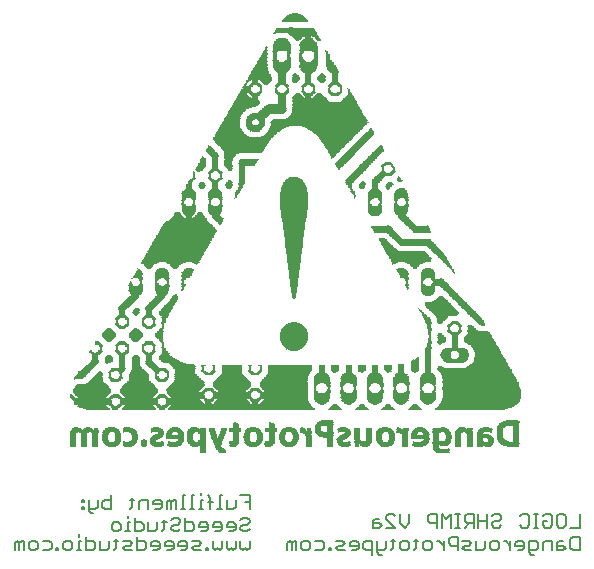
<source format=gbo>
G75*
G70*
%OFA0B0*%
%FSLAX24Y24*%
%IPPOS*%
%LPD*%
%AMOC8*
5,1,8,0,0,1.08239X$1,22.5*
%
%ADD10C,0.0050*%
%ADD11R,0.0440X0.0010*%
%ADD12R,0.0180X0.0010*%
%ADD13R,0.0210X0.0010*%
%ADD14R,0.0470X0.0010*%
%ADD15R,0.0220X0.0010*%
%ADD16R,0.0240X0.0010*%
%ADD17R,0.0480X0.0010*%
%ADD18R,0.0260X0.0010*%
%ADD19R,0.0490X0.0010*%
%ADD20R,0.0270X0.0010*%
%ADD21R,0.0500X0.0010*%
%ADD22R,0.0510X0.0010*%
%ADD23R,0.0280X0.0010*%
%ADD24R,0.0120X0.0010*%
%ADD25R,0.0250X0.0010*%
%ADD26R,0.0060X0.0010*%
%ADD27R,0.0230X0.0010*%
%ADD28R,0.0030X0.0010*%
%ADD29R,0.0200X0.0010*%
%ADD30R,0.0190X0.0010*%
%ADD31R,0.0130X0.0010*%
%ADD32R,0.0140X0.0010*%
%ADD33R,0.0170X0.0010*%
%ADD34R,0.0150X0.0010*%
%ADD35R,0.0160X0.0010*%
%ADD36R,0.0090X0.0010*%
%ADD37R,0.0100X0.0010*%
%ADD38R,0.0410X0.0010*%
%ADD39R,0.0300X0.0010*%
%ADD40R,0.0290X0.0010*%
%ADD41R,0.0380X0.0010*%
%ADD42R,0.0340X0.0010*%
%ADD43R,0.0310X0.0010*%
%ADD44R,0.0350X0.0010*%
%ADD45R,0.0320X0.0010*%
%ADD46R,0.0400X0.0010*%
%ADD47R,0.0360X0.0010*%
%ADD48R,0.0330X0.0010*%
%ADD49R,0.0370X0.0010*%
%ADD50R,0.0530X0.0010*%
%ADD51R,0.0390X0.0010*%
%ADD52R,0.0560X0.0010*%
%ADD53R,0.0450X0.0010*%
%ADD54R,0.0430X0.0010*%
%ADD55R,0.0540X0.0010*%
%ADD56R,0.0520X0.0010*%
%ADD57R,0.0550X0.0010*%
%ADD58R,0.0460X0.0010*%
%ADD59R,0.0590X0.0010*%
%ADD60R,0.0420X0.0010*%
%ADD61R,0.0600X0.0010*%
%ADD62R,0.0570X0.0010*%
%ADD63R,0.0610X0.0010*%
%ADD64R,0.0580X0.0010*%
%ADD65R,0.0630X0.0010*%
%ADD66R,0.0640X0.0010*%
%ADD67R,0.0650X0.0010*%
%ADD68R,0.0660X0.0010*%
%ADD69R,0.0110X0.0010*%
%ADD70R,0.0050X0.0010*%
%ADD71R,0.0070X0.0010*%
%ADD72R,0.0040X0.0010*%
%ADD73R,0.0020X0.0010*%
%ADD74R,0.0010X0.0010*%
%ADD75R,0.0910X0.0010*%
%ADD76R,0.0900X0.0010*%
%ADD77R,0.0080X0.0010*%
%ADD78R,0.0680X0.0010*%
%ADD79R,0.0620X0.0010*%
%ADD80R,0.2340X0.0010*%
%ADD81R,0.4900X0.0010*%
%ADD82R,0.1140X0.0010*%
%ADD83R,0.0800X0.0010*%
%ADD84R,0.2370X0.0010*%
%ADD85R,0.4860X0.0010*%
%ADD86R,0.1120X0.0010*%
%ADD87R,0.0840X0.0010*%
%ADD88R,0.2380X0.0010*%
%ADD89R,0.4850X0.0010*%
%ADD90R,0.1100X0.0010*%
%ADD91R,0.2400X0.0010*%
%ADD92R,0.4810X0.0010*%
%ADD93R,0.1080X0.0010*%
%ADD94R,0.0870X0.0010*%
%ADD95R,0.2430X0.0010*%
%ADD96R,0.4790X0.0010*%
%ADD97R,0.1060X0.0010*%
%ADD98R,0.4770X0.0010*%
%ADD99R,0.1040X0.0010*%
%ADD100R,0.2440X0.0010*%
%ADD101R,0.4750X0.0010*%
%ADD102R,0.1020X0.0010*%
%ADD103R,0.0930X0.0010*%
%ADD104R,0.2490X0.0010*%
%ADD105R,0.4730X0.0010*%
%ADD106R,0.1010X0.0010*%
%ADD107R,0.0960X0.0010*%
%ADD108R,0.1000X0.0010*%
%ADD109R,0.2500X0.0010*%
%ADD110R,0.0990X0.0010*%
%ADD111R,0.0980X0.0010*%
%ADD112R,0.2520X0.0010*%
%ADD113R,0.4680X0.0010*%
%ADD114R,0.0940X0.0010*%
%ADD115R,0.0950X0.0010*%
%ADD116R,0.0920X0.0010*%
%ADD117R,0.4670X0.0010*%
%ADD118R,0.2530X0.0010*%
%ADD119R,0.4650X0.0010*%
%ADD120R,0.2540X0.0010*%
%ADD121R,0.2570X0.0010*%
%ADD122R,0.1700X0.0010*%
%ADD123R,0.1290X0.0010*%
%ADD124R,0.1300X0.0010*%
%ADD125R,0.1350X0.0010*%
%ADD126R,0.1260X0.0010*%
%ADD127R,0.2550X0.0010*%
%ADD128R,0.1670X0.0010*%
%ADD129R,0.1280X0.0010*%
%ADD130R,0.1320X0.0010*%
%ADD131R,0.1250X0.0010*%
%ADD132R,0.1660X0.0010*%
%ADD133R,0.1310X0.0010*%
%ADD134R,0.1650X0.0010*%
%ADD135R,0.1230X0.0010*%
%ADD136R,0.1270X0.0010*%
%ADD137R,0.1640X0.0010*%
%ADD138R,0.1200X0.0010*%
%ADD139R,0.1240X0.0010*%
%ADD140R,0.2560X0.0010*%
%ADD141R,0.1620X0.0010*%
%ADD142R,0.1190X0.0010*%
%ADD143R,0.1600X0.0010*%
%ADD144R,0.1180X0.0010*%
%ADD145R,0.2590X0.0010*%
%ADD146R,0.1580X0.0010*%
%ADD147R,0.1160X0.0010*%
%ADD148R,0.1570X0.0010*%
%ADD149R,0.2580X0.0010*%
%ADD150R,0.1550X0.0010*%
%ADD151R,0.1540X0.0010*%
%ADD152R,0.1520X0.0010*%
%ADD153R,0.1510X0.0010*%
%ADD154R,0.1170X0.0010*%
%ADD155R,0.1500X0.0010*%
%ADD156R,0.1150X0.0010*%
%ADD157R,0.1490X0.0010*%
%ADD158R,0.1480X0.0010*%
%ADD159R,0.1460X0.0010*%
%ADD160R,0.1450X0.0010*%
%ADD161R,0.1130X0.0010*%
%ADD162R,0.1440X0.0010*%
%ADD163R,0.1430X0.0010*%
%ADD164R,0.1330X0.0010*%
%ADD165R,0.1340X0.0010*%
%ADD166R,0.1630X0.0010*%
%ADD167R,0.1610X0.0010*%
%ADD168R,0.0970X0.0010*%
%ADD169R,0.1030X0.0010*%
%ADD170R,0.1590X0.0010*%
%ADD171R,0.1050X0.0010*%
%ADD172R,0.1090X0.0010*%
%ADD173R,0.1110X0.0010*%
%ADD174R,0.1210X0.0010*%
%ADD175R,0.1220X0.0010*%
%ADD176R,0.1470X0.0010*%
%ADD177R,0.1070X0.0010*%
%ADD178R,0.1530X0.0010*%
%ADD179R,0.1560X0.0010*%
%ADD180R,0.0740X0.0010*%
%ADD181R,0.0730X0.0010*%
%ADD182R,0.0890X0.0010*%
%ADD183R,0.0850X0.0010*%
%ADD184R,0.0830X0.0010*%
%ADD185R,0.2510X0.0010*%
%ADD186R,0.0810X0.0010*%
%ADD187R,0.0790X0.0010*%
%ADD188R,0.0770X0.0010*%
%ADD189R,0.0760X0.0010*%
%ADD190R,0.0720X0.0010*%
%ADD191R,0.0690X0.0010*%
%ADD192R,0.2480X0.0010*%
%ADD193R,0.2470X0.0010*%
%ADD194R,0.0670X0.0010*%
%ADD195R,0.0880X0.0010*%
%ADD196R,0.2460X0.0010*%
%ADD197R,0.0860X0.0010*%
%ADD198R,0.2450X0.0010*%
%ADD199R,0.2420X0.0010*%
%ADD200R,0.1420X0.0010*%
%ADD201R,0.1410X0.0010*%
%ADD202R,0.0780X0.0010*%
%ADD203R,0.1400X0.0010*%
%ADD204R,0.0820X0.0010*%
%ADD205R,0.1390X0.0010*%
%ADD206R,0.0750X0.0010*%
%ADD207R,0.1380X0.0010*%
%ADD208R,0.0710X0.0010*%
%ADD209R,0.1370X0.0010*%
%ADD210R,0.0700X0.0010*%
%ADD211R,0.1360X0.0010*%
%ADD212R,0.2410X0.0010*%
%ADD213R,0.1900X0.0010*%
%ADD214R,0.1890X0.0010*%
%ADD215R,0.1910X0.0010*%
%ADD216R,0.1880X0.0010*%
%ADD217R,0.1870X0.0010*%
%ADD218R,0.1860X0.0010*%
%ADD219R,0.1840X0.0010*%
%ADD220R,0.1820X0.0010*%
%ADD221R,0.1800X0.0010*%
%ADD222R,0.1780X0.0010*%
%ADD223R,0.1770X0.0010*%
%ADD224R,0.1740X0.0010*%
%ADD225R,0.1730X0.0010*%
%ADD226R,0.1710X0.0010*%
%ADD227R,0.1690X0.0010*%
%ADD228R,0.1760X0.0010*%
%ADD229R,0.1790X0.0010*%
%ADD230R,0.1810X0.0010*%
%ADD231R,0.1830X0.0010*%
%ADD232R,0.1850X0.0010*%
%ADD233R,0.1920X0.0010*%
%ADD234R,0.1930X0.0010*%
%ADD235R,0.1950X0.0010*%
%ADD236R,0.1940X0.0010*%
%ADD237R,0.1720X0.0010*%
%ADD238R,0.2020X0.0010*%
%ADD239R,0.2080X0.0010*%
%ADD240R,0.2090X0.0010*%
%ADD241R,0.2160X0.0010*%
%ADD242R,0.3150X0.0010*%
%ADD243R,0.3160X0.0010*%
%ADD244R,0.3180X0.0010*%
%ADD245R,0.3190X0.0010*%
%ADD246R,0.3210X0.0010*%
%ADD247R,0.3220X0.0010*%
%ADD248R,0.3240X0.0010*%
%ADD249R,0.3250X0.0010*%
%ADD250R,0.3230X0.0010*%
%ADD251R,0.3200X0.0010*%
%ADD252R,0.3170X0.0010*%
%ADD253R,0.3130X0.0010*%
%ADD254R,0.3120X0.0010*%
%ADD255R,0.2760X0.0010*%
%ADD256R,0.2720X0.0010*%
%ADD257R,0.2690X0.0010*%
%ADD258R,0.2630X0.0010*%
%ADD259R,0.2620X0.0010*%
%ADD260R,0.2390X0.0010*%
%ADD261R,0.2360X0.0010*%
%ADD262R,0.2330X0.0010*%
%ADD263R,0.2320X0.0010*%
%ADD264R,0.2310X0.0010*%
%ADD265R,0.2290X0.0010*%
%ADD266R,0.2280X0.0010*%
%ADD267R,0.2270X0.0010*%
%ADD268R,0.2260X0.0010*%
%ADD269R,0.2250X0.0010*%
%ADD270R,0.2240X0.0010*%
%ADD271R,0.2230X0.0010*%
%ADD272R,0.2220X0.0010*%
%ADD273R,0.2200X0.0010*%
%ADD274R,0.2190X0.0010*%
%ADD275R,0.2180X0.0010*%
%ADD276R,0.2170X0.0010*%
%ADD277R,0.2140X0.0010*%
D10*
X005272Y008723D02*
X005272Y008948D01*
X005347Y009023D01*
X005422Y008948D01*
X005422Y008723D01*
X005572Y008723D02*
X005572Y009023D01*
X005497Y009023D01*
X005422Y008948D01*
X005733Y008948D02*
X005733Y008798D01*
X005808Y008723D01*
X005958Y008723D01*
X006033Y008798D01*
X006033Y008948D01*
X005958Y009023D01*
X005808Y009023D01*
X005733Y008948D01*
X006193Y009023D02*
X006418Y009023D01*
X006493Y008948D01*
X006493Y008798D01*
X006418Y008723D01*
X006193Y008723D01*
X006648Y008723D02*
X006723Y008723D01*
X006723Y008798D01*
X006648Y008798D01*
X006648Y008723D01*
X006883Y008798D02*
X006883Y008948D01*
X006959Y009023D01*
X007109Y009023D01*
X007184Y008948D01*
X007184Y008798D01*
X007109Y008723D01*
X006959Y008723D01*
X006883Y008798D01*
X007340Y008723D02*
X007491Y008723D01*
X007416Y008723D02*
X007416Y009023D01*
X007491Y009023D01*
X007651Y009023D02*
X007876Y009023D01*
X007951Y008948D01*
X007951Y008798D01*
X007876Y008723D01*
X007651Y008723D01*
X007651Y009174D01*
X007416Y009174D02*
X007416Y009249D01*
X008111Y009023D02*
X008111Y008723D01*
X008336Y008723D01*
X008411Y008798D01*
X008411Y009023D01*
X008568Y009023D02*
X008718Y009023D01*
X008643Y009099D02*
X008643Y008798D01*
X008568Y008723D01*
X008878Y008798D02*
X008953Y008873D01*
X009104Y008873D01*
X009179Y008948D01*
X009104Y009023D01*
X008878Y009023D01*
X008878Y008798D02*
X008953Y008723D01*
X009179Y008723D01*
X009339Y008723D02*
X009339Y009174D01*
X009339Y009023D02*
X009564Y009023D01*
X009639Y008948D01*
X009639Y008798D01*
X009564Y008723D01*
X009339Y008723D01*
X009799Y008873D02*
X009799Y008948D01*
X009874Y009023D01*
X010024Y009023D01*
X010099Y008948D01*
X010099Y008798D01*
X010024Y008723D01*
X009874Y008723D01*
X009799Y008873D02*
X010099Y008873D01*
X010259Y008873D02*
X010259Y008948D01*
X010334Y009023D01*
X010485Y009023D01*
X010560Y008948D01*
X010560Y008798D01*
X010485Y008723D01*
X010334Y008723D01*
X010259Y008873D02*
X010560Y008873D01*
X010720Y008873D02*
X010720Y008948D01*
X010795Y009023D01*
X010945Y009023D01*
X011020Y008948D01*
X011020Y008798D01*
X010945Y008723D01*
X010795Y008723D01*
X010720Y008873D02*
X011020Y008873D01*
X011180Y008798D02*
X011255Y008873D01*
X011405Y008873D01*
X011480Y008948D01*
X011405Y009023D01*
X011180Y009023D01*
X011180Y008798D02*
X011255Y008723D01*
X011480Y008723D01*
X011635Y008723D02*
X011710Y008723D01*
X011710Y008798D01*
X011635Y008798D01*
X011635Y008723D01*
X011871Y008798D02*
X011871Y009023D01*
X011871Y008798D02*
X011946Y008723D01*
X012021Y008798D01*
X012096Y008723D01*
X012171Y008798D01*
X012171Y009023D01*
X012331Y009023D02*
X012331Y008798D01*
X012406Y008723D01*
X012481Y008798D01*
X012556Y008723D01*
X012631Y008798D01*
X012631Y009023D01*
X012791Y009023D02*
X012791Y008798D01*
X012866Y008723D01*
X012941Y008798D01*
X013016Y008723D01*
X013092Y008798D01*
X013092Y009023D01*
X013016Y009348D02*
X013092Y009423D01*
X013016Y009348D02*
X012866Y009348D01*
X012791Y009423D01*
X012791Y009498D01*
X012866Y009573D01*
X013016Y009573D01*
X013092Y009648D01*
X013092Y009724D01*
X013016Y009799D01*
X012866Y009799D01*
X012791Y009724D01*
X012631Y009573D02*
X012556Y009648D01*
X012406Y009648D01*
X012331Y009573D01*
X012331Y009498D01*
X012631Y009498D01*
X012631Y009423D02*
X012631Y009573D01*
X012631Y009423D02*
X012556Y009348D01*
X012406Y009348D01*
X012171Y009423D02*
X012171Y009573D01*
X012096Y009648D01*
X011946Y009648D01*
X011871Y009573D01*
X011871Y009498D01*
X012171Y009498D01*
X012171Y009423D02*
X012096Y009348D01*
X011946Y009348D01*
X011710Y009423D02*
X011710Y009573D01*
X011635Y009648D01*
X011485Y009648D01*
X011410Y009573D01*
X011410Y009498D01*
X011710Y009498D01*
X011710Y009423D02*
X011635Y009348D01*
X011485Y009348D01*
X011250Y009423D02*
X011250Y009573D01*
X011175Y009648D01*
X010950Y009648D01*
X010950Y009799D02*
X010950Y009348D01*
X011175Y009348D01*
X011250Y009423D01*
X010790Y009423D02*
X010715Y009348D01*
X010565Y009348D01*
X010490Y009423D01*
X010490Y009498D01*
X010565Y009573D01*
X010715Y009573D01*
X010790Y009648D01*
X010790Y009724D01*
X010715Y009799D01*
X010565Y009799D01*
X010490Y009724D01*
X010329Y009648D02*
X010179Y009648D01*
X010254Y009724D02*
X010254Y009423D01*
X010179Y009348D01*
X010023Y009423D02*
X010023Y009648D01*
X010023Y009423D02*
X009947Y009348D01*
X009722Y009348D01*
X009722Y009648D01*
X009562Y009573D02*
X009487Y009648D01*
X009262Y009648D01*
X009262Y009799D02*
X009262Y009348D01*
X009487Y009348D01*
X009562Y009423D01*
X009562Y009573D01*
X009102Y009648D02*
X009027Y009648D01*
X009027Y009348D01*
X009102Y009348D02*
X008952Y009348D01*
X008795Y009423D02*
X008720Y009348D01*
X008570Y009348D01*
X008495Y009423D01*
X008495Y009573D01*
X008570Y009648D01*
X008720Y009648D01*
X008795Y009573D01*
X008795Y009423D01*
X009027Y009799D02*
X009027Y009874D01*
X009105Y010098D02*
X009180Y010173D01*
X009180Y010474D01*
X009255Y010398D02*
X009105Y010398D01*
X009415Y010323D02*
X009415Y010098D01*
X009415Y010323D02*
X009491Y010398D01*
X009716Y010398D01*
X009716Y010098D01*
X009876Y010248D02*
X009876Y010323D01*
X009951Y010398D01*
X010101Y010398D01*
X010176Y010323D01*
X010176Y010173D01*
X010101Y010098D01*
X009951Y010098D01*
X009876Y010248D02*
X010176Y010248D01*
X010336Y010323D02*
X010336Y010098D01*
X010486Y010098D02*
X010486Y010323D01*
X010411Y010398D01*
X010336Y010323D01*
X010486Y010323D02*
X010561Y010398D01*
X010636Y010398D01*
X010636Y010098D01*
X010793Y010098D02*
X010943Y010098D01*
X010868Y010098D02*
X010868Y010549D01*
X010943Y010549D01*
X011175Y010549D02*
X011175Y010098D01*
X011250Y010098D02*
X011100Y010098D01*
X011407Y010098D02*
X011557Y010098D01*
X011482Y010098D02*
X011482Y010398D01*
X011557Y010398D01*
X011482Y010549D02*
X011482Y010624D01*
X011714Y010549D02*
X011789Y010474D01*
X011789Y010098D01*
X012021Y010098D02*
X012171Y010098D01*
X012096Y010098D02*
X012096Y010549D01*
X012171Y010549D01*
X012331Y010398D02*
X012331Y010098D01*
X012556Y010098D01*
X012631Y010173D01*
X012631Y010398D01*
X012791Y010549D02*
X013092Y010549D01*
X013092Y010098D01*
X013092Y010323D02*
X012941Y010323D01*
X011864Y010323D02*
X011714Y010323D01*
X011250Y010549D02*
X011175Y010549D01*
X008488Y010549D02*
X008488Y010098D01*
X008263Y010098D01*
X008188Y010173D01*
X008188Y010323D01*
X008263Y010398D01*
X008488Y010398D01*
X008028Y010398D02*
X008028Y010173D01*
X007953Y010098D01*
X007727Y010098D01*
X007727Y010023D02*
X007803Y009948D01*
X007878Y009948D01*
X007727Y010023D02*
X007727Y010398D01*
X007567Y010398D02*
X007567Y010323D01*
X007492Y010323D01*
X007492Y010398D01*
X007567Y010398D01*
X007567Y010173D02*
X007567Y010098D01*
X007492Y010098D01*
X007492Y010173D01*
X007567Y010173D01*
X014354Y008948D02*
X014354Y008723D01*
X014504Y008723D02*
X014504Y008948D01*
X014429Y009023D01*
X014354Y008948D01*
X014504Y008948D02*
X014579Y009023D01*
X014654Y009023D01*
X014654Y008723D01*
X014814Y008798D02*
X014814Y008948D01*
X014890Y009023D01*
X015040Y009023D01*
X015115Y008948D01*
X015115Y008798D01*
X015040Y008723D01*
X014890Y008723D01*
X014814Y008798D01*
X015275Y008723D02*
X015500Y008723D01*
X015575Y008798D01*
X015575Y008948D01*
X015500Y009023D01*
X015275Y009023D01*
X015730Y008798D02*
X015730Y008723D01*
X015805Y008723D01*
X015805Y008798D01*
X015730Y008798D01*
X015965Y008798D02*
X016040Y008873D01*
X016191Y008873D01*
X016266Y008948D01*
X016191Y009023D01*
X015965Y009023D01*
X015965Y008798D02*
X016040Y008723D01*
X016266Y008723D01*
X016426Y008873D02*
X016426Y008948D01*
X016501Y009023D01*
X016651Y009023D01*
X016726Y008948D01*
X016726Y008798D01*
X016651Y008723D01*
X016501Y008723D01*
X016426Y008873D02*
X016726Y008873D01*
X016886Y008798D02*
X016961Y008723D01*
X017186Y008723D01*
X017186Y008573D02*
X017186Y009023D01*
X016961Y009023D01*
X016886Y008948D01*
X016886Y008798D01*
X017346Y008723D02*
X017572Y008723D01*
X017647Y008798D01*
X017647Y009023D01*
X017803Y009023D02*
X017954Y009023D01*
X017878Y009099D02*
X017878Y008798D01*
X017803Y008723D01*
X018114Y008798D02*
X018114Y008948D01*
X018189Y009023D01*
X018339Y009023D01*
X018414Y008948D01*
X018414Y008798D01*
X018339Y008723D01*
X018189Y008723D01*
X018114Y008798D01*
X018571Y008723D02*
X018646Y008798D01*
X018646Y009099D01*
X018721Y009023D02*
X018571Y009023D01*
X018881Y008948D02*
X018881Y008798D01*
X018956Y008723D01*
X019106Y008723D01*
X019181Y008798D01*
X019181Y008948D01*
X019106Y009023D01*
X018956Y009023D01*
X018881Y008948D01*
X019340Y009023D02*
X019415Y009023D01*
X019565Y008873D01*
X019565Y008723D02*
X019565Y009023D01*
X019725Y008948D02*
X019800Y008873D01*
X020025Y008873D01*
X020025Y008723D02*
X020025Y009174D01*
X019800Y009174D01*
X019725Y009099D01*
X019725Y008948D01*
X020185Y009023D02*
X020410Y009023D01*
X020485Y008948D01*
X020410Y008873D01*
X020260Y008873D01*
X020185Y008798D01*
X020260Y008723D01*
X020485Y008723D01*
X020646Y008723D02*
X020646Y009023D01*
X020646Y008723D02*
X020871Y008723D01*
X020946Y008798D01*
X020946Y009023D01*
X021106Y008948D02*
X021106Y008798D01*
X021181Y008723D01*
X021331Y008723D01*
X021406Y008798D01*
X021406Y008948D01*
X021331Y009023D01*
X021181Y009023D01*
X021106Y008948D01*
X021565Y009023D02*
X021640Y009023D01*
X021790Y008873D01*
X021790Y008723D02*
X021790Y009023D01*
X021950Y008948D02*
X021950Y008873D01*
X022250Y008873D01*
X022250Y008798D02*
X022250Y008948D01*
X022175Y009023D01*
X022025Y009023D01*
X021950Y008948D01*
X022025Y008723D02*
X022175Y008723D01*
X022250Y008798D01*
X022410Y008723D02*
X022635Y008723D01*
X022710Y008798D01*
X022710Y008948D01*
X022635Y009023D01*
X022410Y009023D01*
X022410Y008648D01*
X022485Y008573D01*
X022560Y008573D01*
X022871Y008723D02*
X022871Y008948D01*
X022946Y009023D01*
X023171Y009023D01*
X023171Y008723D01*
X023331Y008723D02*
X023331Y008948D01*
X023406Y009023D01*
X023556Y009023D01*
X023556Y008873D02*
X023331Y008873D01*
X023331Y008723D02*
X023556Y008723D01*
X023631Y008798D01*
X023556Y008873D01*
X023791Y008798D02*
X023791Y009099D01*
X023866Y009174D01*
X024092Y009174D01*
X024092Y008723D01*
X023866Y008723D01*
X023791Y008798D01*
X023791Y009473D02*
X024092Y009473D01*
X024092Y009924D01*
X023631Y009849D02*
X023631Y009548D01*
X023556Y009473D01*
X023406Y009473D01*
X023331Y009548D01*
X023331Y009849D01*
X023406Y009924D01*
X023556Y009924D01*
X023631Y009849D01*
X023171Y009849D02*
X023171Y009548D01*
X023096Y009473D01*
X022946Y009473D01*
X022871Y009548D01*
X022871Y009698D01*
X023021Y009698D01*
X023171Y009849D02*
X023096Y009924D01*
X022946Y009924D01*
X022871Y009849D01*
X022710Y009924D02*
X022560Y009924D01*
X022635Y009924D02*
X022635Y009473D01*
X022710Y009473D02*
X022560Y009473D01*
X022404Y009548D02*
X022329Y009473D01*
X022178Y009473D01*
X022103Y009548D01*
X022103Y009849D02*
X022178Y009924D01*
X022329Y009924D01*
X022404Y009849D01*
X022404Y009548D01*
X021483Y009548D02*
X021408Y009473D01*
X021258Y009473D01*
X021183Y009548D01*
X021183Y009623D01*
X021258Y009698D01*
X021408Y009698D01*
X021483Y009773D01*
X021483Y009849D01*
X021408Y009924D01*
X021258Y009924D01*
X021183Y009849D01*
X021023Y009924D02*
X021023Y009473D01*
X021023Y009698D02*
X020722Y009698D01*
X020562Y009623D02*
X020337Y009623D01*
X020262Y009698D01*
X020262Y009849D01*
X020337Y009924D01*
X020562Y009924D01*
X020562Y009473D01*
X020722Y009473D02*
X020722Y009924D01*
X020412Y009623D02*
X020262Y009473D01*
X020102Y009473D02*
X019952Y009473D01*
X020027Y009473D02*
X020027Y009924D01*
X020102Y009924D02*
X019952Y009924D01*
X019795Y009924D02*
X019645Y009773D01*
X019495Y009924D01*
X019495Y009473D01*
X019335Y009473D02*
X019335Y009924D01*
X019109Y009924D01*
X019034Y009849D01*
X019034Y009698D01*
X019109Y009623D01*
X019335Y009623D01*
X019795Y009473D02*
X019795Y009924D01*
X018414Y009924D02*
X018414Y009623D01*
X018264Y009473D01*
X018114Y009623D01*
X018114Y009924D01*
X017954Y009849D02*
X017878Y009924D01*
X017728Y009924D01*
X017653Y009849D01*
X017653Y009773D01*
X017954Y009473D01*
X017653Y009473D01*
X017493Y009548D02*
X017418Y009623D01*
X017193Y009623D01*
X017193Y009698D02*
X017193Y009473D01*
X017418Y009473D01*
X017493Y009548D01*
X017418Y009773D02*
X017268Y009773D01*
X017193Y009698D01*
X017346Y009023D02*
X017346Y008648D01*
X017421Y008573D01*
X017496Y008573D01*
D11*
X019552Y011948D03*
X019552Y011958D03*
X018742Y012208D03*
X018782Y012708D03*
X019042Y014528D03*
X020962Y012718D03*
X020972Y012728D03*
X019462Y017018D03*
X019042Y017328D03*
X019042Y017338D03*
X019042Y017948D03*
X019042Y017958D03*
X019042Y017968D03*
X017852Y018678D03*
X017272Y019978D03*
X017272Y019988D03*
X017272Y020618D03*
X017272Y020628D03*
X018152Y020608D03*
X016402Y023698D03*
X015412Y023758D03*
X015412Y023768D03*
X015062Y024688D03*
X014172Y024688D03*
X013462Y024778D03*
X013462Y024788D03*
X013462Y024798D03*
X012892Y023798D03*
X012892Y023788D03*
X013972Y022748D03*
X011952Y019988D03*
X011412Y019778D03*
X011062Y019988D03*
X011062Y019998D03*
X011062Y020008D03*
X011062Y020608D03*
X011062Y020618D03*
X011062Y020628D03*
X010622Y018258D03*
X010172Y017958D03*
X009292Y017338D03*
X009292Y017328D03*
X009292Y015928D03*
X009292Y015918D03*
X009292Y015828D03*
X010302Y015138D03*
X009372Y014688D03*
X008412Y015828D03*
X009112Y012658D03*
X009112Y012298D03*
X009112Y012288D03*
X010012Y012268D03*
X010012Y012258D03*
X010582Y012208D03*
X010602Y012708D03*
X013222Y012228D03*
X015502Y013678D03*
X016392Y013688D03*
X016232Y012288D03*
X014572Y018298D03*
X014572Y018308D03*
X014572Y018318D03*
X014572Y018328D03*
X014572Y018338D03*
X014572Y018348D03*
X014572Y018358D03*
X014572Y018368D03*
X014572Y018378D03*
D12*
X014562Y017358D03*
X014562Y017348D03*
X014562Y017338D03*
X014562Y017328D03*
X014562Y017318D03*
X014562Y017308D03*
X014562Y017298D03*
X014562Y017288D03*
X012092Y019658D03*
X012092Y020158D03*
X012092Y020168D03*
X011822Y020158D03*
X011822Y020448D03*
X012092Y020448D03*
X012432Y020968D03*
X012822Y020928D03*
X012822Y020918D03*
X012432Y021428D03*
X011552Y021688D03*
X011552Y021698D03*
X011082Y020898D03*
X011082Y020888D03*
X011202Y020448D03*
X011202Y020168D03*
X011202Y020158D03*
X011442Y019938D03*
X011442Y019928D03*
X010692Y019928D03*
X010622Y018148D03*
X010622Y018138D03*
X010322Y017788D03*
X009732Y018138D03*
X009402Y017978D03*
X010622Y017148D03*
X010262Y016478D03*
X010262Y016468D03*
X010112Y015988D03*
X010112Y015768D03*
X010112Y015758D03*
X010262Y015328D03*
X009292Y015168D03*
X008802Y014668D03*
X009332Y016708D03*
X010442Y012648D03*
X010442Y012638D03*
X010422Y012608D03*
X010422Y012598D03*
X010412Y012588D03*
X010412Y012578D03*
X010412Y012568D03*
X010802Y012598D03*
X010802Y012608D03*
X010812Y012588D03*
X010812Y012578D03*
X010812Y012568D03*
X010812Y012558D03*
X010812Y012548D03*
X010812Y012418D03*
X010812Y012408D03*
X010812Y012398D03*
X010812Y012388D03*
X010042Y012168D03*
X009872Y012328D03*
X009872Y012338D03*
X009872Y012348D03*
X009872Y012358D03*
X008712Y012528D03*
X007212Y012538D03*
X007212Y012528D03*
X007212Y012518D03*
X007212Y012508D03*
X007212Y012498D03*
X007212Y012488D03*
X007212Y012478D03*
X007212Y012468D03*
X007212Y012458D03*
X007212Y012448D03*
X007212Y012438D03*
X007212Y012428D03*
X007212Y012418D03*
X007212Y012408D03*
X007212Y012398D03*
X007212Y012388D03*
X007212Y012378D03*
X007212Y012368D03*
X007212Y012358D03*
X007212Y012348D03*
X007212Y012338D03*
X007212Y012328D03*
X007212Y012318D03*
X007212Y012308D03*
X007212Y012298D03*
X007212Y012288D03*
X007212Y012278D03*
X007212Y012268D03*
X007212Y012258D03*
X007212Y012248D03*
X007212Y012238D03*
X007212Y012228D03*
X007212Y012218D03*
X007212Y012208D03*
X007212Y012198D03*
X007212Y012188D03*
X007212Y012178D03*
X007212Y012548D03*
X007212Y012558D03*
X007212Y012568D03*
X007212Y012578D03*
X011552Y012718D03*
X011552Y012728D03*
X011552Y012738D03*
X011862Y012648D03*
X011862Y012638D03*
X011862Y012628D03*
X011882Y012598D03*
X011882Y012588D03*
X011882Y012578D03*
X011892Y012558D03*
X011892Y012548D03*
X011892Y012538D03*
X011892Y012528D03*
X011912Y012488D03*
X011912Y012478D03*
X011922Y012448D03*
X011922Y012438D03*
X012122Y012408D03*
X012122Y012398D03*
X012132Y012428D03*
X012132Y012438D03*
X012162Y012518D03*
X012192Y011958D03*
X012192Y011948D03*
X013842Y012388D03*
X013842Y012398D03*
X013842Y012408D03*
X013842Y012418D03*
X013842Y012428D03*
X013842Y012438D03*
X013842Y012448D03*
X013842Y012458D03*
X013842Y012468D03*
X013842Y012478D03*
X013842Y012488D03*
X013842Y012498D03*
X013842Y012508D03*
X013842Y012518D03*
X013842Y012528D03*
X013842Y012538D03*
X013842Y012548D03*
X013842Y012558D03*
X013842Y012568D03*
X013842Y012578D03*
X013842Y012588D03*
X013842Y012598D03*
X013842Y012608D03*
X013842Y012618D03*
X013842Y012628D03*
X013842Y012808D03*
X013842Y012818D03*
X013842Y012828D03*
X013842Y012838D03*
X013842Y012848D03*
X013842Y012858D03*
X013842Y012868D03*
X013842Y012878D03*
X013842Y012888D03*
X013842Y012898D03*
X014882Y012718D03*
X015332Y013928D03*
X015332Y013938D03*
X015332Y014278D03*
X015692Y014258D03*
X016212Y014258D03*
X016212Y014268D03*
X016212Y014278D03*
X016572Y014268D03*
X016822Y014678D03*
X017462Y014258D03*
X017972Y014258D03*
X017972Y014268D03*
X018332Y014278D03*
X018332Y013938D03*
X018332Y013928D03*
X018602Y013528D03*
X018872Y013928D03*
X019212Y014278D03*
X018642Y015028D03*
X019062Y015428D03*
X019062Y015438D03*
X019062Y015448D03*
X019452Y015868D03*
X019452Y016328D03*
X019452Y016338D03*
X019062Y016298D03*
X019062Y016288D03*
X019062Y016278D03*
X019062Y016268D03*
X019022Y016408D03*
X020462Y016148D03*
X020852Y016218D03*
X020852Y016228D03*
X019652Y018308D03*
X019642Y018318D03*
X019632Y018328D03*
X019622Y018348D03*
X017942Y018298D03*
X017412Y020158D03*
X017412Y020168D03*
X017412Y020448D03*
X018012Y020448D03*
X018162Y020748D03*
X016872Y020928D03*
X016842Y020808D03*
X016092Y021498D03*
X015872Y021878D03*
X017132Y022668D03*
X015512Y024338D03*
X015272Y025018D03*
X015272Y025028D03*
X014852Y025018D03*
X014382Y025018D03*
X013962Y025028D03*
X013592Y025218D03*
X012872Y023958D03*
X015732Y025028D03*
X016392Y013588D03*
X016832Y013518D03*
X017282Y013588D03*
X017712Y013518D03*
X018092Y012728D03*
X018092Y012718D03*
X018302Y012718D03*
X018302Y012708D03*
X018302Y012728D03*
X018302Y012738D03*
X018302Y012748D03*
X018602Y012618D03*
X018602Y012608D03*
X018602Y012598D03*
X018582Y012578D03*
X018582Y012568D03*
X018582Y012558D03*
X018582Y012548D03*
X018612Y012638D03*
X018962Y012628D03*
X018972Y012618D03*
X018972Y012608D03*
X018972Y012598D03*
X018992Y012568D03*
X018992Y012558D03*
X018992Y012418D03*
X018992Y012408D03*
X018992Y012398D03*
X018992Y012388D03*
X019292Y012238D03*
X019292Y012228D03*
X019292Y012218D03*
X019302Y012178D03*
X019302Y012168D03*
X019302Y012158D03*
X019302Y012148D03*
X018742Y012158D03*
X019292Y012748D03*
X020042Y012558D03*
X020042Y012548D03*
X020042Y012538D03*
X020042Y012528D03*
X020042Y012518D03*
X020042Y012508D03*
X020042Y012498D03*
X020042Y012488D03*
X020042Y012478D03*
X020042Y012468D03*
X020042Y012458D03*
X020042Y012448D03*
X020042Y012438D03*
X020042Y012428D03*
X020042Y012418D03*
X020042Y012408D03*
X020042Y012398D03*
X020042Y012388D03*
X020042Y012378D03*
X020042Y012368D03*
X020042Y012358D03*
X020042Y012348D03*
X020042Y012338D03*
X020042Y012328D03*
X020042Y012318D03*
X020042Y012308D03*
X020042Y012298D03*
X020042Y012288D03*
X020042Y012278D03*
X020042Y012268D03*
X020042Y012258D03*
X020042Y012248D03*
X020042Y012238D03*
X020042Y012228D03*
X020042Y012218D03*
X020042Y012208D03*
X020042Y012198D03*
X020042Y012188D03*
X020042Y012178D03*
X020442Y012718D03*
X020442Y012728D03*
X020442Y012738D03*
X020442Y012748D03*
X020442Y012758D03*
X020442Y012768D03*
X020442Y012778D03*
X020792Y012628D03*
X020772Y012208D03*
X020762Y012198D03*
X020762Y012188D03*
X020762Y012178D03*
X016362Y012598D03*
X016362Y012608D03*
X016362Y012618D03*
X016362Y012628D03*
X016362Y012638D03*
X016362Y012648D03*
X015942Y013518D03*
X015942Y013528D03*
D13*
X015947Y013498D03*
X015387Y012848D03*
X015377Y012838D03*
X015377Y012828D03*
X015377Y012818D03*
X015377Y012808D03*
X015377Y012698D03*
X015377Y012688D03*
X015377Y012678D03*
X015377Y012668D03*
X015387Y012658D03*
X015057Y012558D03*
X015057Y012548D03*
X015057Y012538D03*
X015057Y012528D03*
X014627Y012528D03*
X014627Y012518D03*
X014627Y012508D03*
X014627Y012538D03*
X014627Y012548D03*
X014607Y012578D03*
X014607Y012588D03*
X014607Y012598D03*
X014597Y012628D03*
X014627Y012448D03*
X014627Y012438D03*
X014627Y012428D03*
X014627Y012418D03*
X014627Y012408D03*
X014607Y012368D03*
X014607Y012358D03*
X014597Y012348D03*
X014207Y012358D03*
X014187Y012388D03*
X014187Y012568D03*
X014207Y012598D03*
X014207Y012608D03*
X014207Y012618D03*
X014217Y012628D03*
X014397Y012788D03*
X013837Y012648D03*
X013827Y012338D03*
X013427Y012368D03*
X013427Y012378D03*
X013427Y012388D03*
X013407Y012338D03*
X013427Y012568D03*
X013427Y012578D03*
X013427Y012588D03*
X013407Y012608D03*
X013407Y012618D03*
X013397Y012638D03*
X013387Y012648D03*
X013197Y012788D03*
X013037Y012628D03*
X013027Y012618D03*
X013017Y012608D03*
X013017Y012598D03*
X013007Y012588D03*
X013007Y012578D03*
X013007Y012568D03*
X012987Y012488D03*
X013007Y012388D03*
X013007Y012378D03*
X013007Y012368D03*
X013017Y012348D03*
X013027Y012338D03*
X013037Y012328D03*
X012647Y012348D03*
X012637Y012338D03*
X012627Y012328D03*
X012197Y012598D03*
X012207Y012638D03*
X012207Y012648D03*
X012207Y012658D03*
X012227Y012688D03*
X012227Y012698D03*
X012227Y012708D03*
X012237Y012728D03*
X012237Y012738D03*
X012237Y012748D03*
X012257Y012768D03*
X012257Y012778D03*
X011847Y012708D03*
X011847Y012698D03*
X011847Y012688D03*
X011847Y012678D03*
X011837Y012718D03*
X011837Y012728D03*
X011837Y012738D03*
X011837Y012748D03*
X011837Y012758D03*
X011537Y012578D03*
X011537Y012568D03*
X011537Y012558D03*
X011537Y012548D03*
X011537Y012538D03*
X011537Y012528D03*
X011537Y012518D03*
X011537Y012508D03*
X011537Y012498D03*
X011537Y012488D03*
X011537Y012478D03*
X011537Y012468D03*
X011537Y012458D03*
X011537Y012448D03*
X011537Y012438D03*
X011537Y012428D03*
X011537Y012418D03*
X011537Y012408D03*
X011537Y012398D03*
X011537Y012388D03*
X011537Y012378D03*
X011537Y012198D03*
X011537Y012188D03*
X011537Y012178D03*
X011537Y012168D03*
X011537Y012158D03*
X011537Y012148D03*
X011537Y012138D03*
X011537Y012128D03*
X011537Y012118D03*
X011537Y012108D03*
X011537Y012098D03*
X011537Y012088D03*
X011537Y012078D03*
X011537Y012068D03*
X011537Y012058D03*
X011537Y012048D03*
X011537Y012038D03*
X011537Y012028D03*
X011537Y012018D03*
X011537Y012008D03*
X011537Y011998D03*
X011537Y011988D03*
X011537Y011978D03*
X011537Y011968D03*
X011537Y011958D03*
X011537Y011948D03*
X012057Y012138D03*
X012077Y012118D03*
X012027Y012208D03*
X012027Y012218D03*
X012177Y011968D03*
X011117Y012358D03*
X011097Y012428D03*
X011097Y012438D03*
X011097Y012448D03*
X011097Y012458D03*
X011097Y012468D03*
X011097Y012478D03*
X011097Y012488D03*
X011097Y012498D03*
X011097Y012508D03*
X011097Y012518D03*
X011097Y012528D03*
X011097Y012538D03*
X011097Y012548D03*
X011117Y012588D03*
X011117Y012598D03*
X011127Y012608D03*
X010597Y012798D03*
X010457Y012658D03*
X010127Y012588D03*
X010107Y012658D03*
X009967Y012788D03*
X009887Y012388D03*
X009887Y012298D03*
X009567Y012318D03*
X009567Y012328D03*
X009267Y012388D03*
X009267Y012398D03*
X009267Y012408D03*
X009267Y012418D03*
X009257Y012378D03*
X009267Y012548D03*
X009267Y012558D03*
X009257Y012578D03*
X008697Y012578D03*
X008697Y012588D03*
X008697Y012598D03*
X008697Y012368D03*
X008697Y012358D03*
X008687Y012328D03*
X008307Y012328D03*
X008297Y012358D03*
X008277Y012408D03*
X008277Y012548D03*
X008277Y012558D03*
X008277Y012568D03*
X008297Y012588D03*
X008297Y012598D03*
X008307Y012608D03*
X008487Y012788D03*
X007947Y012588D03*
X007947Y012578D03*
X007697Y012778D03*
X007577Y012588D03*
X007577Y012578D03*
X007337Y012778D03*
X007227Y012628D03*
X008627Y013888D03*
X008627Y014318D03*
X008087Y014558D03*
X008087Y014568D03*
X007947Y015028D03*
X007947Y015038D03*
X007947Y015048D03*
X007947Y015058D03*
X007947Y015068D03*
X007947Y015078D03*
X007947Y015088D03*
X007947Y015098D03*
X007947Y015108D03*
X007947Y015118D03*
X007947Y015128D03*
X007947Y015138D03*
X007947Y015148D03*
X007947Y015158D03*
X007947Y015168D03*
X007947Y015178D03*
X007947Y015188D03*
X008037Y015588D03*
X008407Y015708D03*
X008407Y016038D03*
X008857Y016098D03*
X008847Y015658D03*
X009287Y015708D03*
X009287Y016038D03*
X009737Y015658D03*
X010097Y015788D03*
X010097Y015798D03*
X010097Y015958D03*
X010267Y016508D03*
X009737Y016548D03*
X009737Y016558D03*
X009737Y016568D03*
X009737Y016578D03*
X009737Y016588D03*
X009737Y016598D03*
X009737Y016608D03*
X009737Y016618D03*
X009737Y016628D03*
X009737Y016638D03*
X009737Y016648D03*
X009737Y016658D03*
X009737Y016668D03*
X009737Y016678D03*
X009737Y016688D03*
X009737Y016698D03*
X009737Y016708D03*
X009317Y016678D03*
X009297Y016598D03*
X010557Y017028D03*
X010617Y017118D03*
X010617Y017128D03*
X010187Y018088D03*
X010617Y018158D03*
X011067Y018088D03*
X009737Y018148D03*
X009737Y018158D03*
X009407Y017948D03*
X011067Y019788D03*
X011067Y019798D03*
X011067Y019808D03*
X011067Y019818D03*
X011067Y019828D03*
X011067Y019838D03*
X010697Y019888D03*
X010697Y019898D03*
X011447Y019898D03*
X012087Y019678D03*
X011957Y020748D03*
X011957Y020758D03*
X011957Y020768D03*
X011957Y020778D03*
X011957Y020788D03*
X011957Y020798D03*
X011957Y020808D03*
X011957Y020818D03*
X011957Y020828D03*
X011957Y020838D03*
X011957Y020848D03*
X011957Y020858D03*
X011957Y020868D03*
X011957Y020878D03*
X011957Y020888D03*
X011957Y020898D03*
X011957Y020908D03*
X011957Y020918D03*
X011957Y020928D03*
X011957Y020938D03*
X011957Y020948D03*
X011957Y020958D03*
X011957Y020968D03*
X011957Y021408D03*
X011957Y021418D03*
X011957Y021428D03*
X011957Y021438D03*
X011957Y021448D03*
X011957Y021458D03*
X011957Y021468D03*
X011957Y021478D03*
X011957Y021488D03*
X011957Y021498D03*
X011957Y021508D03*
X011957Y021518D03*
X011957Y021528D03*
X011957Y021538D03*
X011957Y021548D03*
X011957Y021558D03*
X011957Y021568D03*
X011957Y021578D03*
X011957Y021588D03*
X011957Y021598D03*
X011957Y021608D03*
X011957Y021618D03*
X011957Y021628D03*
X011957Y021638D03*
X011957Y021648D03*
X011957Y021658D03*
X011957Y021668D03*
X011957Y021678D03*
X011957Y021688D03*
X011957Y021698D03*
X011957Y021708D03*
X011957Y021718D03*
X011957Y021728D03*
X011957Y021738D03*
X011957Y021748D03*
X011957Y021758D03*
X011957Y021768D03*
X011957Y021778D03*
X011957Y021788D03*
X011957Y021798D03*
X011957Y021808D03*
X011787Y022068D03*
X011537Y021648D03*
X011537Y021638D03*
X011537Y021628D03*
X011507Y020908D03*
X011517Y020828D03*
X011067Y020828D03*
X011067Y020818D03*
X011067Y020808D03*
X011067Y020798D03*
X011067Y020788D03*
X011067Y020778D03*
X011067Y020768D03*
X011067Y020758D03*
X011067Y020748D03*
X011067Y020838D03*
X012417Y020938D03*
X012417Y021458D03*
X012837Y021458D03*
X012837Y021448D03*
X012837Y021438D03*
X012837Y021428D03*
X012837Y021418D03*
X012837Y021408D03*
X012837Y021398D03*
X012837Y021388D03*
X012837Y021378D03*
X012837Y021368D03*
X012837Y021358D03*
X012837Y021348D03*
X012837Y021338D03*
X012837Y021328D03*
X012837Y021318D03*
X012837Y021308D03*
X012837Y021298D03*
X012837Y021288D03*
X012837Y021278D03*
X012837Y021268D03*
X012837Y021258D03*
X012837Y021248D03*
X012837Y021238D03*
X012837Y021228D03*
X012837Y021218D03*
X012837Y021208D03*
X012837Y021198D03*
X012837Y021188D03*
X012837Y021178D03*
X012837Y021168D03*
X012837Y021158D03*
X012837Y021148D03*
X012837Y021138D03*
X012837Y021128D03*
X012837Y021118D03*
X012837Y021108D03*
X012837Y021098D03*
X012837Y021088D03*
X012837Y021078D03*
X012837Y021068D03*
X012837Y021058D03*
X012837Y021048D03*
X012837Y021038D03*
X012837Y021028D03*
X012837Y021018D03*
X012837Y021008D03*
X012837Y020998D03*
X012837Y020988D03*
X012837Y020978D03*
X012837Y020968D03*
X012837Y021468D03*
X012837Y021478D03*
X012837Y021488D03*
X012837Y021498D03*
X012837Y021508D03*
X012837Y021518D03*
X012837Y021528D03*
X013097Y022898D03*
X013077Y022908D03*
X013077Y022918D03*
X013077Y022928D03*
X013077Y023008D03*
X013077Y023018D03*
X013077Y023028D03*
X013487Y023028D03*
X013497Y022998D03*
X013497Y022988D03*
X013497Y022978D03*
X013497Y022968D03*
X013497Y022958D03*
X013497Y022948D03*
X013497Y022938D03*
X013277Y023758D03*
X013277Y023768D03*
X013277Y023778D03*
X013277Y023788D03*
X013277Y023798D03*
X013277Y023808D03*
X013277Y023818D03*
X013277Y023828D03*
X013277Y023838D03*
X013277Y024318D03*
X013277Y024328D03*
X013277Y024338D03*
X013277Y024348D03*
X013277Y024358D03*
X013277Y024368D03*
X013277Y024378D03*
X013577Y025168D03*
X013577Y025178D03*
X013577Y025188D03*
X014177Y025758D03*
X015057Y025768D03*
X015057Y025778D03*
X015057Y025788D03*
X015057Y025798D03*
X015057Y025808D03*
X015057Y025818D03*
X015057Y025828D03*
X015057Y025838D03*
X015287Y025828D03*
X015297Y025818D03*
X015747Y025008D03*
X015947Y024608D03*
X015947Y024598D03*
X015947Y024588D03*
X015947Y024578D03*
X015947Y024568D03*
X015947Y024558D03*
X015947Y024548D03*
X015947Y024538D03*
X015947Y024528D03*
X015947Y024518D03*
X015947Y024508D03*
X015947Y024498D03*
X015947Y024488D03*
X015947Y024478D03*
X015947Y024468D03*
X015947Y024458D03*
X015947Y024448D03*
X015947Y024438D03*
X015947Y024428D03*
X015947Y024418D03*
X015947Y024408D03*
X015947Y024398D03*
X015947Y024388D03*
X015947Y024378D03*
X015947Y024368D03*
X015947Y024358D03*
X015947Y024348D03*
X015947Y024338D03*
X015947Y024328D03*
X015947Y024318D03*
X015947Y024308D03*
X015947Y024298D03*
X015947Y023858D03*
X015947Y023848D03*
X015417Y023868D03*
X015057Y023848D03*
X015057Y023838D03*
X015057Y023828D03*
X015057Y023818D03*
X015057Y023808D03*
X015057Y023798D03*
X015057Y023788D03*
X015057Y023778D03*
X015057Y023768D03*
X015057Y023758D03*
X015057Y024328D03*
X015057Y024338D03*
X015057Y024348D03*
X015057Y024358D03*
X015057Y024368D03*
X015057Y024378D03*
X015057Y024388D03*
X015057Y024398D03*
X015057Y024408D03*
X015057Y024418D03*
X015057Y024428D03*
X015057Y024438D03*
X015057Y024448D03*
X015057Y024458D03*
X015057Y024468D03*
X015057Y024478D03*
X015057Y024488D03*
X015057Y024498D03*
X015057Y024528D03*
X015057Y024538D03*
X015057Y024548D03*
X015057Y024558D03*
X015057Y024568D03*
X015057Y024578D03*
X015057Y024588D03*
X015057Y024598D03*
X015497Y024528D03*
X014627Y024518D03*
X014627Y024508D03*
X014627Y024498D03*
X014627Y024368D03*
X017127Y022648D03*
X017457Y022088D03*
X017537Y021288D03*
X017277Y020928D03*
X017277Y020918D03*
X017277Y020908D03*
X017277Y020898D03*
X017277Y020888D03*
X017277Y020878D03*
X017277Y020868D03*
X017277Y020858D03*
X017277Y020848D03*
X017277Y020838D03*
X017277Y020828D03*
X017277Y020818D03*
X017277Y020808D03*
X017277Y020798D03*
X017277Y020788D03*
X017277Y020778D03*
X017277Y020768D03*
X017277Y020758D03*
X017277Y020748D03*
X017727Y020838D03*
X016857Y020878D03*
X016857Y020888D03*
X016857Y020898D03*
X016847Y020838D03*
X016847Y020828D03*
X016097Y021518D03*
X014567Y021128D03*
X017507Y019088D03*
X018147Y018088D03*
X019577Y018398D03*
X019467Y016358D03*
X019047Y016358D03*
X019047Y016348D03*
X019037Y016378D03*
X019467Y015838D03*
X019937Y015838D03*
X019937Y015828D03*
X019937Y015818D03*
X019937Y015808D03*
X019937Y015798D03*
X019937Y015788D03*
X019937Y015778D03*
X019937Y015768D03*
X019937Y015758D03*
X019937Y015748D03*
X019937Y015738D03*
X019937Y015728D03*
X019937Y015718D03*
X019937Y015708D03*
X019937Y015698D03*
X019937Y015688D03*
X019937Y015678D03*
X019937Y015668D03*
X019937Y015658D03*
X019937Y015648D03*
X019937Y015638D03*
X019937Y015628D03*
X019937Y015618D03*
X019937Y015608D03*
X019937Y015598D03*
X019937Y015588D03*
X019937Y015578D03*
X019937Y015568D03*
X019937Y015558D03*
X019937Y015548D03*
X019937Y015538D03*
X019937Y015528D03*
X019937Y015518D03*
X019937Y015508D03*
X019937Y015498D03*
X019937Y015488D03*
X019937Y015478D03*
X019937Y015468D03*
X019937Y015458D03*
X019937Y015448D03*
X019937Y015848D03*
X019937Y015858D03*
X019937Y015868D03*
X020477Y016118D03*
X020777Y016308D03*
X020777Y016318D03*
X020787Y016298D03*
X020807Y016278D03*
X019467Y014788D03*
X019047Y015398D03*
X018607Y014688D03*
X018147Y014688D03*
X018147Y014678D03*
X018147Y014668D03*
X018147Y014658D03*
X018147Y014648D03*
X018147Y014638D03*
X018147Y014628D03*
X018147Y014698D03*
X018147Y014708D03*
X018147Y014718D03*
X018147Y014728D03*
X018147Y014738D03*
X018147Y014748D03*
X018147Y014758D03*
X018147Y014768D03*
X018147Y014778D03*
X018147Y014788D03*
X018147Y014798D03*
X018147Y014808D03*
X018147Y014818D03*
X018147Y014828D03*
X018147Y014838D03*
X018147Y014848D03*
X018147Y014858D03*
X018147Y014868D03*
X018147Y014878D03*
X018147Y014888D03*
X017987Y014278D03*
X017277Y014618D03*
X017277Y014628D03*
X017277Y014638D03*
X017277Y014648D03*
X017277Y014658D03*
X017277Y014668D03*
X017277Y014678D03*
X017277Y014688D03*
X017277Y014698D03*
X017277Y014708D03*
X017277Y014718D03*
X017277Y014728D03*
X017277Y014738D03*
X017277Y014748D03*
X017277Y014758D03*
X017277Y014768D03*
X017277Y014778D03*
X017277Y014788D03*
X017277Y014798D03*
X017277Y014808D03*
X017277Y014818D03*
X017277Y014828D03*
X017277Y014838D03*
X017277Y014848D03*
X017277Y014858D03*
X017277Y014868D03*
X017277Y014878D03*
X016397Y014878D03*
X016397Y014868D03*
X016397Y014858D03*
X016397Y014848D03*
X016397Y014838D03*
X016397Y014828D03*
X016397Y014818D03*
X016397Y014808D03*
X016397Y014798D03*
X016397Y014788D03*
X016397Y014778D03*
X016397Y014768D03*
X016397Y014758D03*
X016397Y014748D03*
X016397Y014738D03*
X016397Y014728D03*
X016397Y014718D03*
X016397Y014708D03*
X016397Y014698D03*
X016397Y014688D03*
X016397Y014678D03*
X016397Y014668D03*
X016397Y014658D03*
X016397Y014648D03*
X016397Y014638D03*
X016397Y014628D03*
X016557Y014278D03*
X015937Y014688D03*
X015677Y014278D03*
X015507Y014638D03*
X015507Y014648D03*
X015507Y014658D03*
X015507Y014668D03*
X015507Y014678D03*
X015507Y014688D03*
X015507Y014698D03*
X015507Y014708D03*
X015507Y014718D03*
X015507Y014728D03*
X015507Y014738D03*
X015507Y014748D03*
X015507Y014758D03*
X015507Y014768D03*
X015507Y014778D03*
X015507Y014788D03*
X015507Y014798D03*
X015507Y014808D03*
X015507Y014818D03*
X015507Y014828D03*
X015507Y014838D03*
X015507Y014848D03*
X015507Y014858D03*
X015507Y014868D03*
X015507Y014878D03*
X014567Y016288D03*
X014567Y017378D03*
X014567Y017388D03*
X014567Y017398D03*
X014567Y017408D03*
X014567Y017418D03*
X014567Y017428D03*
X014567Y017438D03*
X014567Y017448D03*
X014567Y017458D03*
X013277Y013648D03*
X013277Y013638D03*
X013277Y013628D03*
X013277Y013618D03*
X013277Y013608D03*
X013277Y013598D03*
X013277Y013588D03*
X013277Y013578D03*
X013277Y013568D03*
X011727Y013578D03*
X011727Y013568D03*
X011727Y013558D03*
X011727Y013588D03*
X011727Y013648D03*
X010187Y013888D03*
X009737Y015038D03*
X009737Y015048D03*
X009737Y015058D03*
X009737Y015068D03*
X009737Y015078D03*
X009737Y015088D03*
X009737Y015098D03*
X009737Y015108D03*
X009737Y015118D03*
X009737Y015128D03*
X009737Y015138D03*
X009737Y015148D03*
X009737Y015158D03*
X009737Y015168D03*
X009737Y015178D03*
X009737Y015188D03*
X009737Y015198D03*
X009737Y015208D03*
X010277Y015278D03*
X008397Y015148D03*
X008387Y014988D03*
X010567Y012168D03*
X016107Y012368D03*
X016197Y012788D03*
X016697Y012368D03*
X016697Y012358D03*
X017067Y012358D03*
X017067Y012368D03*
X017397Y012408D03*
X017397Y012418D03*
X017397Y012428D03*
X017397Y012438D03*
X017397Y012448D03*
X017397Y012458D03*
X017397Y012468D03*
X017397Y012478D03*
X017397Y012488D03*
X017397Y012498D03*
X017397Y012508D03*
X017397Y012518D03*
X017397Y012528D03*
X017397Y012538D03*
X017397Y012548D03*
X017417Y012588D03*
X017417Y012598D03*
X017427Y012608D03*
X017417Y012358D03*
X017427Y012348D03*
X017617Y012788D03*
X017807Y012628D03*
X017817Y012618D03*
X017817Y012608D03*
X017837Y012568D03*
X017837Y012558D03*
X017837Y012548D03*
X017837Y012538D03*
X017847Y012508D03*
X017847Y012498D03*
X017847Y012488D03*
X017847Y012478D03*
X017847Y012468D03*
X017847Y012458D03*
X017847Y012448D03*
X017837Y012418D03*
X017837Y012408D03*
X017837Y012398D03*
X017837Y012388D03*
X017837Y012378D03*
X017827Y012368D03*
X017817Y012358D03*
X017817Y012348D03*
X017817Y012338D03*
X017807Y012328D03*
X018287Y012188D03*
X018287Y012178D03*
X018267Y012558D03*
X018267Y012568D03*
X018627Y012658D03*
X019307Y012598D03*
X019307Y012588D03*
X019307Y012368D03*
X019307Y012358D03*
X019317Y012118D03*
X019707Y012368D03*
X019707Y012378D03*
X019707Y012388D03*
X019707Y012398D03*
X019717Y012408D03*
X019727Y012418D03*
X019727Y012428D03*
X019727Y012438D03*
X019727Y012448D03*
X019727Y012458D03*
X019727Y012468D03*
X019727Y012478D03*
X019727Y012488D03*
X019727Y012498D03*
X019727Y012508D03*
X019727Y012518D03*
X019727Y012528D03*
X019727Y012538D03*
X019707Y012568D03*
X019707Y012578D03*
X019707Y012588D03*
X019707Y012598D03*
X019697Y012608D03*
X020057Y012608D03*
X020057Y012598D03*
X020057Y012618D03*
X020427Y012588D03*
X020427Y012578D03*
X020427Y012568D03*
X020787Y012328D03*
X021137Y012328D03*
X021137Y012318D03*
X021137Y012398D03*
X021437Y012478D03*
X021437Y012488D03*
X021437Y012498D03*
X021437Y012508D03*
X021437Y012518D03*
X021467Y012418D03*
X021437Y012688D03*
X021437Y012698D03*
X021437Y012708D03*
X021437Y012718D03*
X021437Y012728D03*
X021437Y012738D03*
X021977Y012738D03*
X021977Y012728D03*
X021977Y012718D03*
X021977Y012708D03*
X021977Y012698D03*
X021977Y012688D03*
X021977Y012678D03*
X021977Y012668D03*
X021977Y012658D03*
X021977Y012648D03*
X021977Y012638D03*
X021977Y012628D03*
X021977Y012618D03*
X021977Y012608D03*
X021977Y012598D03*
X021977Y012588D03*
X021977Y012578D03*
X021977Y012568D03*
X021977Y012558D03*
X021977Y012548D03*
X021977Y012538D03*
X021977Y012528D03*
X021977Y012518D03*
X021977Y012508D03*
X021977Y012498D03*
X021977Y012488D03*
X021977Y012478D03*
X021977Y012468D03*
X021977Y012458D03*
X021977Y012448D03*
X021977Y012438D03*
X021977Y012428D03*
X021977Y012418D03*
X021977Y012408D03*
X021977Y012398D03*
X021977Y012388D03*
X021977Y012378D03*
X021977Y012368D03*
X021977Y012358D03*
X021977Y012348D03*
X021977Y012338D03*
X021977Y012328D03*
X021977Y012318D03*
X021977Y012308D03*
X021867Y012158D03*
X021977Y012748D03*
X021977Y012758D03*
X021977Y012768D03*
X021977Y012778D03*
X021977Y012788D03*
X021977Y012798D03*
X021977Y012808D03*
X021977Y012818D03*
X021977Y012828D03*
X021977Y012838D03*
X021977Y012848D03*
X021977Y012858D03*
X021977Y012868D03*
X019047Y013588D03*
X018597Y013498D03*
X017717Y013498D03*
X016827Y013498D03*
D14*
X016837Y013408D03*
X016387Y013708D03*
X016387Y014498D03*
X018167Y014508D03*
X018157Y013708D03*
X018157Y013698D03*
X018607Y013408D03*
X018787Y012688D03*
X018777Y012258D03*
X019517Y011988D03*
X019527Y011978D03*
X019537Y011968D03*
X020947Y012668D03*
X020947Y012678D03*
X021847Y012198D03*
X021847Y012188D03*
X017627Y012248D03*
X014407Y012238D03*
X013217Y012248D03*
X013207Y012718D03*
X010597Y012258D03*
X010597Y012248D03*
X010597Y012238D03*
X008497Y012248D03*
X008497Y012258D03*
X008497Y012718D03*
X007977Y014328D03*
X009387Y014658D03*
X008407Y015848D03*
X008407Y015858D03*
X008407Y015888D03*
X008407Y015898D03*
X008407Y015908D03*
X010177Y017368D03*
X010177Y017378D03*
X010177Y017388D03*
X010177Y017398D03*
X010177Y017408D03*
X010177Y017418D03*
X010177Y017428D03*
X010177Y017438D03*
X010177Y017448D03*
X010177Y017458D03*
X010177Y017468D03*
X010177Y017478D03*
X010177Y017488D03*
X010177Y017798D03*
X010177Y017808D03*
X010177Y017818D03*
X010177Y017828D03*
X010177Y017838D03*
X010177Y017848D03*
X010177Y017858D03*
X010177Y017868D03*
X010177Y017878D03*
X010177Y017888D03*
X010177Y017898D03*
X010177Y017908D03*
X010177Y017918D03*
X010177Y017928D03*
X014567Y018488D03*
X017577Y021188D03*
X017587Y021198D03*
X017617Y021228D03*
X017627Y021238D03*
X017637Y021248D03*
X017647Y021258D03*
X017657Y021268D03*
X018157Y020598D03*
X018157Y020588D03*
X018157Y020578D03*
X018157Y020568D03*
X018157Y020558D03*
X018157Y020548D03*
X018157Y020538D03*
X018157Y020528D03*
X018157Y020518D03*
X018157Y020508D03*
X018157Y020498D03*
X018157Y020488D03*
X018157Y020478D03*
X018157Y020468D03*
X018157Y020458D03*
X018157Y020148D03*
X018157Y020138D03*
X018157Y020128D03*
X018157Y020118D03*
X018157Y020108D03*
X018157Y020098D03*
X018157Y020088D03*
X018157Y020078D03*
X018157Y020068D03*
X018157Y020058D03*
X018157Y020048D03*
X018157Y020038D03*
X018157Y020028D03*
X018157Y020018D03*
X018607Y018268D03*
X019427Y017618D03*
X015907Y022058D03*
X016397Y023678D03*
X015057Y025658D03*
X013987Y022758D03*
D15*
X013492Y022908D03*
X013492Y022918D03*
X013492Y022928D03*
X013482Y022898D03*
X013492Y023008D03*
X013492Y023018D03*
X013282Y022668D03*
X013102Y022878D03*
X013102Y022888D03*
X013102Y023038D03*
X013102Y023048D03*
X013282Y023848D03*
X013282Y023858D03*
X012862Y023928D03*
X013282Y024288D03*
X013282Y024298D03*
X013282Y024308D03*
X013642Y024278D03*
X013642Y024268D03*
X014362Y024998D03*
X014362Y025368D03*
X014872Y025368D03*
X014872Y024998D03*
X015062Y024608D03*
X015052Y024518D03*
X015052Y024508D03*
X015052Y024318D03*
X015052Y024308D03*
X015052Y024298D03*
X015052Y024288D03*
X015502Y024358D03*
X015502Y024368D03*
X015502Y024518D03*
X015062Y023858D03*
X014632Y024378D03*
X014632Y024488D03*
X014692Y025768D03*
X015052Y025758D03*
X015282Y025838D03*
X014622Y026578D03*
X016432Y023838D03*
X017122Y022638D03*
X017452Y022078D03*
X017452Y022068D03*
X017712Y021628D03*
X017542Y021278D03*
X017772Y020918D03*
X017752Y020878D03*
X017752Y020868D03*
X017272Y020738D03*
X016852Y020848D03*
X016852Y020858D03*
X016852Y020868D03*
X015882Y021898D03*
X017492Y019098D03*
X017512Y019078D03*
X017952Y018308D03*
X019042Y018088D03*
X019552Y018428D03*
X019552Y018438D03*
X019572Y018408D03*
X019482Y017108D03*
X019042Y017208D03*
X019472Y015828D03*
X019042Y015388D03*
X019042Y015378D03*
X019042Y015368D03*
X019042Y015358D03*
X019042Y015348D03*
X019042Y015338D03*
X019042Y015328D03*
X019042Y015318D03*
X019042Y015308D03*
X019042Y015298D03*
X019042Y015288D03*
X019042Y015278D03*
X019042Y015268D03*
X019042Y015258D03*
X019042Y015248D03*
X019042Y015238D03*
X019042Y015228D03*
X019042Y015218D03*
X019042Y015208D03*
X019042Y015198D03*
X019042Y015188D03*
X019042Y015178D03*
X019042Y015168D03*
X019042Y015158D03*
X019042Y015148D03*
X019042Y015138D03*
X019042Y015128D03*
X019042Y015118D03*
X019042Y015108D03*
X019042Y015098D03*
X019042Y015088D03*
X019042Y015078D03*
X019042Y015068D03*
X019042Y015058D03*
X019042Y015048D03*
X019042Y015038D03*
X019042Y015028D03*
X019042Y015018D03*
X019042Y015008D03*
X019042Y014998D03*
X019042Y014988D03*
X019042Y014978D03*
X019042Y014968D03*
X019042Y014958D03*
X019042Y014948D03*
X019042Y014938D03*
X019042Y014928D03*
X019042Y014918D03*
X019042Y014908D03*
X019042Y014898D03*
X019042Y014888D03*
X019042Y014878D03*
X019042Y014868D03*
X019042Y014858D03*
X019042Y014848D03*
X019042Y014838D03*
X019042Y014828D03*
X019042Y014818D03*
X019042Y014808D03*
X019042Y014798D03*
X019042Y014788D03*
X019042Y014778D03*
X019042Y014768D03*
X019042Y014758D03*
X019042Y014748D03*
X019042Y014738D03*
X019042Y014728D03*
X019042Y014718D03*
X019042Y014708D03*
X019042Y014698D03*
X019042Y014688D03*
X019042Y014678D03*
X019042Y014668D03*
X019042Y014658D03*
X019042Y014648D03*
X019042Y014638D03*
X019042Y014628D03*
X019042Y014618D03*
X018622Y015008D03*
X018622Y015018D03*
X018152Y014618D03*
X017722Y014698D03*
X017272Y014608D03*
X016392Y014618D03*
X015502Y014618D03*
X015502Y014628D03*
X015392Y012858D03*
X015052Y012568D03*
X014622Y012398D03*
X014612Y012378D03*
X014592Y012338D03*
X014572Y012308D03*
X014242Y012308D03*
X014212Y012338D03*
X014212Y012348D03*
X014222Y012638D03*
X014232Y012648D03*
X014582Y012648D03*
X013822Y012328D03*
X013412Y012348D03*
X013402Y012328D03*
X013392Y012318D03*
X013402Y012628D03*
X013042Y012638D03*
X013042Y012318D03*
X012532Y012178D03*
X012172Y011978D03*
X012082Y012108D03*
X012032Y012228D03*
X012212Y012668D03*
X012222Y012678D03*
X012232Y012718D03*
X012252Y012758D03*
X011532Y012588D03*
X011532Y012368D03*
X011132Y012348D03*
X011132Y012618D03*
X010122Y012578D03*
X009572Y012308D03*
X009572Y012228D03*
X009252Y012368D03*
X009252Y012588D03*
X009022Y012788D03*
X009022Y012798D03*
X008692Y012608D03*
X008692Y012348D03*
X008692Y012338D03*
X008682Y012318D03*
X008672Y012308D03*
X008322Y012308D03*
X008312Y012318D03*
X008312Y012618D03*
X007942Y012608D03*
X007942Y012598D03*
X007582Y012598D03*
X008622Y013878D03*
X008622Y014328D03*
X008842Y014788D03*
X008842Y014798D03*
X008842Y014808D03*
X008842Y014818D03*
X008842Y014828D03*
X008842Y014838D03*
X008842Y014848D03*
X008842Y014858D03*
X008842Y014868D03*
X008842Y014878D03*
X008842Y014888D03*
X008842Y014898D03*
X008842Y014908D03*
X008842Y014918D03*
X008842Y014928D03*
X008842Y014938D03*
X008842Y014948D03*
X008842Y014958D03*
X008842Y014968D03*
X008842Y014978D03*
X008842Y014988D03*
X008842Y014998D03*
X008842Y015008D03*
X008842Y015018D03*
X008842Y015028D03*
X008842Y015038D03*
X008842Y015048D03*
X008842Y015058D03*
X008842Y015068D03*
X008842Y015078D03*
X008842Y015088D03*
X008842Y015098D03*
X008842Y015108D03*
X008842Y015118D03*
X008842Y015128D03*
X008842Y015138D03*
X008842Y015148D03*
X008842Y015158D03*
X008842Y015168D03*
X008842Y015178D03*
X008842Y015188D03*
X008842Y015198D03*
X008842Y015208D03*
X009292Y015148D03*
X009292Y015138D03*
X009292Y015128D03*
X009742Y015218D03*
X009742Y015028D03*
X009742Y015018D03*
X010282Y015268D03*
X010092Y015948D03*
X009742Y016098D03*
X009742Y016108D03*
X009292Y016028D03*
X009292Y015718D03*
X009292Y016608D03*
X009292Y016618D03*
X009312Y016668D03*
X009742Y016718D03*
X009732Y016538D03*
X008842Y016538D03*
X008842Y016548D03*
X008842Y016558D03*
X008842Y016568D03*
X008842Y016578D03*
X008842Y016588D03*
X008842Y016598D03*
X008842Y016608D03*
X008842Y016618D03*
X008842Y016628D03*
X008842Y016638D03*
X008842Y016648D03*
X008842Y016658D03*
X008842Y016668D03*
X008842Y016678D03*
X008842Y016688D03*
X008842Y016698D03*
X008842Y016708D03*
X007952Y015198D03*
X008392Y014998D03*
X010182Y014328D03*
X011722Y013638D03*
X011722Y013628D03*
X011722Y013618D03*
X011722Y013608D03*
X011722Y013598D03*
X011732Y013658D03*
X013282Y013658D03*
X013282Y013558D03*
X013282Y014098D03*
X013282Y014548D03*
X014572Y017468D03*
X014572Y017478D03*
X012082Y019688D03*
X011072Y019778D03*
X011062Y019848D03*
X011062Y019858D03*
X011062Y019868D03*
X011062Y020738D03*
X011512Y020838D03*
X011512Y020848D03*
X011512Y020888D03*
X011512Y020898D03*
X011952Y020978D03*
X012412Y020928D03*
X012412Y020918D03*
X012412Y020908D03*
X012402Y020828D03*
X012412Y021468D03*
X011952Y021818D03*
X011422Y021398D03*
X010602Y017108D03*
X010582Y017088D03*
X010552Y017018D03*
X016112Y012378D03*
X016342Y012658D03*
X016702Y012348D03*
X017062Y012348D03*
X017432Y012338D03*
X017452Y012308D03*
X017432Y012618D03*
X017792Y012648D03*
X017802Y012318D03*
X017792Y012308D03*
X018262Y012578D03*
X018772Y012788D03*
X018772Y012798D03*
X018952Y012328D03*
X019312Y012348D03*
X019322Y012108D03*
X019332Y012098D03*
X019342Y012088D03*
X019342Y012078D03*
X019692Y012348D03*
X019702Y012358D03*
X019692Y012618D03*
X019672Y012638D03*
X019552Y012778D03*
X019312Y012608D03*
X020062Y012628D03*
X020422Y012598D03*
X020792Y012318D03*
X021112Y012428D03*
X021132Y012308D03*
X021442Y012448D03*
X021442Y012458D03*
X021442Y012468D03*
X021452Y012438D03*
X021472Y012408D03*
X021442Y012748D03*
X021442Y012758D03*
X021442Y012768D03*
X021442Y012778D03*
X021462Y012798D03*
X020962Y012798D03*
X020962Y012788D03*
X021872Y012168D03*
X020482Y016108D03*
D16*
X020492Y016088D03*
X020762Y016338D03*
X020762Y016348D03*
X020742Y016358D03*
X020732Y016368D03*
X020732Y016378D03*
X019932Y016308D03*
X019932Y015888D03*
X019482Y015808D03*
X019482Y015658D03*
X019482Y015648D03*
X019482Y015638D03*
X019482Y016378D03*
X019482Y017098D03*
X019052Y018078D03*
X018602Y018178D03*
X018162Y018078D03*
X017552Y019028D03*
X017542Y019038D03*
X017532Y019048D03*
X017282Y019878D03*
X017762Y020888D03*
X017292Y020948D03*
X016422Y020968D03*
X016092Y021528D03*
X017122Y022628D03*
X015942Y023868D03*
X015942Y024288D03*
X015502Y024508D03*
X015062Y024278D03*
X015062Y023868D03*
X014642Y024398D03*
X014642Y024408D03*
X014642Y024418D03*
X014642Y024428D03*
X014642Y024438D03*
X014642Y024448D03*
X014642Y024458D03*
X014642Y024468D03*
X013632Y024288D03*
X013292Y023868D03*
X013122Y023068D03*
X013112Y023058D03*
X013472Y023058D03*
X013472Y022878D03*
X012402Y021488D03*
X011952Y021398D03*
X011952Y020988D03*
X011522Y020868D03*
X011522Y021588D03*
X011942Y021838D03*
X012402Y020898D03*
X012402Y020888D03*
X012402Y020878D03*
X012402Y020868D03*
X012402Y020858D03*
X012402Y020848D03*
X011432Y019878D03*
X011072Y019878D03*
X010692Y019868D03*
X011292Y018308D03*
X010622Y018178D03*
X009732Y018178D03*
X009402Y017938D03*
X009402Y017928D03*
X009402Y017918D03*
X010572Y017068D03*
X010532Y016988D03*
X010512Y016978D03*
X010512Y016968D03*
X010502Y016958D03*
X010482Y016938D03*
X010262Y016528D03*
X009732Y016528D03*
X009752Y016738D03*
X009302Y016638D03*
X008852Y016718D03*
X008852Y016728D03*
X008852Y016528D03*
X009732Y015648D03*
X009732Y015638D03*
X010082Y015818D03*
X010082Y015828D03*
X010082Y015838D03*
X010082Y015928D03*
X010292Y015248D03*
X009742Y015228D03*
X009752Y014998D03*
X010002Y014688D03*
X010182Y014338D03*
X010182Y013868D03*
X010182Y013448D03*
X010112Y012568D03*
X009902Y012408D03*
X009902Y012398D03*
X009222Y012628D03*
X009212Y012638D03*
X008332Y012648D03*
X008322Y012638D03*
X008342Y012298D03*
X007932Y012628D03*
X007702Y012768D03*
X007242Y012638D03*
X008622Y013448D03*
X008622Y014338D03*
X008802Y014688D03*
X008402Y015008D03*
X008402Y015018D03*
X008402Y015028D03*
X008402Y015128D03*
X008402Y015138D03*
X007962Y015218D03*
X007952Y015018D03*
X007952Y015008D03*
X008072Y014538D03*
X008072Y014528D03*
X008852Y015218D03*
X008852Y015228D03*
X009302Y015118D03*
X009302Y015108D03*
X009302Y015098D03*
X009302Y015088D03*
X009302Y015078D03*
X009302Y015068D03*
X009302Y015058D03*
X009302Y015048D03*
X009302Y015038D03*
X009302Y015028D03*
X009302Y015018D03*
X009302Y015008D03*
X009302Y014998D03*
X009302Y014988D03*
X009302Y014978D03*
X009302Y014968D03*
X009302Y014958D03*
X009302Y014948D03*
X009302Y014938D03*
X009302Y014928D03*
X009302Y014918D03*
X009302Y014908D03*
X011522Y012608D03*
X011522Y012348D03*
X011272Y012188D03*
X011162Y012308D03*
X011152Y012318D03*
X011142Y012328D03*
X010762Y012318D03*
X010752Y012308D03*
X012032Y012248D03*
X012032Y012238D03*
X012102Y012088D03*
X012172Y011988D03*
X013212Y012178D03*
X013802Y012318D03*
X014252Y012298D03*
X015042Y012588D03*
X015402Y012868D03*
X015942Y013478D03*
X015942Y013488D03*
X015662Y014288D03*
X015362Y014298D03*
X015512Y014608D03*
X015942Y014698D03*
X015942Y014708D03*
X016242Y014288D03*
X016832Y014698D03*
X016832Y014708D03*
X017132Y014298D03*
X017132Y014288D03*
X018152Y014608D03*
X018302Y014288D03*
X018602Y014708D03*
X018602Y014718D03*
X018902Y014298D03*
X018902Y014288D03*
X019182Y014298D03*
X019482Y014768D03*
X019482Y014778D03*
X019052Y013598D03*
X018602Y013488D03*
X018602Y013478D03*
X019322Y012628D03*
X018932Y012318D03*
X018932Y012308D03*
X017772Y012298D03*
X017622Y012178D03*
X017442Y012638D03*
X017452Y012648D03*
X017052Y012328D03*
X016712Y012328D03*
X016332Y012568D03*
X016122Y012398D03*
X013282Y013668D03*
X013282Y014088D03*
X014572Y015368D03*
X014562Y017488D03*
X014562Y017498D03*
X014562Y017508D03*
X014562Y017518D03*
X014562Y017528D03*
X014562Y017538D03*
X014562Y017548D03*
X014562Y017558D03*
X019502Y018498D03*
X019512Y018478D03*
X019522Y018468D03*
X019532Y018458D03*
X019542Y018448D03*
X020082Y012638D03*
X020412Y012618D03*
X021482Y012808D03*
X021482Y012388D03*
X021492Y012378D03*
X021512Y012358D03*
X015762Y024978D03*
X014692Y025778D03*
X013562Y025128D03*
X013562Y025118D03*
D17*
X013452Y024728D03*
X014172Y024708D03*
X015062Y024708D03*
X012902Y023768D03*
X012902Y023758D03*
X012632Y023288D03*
X012612Y023268D03*
X012602Y023258D03*
X012602Y023248D03*
X012582Y023228D03*
X012582Y023218D03*
X012552Y023158D03*
X012492Y021938D03*
X014562Y021068D03*
X015912Y022068D03*
X017592Y021208D03*
X017602Y021218D03*
X014562Y018568D03*
X014562Y018558D03*
X014562Y018548D03*
X014562Y018538D03*
X014562Y018528D03*
X014562Y018518D03*
X014562Y018508D03*
X014562Y018498D03*
X016392Y014488D03*
X016392Y013738D03*
X016392Y013728D03*
X016392Y013718D03*
X017282Y013718D03*
X017282Y014478D03*
X017282Y014488D03*
X018162Y014488D03*
X018162Y014498D03*
X019052Y014488D03*
X018782Y012678D03*
X018792Y012278D03*
X018782Y012268D03*
X019512Y011998D03*
X020922Y012508D03*
X017622Y012718D03*
X015642Y012988D03*
X014392Y012708D03*
X010602Y012678D03*
X010622Y012288D03*
X010602Y012268D03*
X008492Y012698D03*
X008492Y012708D03*
X007982Y014318D03*
X008702Y014708D03*
X008702Y014718D03*
X008712Y014728D03*
X009392Y014648D03*
X010322Y015118D03*
X010622Y014968D03*
X009302Y015878D03*
X009302Y015888D03*
X008412Y015878D03*
X008412Y015868D03*
X019452Y017008D03*
D18*
X019482Y017088D03*
X019042Y017218D03*
X019482Y016388D03*
X019932Y016298D03*
X020502Y016068D03*
X020722Y016388D03*
X020712Y016398D03*
X020692Y016418D03*
X019492Y015788D03*
X019492Y015778D03*
X019492Y015768D03*
X019492Y015758D03*
X019492Y015748D03*
X019492Y015738D03*
X019492Y015728D03*
X019492Y015718D03*
X019492Y015708D03*
X019492Y015698D03*
X019492Y015688D03*
X019492Y015678D03*
X019492Y015668D03*
X019042Y014608D03*
X018012Y014298D03*
X017422Y014298D03*
X017422Y014288D03*
X017272Y013608D03*
X017272Y013598D03*
X016532Y014298D03*
X015942Y014868D03*
X014572Y015378D03*
X013282Y014568D03*
X013282Y014078D03*
X013282Y013678D03*
X013372Y012298D03*
X013732Y012198D03*
X014542Y012658D03*
X015412Y012638D03*
X016322Y012558D03*
X019332Y012648D03*
X019542Y012768D03*
X019672Y012328D03*
X020812Y012298D03*
X021082Y012448D03*
X021492Y012828D03*
X021502Y012838D03*
X018262Y017798D03*
X018162Y018068D03*
X018602Y018188D03*
X019482Y018518D03*
X019492Y018508D03*
X018172Y019868D03*
X017562Y019008D03*
X017572Y018998D03*
X017592Y018978D03*
X017282Y020728D03*
X017302Y020958D03*
X017302Y020968D03*
X017302Y020978D03*
X017702Y021598D03*
X017122Y022618D03*
X015882Y021928D03*
X016102Y021548D03*
X016102Y021538D03*
X015422Y023858D03*
X015502Y024378D03*
X015502Y024498D03*
X015942Y024278D03*
X015772Y024948D03*
X015772Y024958D03*
X014692Y025788D03*
X013552Y025098D03*
X013552Y025088D03*
X013552Y025078D03*
X013282Y024268D03*
X012862Y023908D03*
X011932Y021858D03*
X011512Y021568D03*
X011512Y021558D03*
X011452Y021448D03*
X011422Y021408D03*
X011952Y021388D03*
X011952Y020728D03*
X011972Y019868D03*
X011982Y019858D03*
X012082Y019708D03*
X011432Y019868D03*
X009732Y018188D03*
X009392Y017888D03*
X009272Y017208D03*
X009762Y016758D03*
X009742Y016518D03*
X009742Y016118D03*
X010072Y015908D03*
X010072Y015898D03*
X010072Y015888D03*
X010072Y015878D03*
X010072Y015868D03*
X010072Y015858D03*
X010072Y015848D03*
X010282Y015238D03*
X009742Y015238D03*
X009762Y014978D03*
X009312Y014868D03*
X009292Y015738D03*
X009292Y016008D03*
X009292Y016018D03*
X008842Y016518D03*
X010252Y016548D03*
X010492Y016948D03*
X010162Y017208D03*
X011062Y018078D03*
X007942Y014998D03*
X008062Y014518D03*
X007702Y012758D03*
X007922Y012648D03*
X007322Y012758D03*
X011262Y012768D03*
X011512Y012628D03*
X011512Y012328D03*
X011272Y012198D03*
X012122Y012078D03*
X012172Y011998D03*
X012552Y012198D03*
X011732Y014078D03*
X014572Y017578D03*
D19*
X014567Y018578D03*
X014567Y021058D03*
X015917Y022078D03*
X016397Y023668D03*
X015057Y025648D03*
X014167Y025658D03*
X013457Y024718D03*
X012637Y023298D03*
X012627Y023278D03*
X012577Y023208D03*
X012577Y023198D03*
X012577Y023188D03*
X012557Y023168D03*
X012547Y023148D03*
X012547Y023138D03*
X013287Y022768D03*
X013997Y022768D03*
X014007Y022778D03*
X014617Y026528D03*
X010327Y015108D03*
X010327Y015098D03*
X010037Y014778D03*
X010047Y014768D03*
X010057Y014758D03*
X010067Y014748D03*
X010077Y014738D03*
X010087Y014728D03*
X010097Y014718D03*
X010107Y014708D03*
X010117Y014698D03*
X010607Y012668D03*
X010617Y012278D03*
X008497Y012268D03*
X013217Y012258D03*
X013207Y012708D03*
X014407Y012248D03*
X015637Y012518D03*
X015497Y013718D03*
X016387Y014478D03*
X017277Y014468D03*
X017277Y013728D03*
X018157Y013728D03*
X018157Y013718D03*
X018157Y013738D03*
X018157Y014458D03*
X018157Y014468D03*
X018157Y014478D03*
X019047Y014478D03*
X019047Y013718D03*
X018777Y012668D03*
X018797Y012288D03*
X019507Y012008D03*
X020927Y012498D03*
X017627Y012258D03*
X017617Y012708D03*
D20*
X018237Y012618D03*
X018237Y012608D03*
X018157Y013608D03*
X017717Y014728D03*
X017717Y014738D03*
X017717Y014748D03*
X017717Y014758D03*
X017717Y014768D03*
X017717Y014778D03*
X017717Y014788D03*
X017717Y014798D03*
X017717Y014808D03*
X017717Y014818D03*
X017717Y014828D03*
X017717Y014838D03*
X017717Y014848D03*
X017717Y014858D03*
X017717Y014868D03*
X017717Y014878D03*
X016827Y014878D03*
X016827Y014868D03*
X016827Y014858D03*
X016827Y014848D03*
X016827Y014838D03*
X016827Y014828D03*
X016827Y014818D03*
X016827Y014808D03*
X016827Y014798D03*
X016827Y014788D03*
X016827Y014778D03*
X016827Y014768D03*
X016827Y014758D03*
X016827Y014748D03*
X016827Y014738D03*
X016827Y014728D03*
X015947Y014728D03*
X015947Y014738D03*
X015947Y014748D03*
X015947Y014758D03*
X015947Y014768D03*
X015947Y014778D03*
X015947Y014788D03*
X015947Y014798D03*
X015947Y014808D03*
X015947Y014818D03*
X015947Y014828D03*
X015947Y014838D03*
X015947Y014848D03*
X015947Y014858D03*
X016387Y013608D03*
X016827Y013468D03*
X016197Y012778D03*
X016317Y012548D03*
X016277Y012178D03*
X016957Y012198D03*
X015437Y012628D03*
X014397Y012778D03*
X014267Y012658D03*
X013217Y012778D03*
X012557Y012208D03*
X012167Y012028D03*
X012167Y012018D03*
X012167Y012008D03*
X012137Y012058D03*
X012027Y012268D03*
X012027Y012278D03*
X012027Y012288D03*
X011507Y012638D03*
X010187Y013468D03*
X010187Y013858D03*
X010177Y014358D03*
X009767Y014968D03*
X009317Y014858D03*
X008627Y014348D03*
X008057Y014498D03*
X008057Y014508D03*
X007937Y014978D03*
X007937Y014988D03*
X007967Y015238D03*
X008407Y015738D03*
X008407Y016008D03*
X008857Y016128D03*
X008847Y015628D03*
X009737Y015628D03*
X009737Y016128D03*
X009767Y016768D03*
X009287Y017218D03*
X009267Y017198D03*
X008867Y016748D03*
X009387Y017858D03*
X009387Y017868D03*
X009387Y017878D03*
X010177Y018068D03*
X010617Y018188D03*
X011067Y018068D03*
X010167Y017218D03*
X010157Y017198D03*
X010467Y016918D03*
X010467Y016908D03*
X010437Y016878D03*
X011737Y014568D03*
X010047Y012178D03*
X008627Y013468D03*
X007697Y012748D03*
X007577Y012628D03*
X007407Y014438D03*
X010697Y019848D03*
X011427Y019858D03*
X011967Y019878D03*
X011987Y019848D03*
X011957Y020718D03*
X011957Y020998D03*
X011957Y021378D03*
X011507Y021528D03*
X011507Y021538D03*
X011507Y021548D03*
X011477Y021478D03*
X011457Y021458D03*
X011447Y021438D03*
X011927Y021868D03*
X011787Y022038D03*
X012387Y021688D03*
X012387Y021678D03*
X012387Y021668D03*
X012387Y021658D03*
X012387Y021648D03*
X012387Y021638D03*
X012387Y021628D03*
X012387Y021618D03*
X012387Y021608D03*
X012387Y021598D03*
X012387Y021588D03*
X012387Y021578D03*
X012387Y021568D03*
X012387Y021558D03*
X012387Y021548D03*
X012387Y021538D03*
X013287Y022688D03*
X013287Y023878D03*
X013287Y023888D03*
X013037Y024168D03*
X012867Y023898D03*
X013547Y025068D03*
X014167Y025738D03*
X014627Y026568D03*
X015067Y025738D03*
X015777Y024938D03*
X015777Y024928D03*
X015777Y024918D03*
X015947Y024618D03*
X015947Y024268D03*
X015947Y023888D03*
X015947Y023878D03*
X016427Y023808D03*
X015417Y023848D03*
X015057Y023878D03*
X015057Y024258D03*
X015497Y024388D03*
X015497Y024398D03*
X015497Y024468D03*
X015497Y024478D03*
X015497Y024488D03*
X015057Y024618D03*
X014697Y023858D03*
X014697Y023848D03*
X015887Y021938D03*
X016427Y020988D03*
X017307Y020988D03*
X017277Y020718D03*
X018147Y020718D03*
X018167Y019878D03*
X018177Y019858D03*
X017577Y018988D03*
X017597Y018968D03*
X018257Y017828D03*
X018257Y017818D03*
X018257Y017808D03*
X019457Y018548D03*
X019467Y018538D03*
X019487Y016398D03*
X020507Y016058D03*
X020687Y016428D03*
X020667Y016448D03*
X021517Y012858D03*
X021507Y012848D03*
X021037Y012198D03*
X020397Y012638D03*
X020397Y012648D03*
X020167Y012758D03*
X019547Y012758D03*
X014567Y016278D03*
X014567Y017588D03*
X014567Y017598D03*
X014567Y017608D03*
X014567Y017618D03*
X014567Y017628D03*
X014567Y017638D03*
X014567Y017648D03*
X014567Y017658D03*
X014567Y017668D03*
X011067Y020718D03*
X017117Y022608D03*
X017447Y022058D03*
X017447Y022048D03*
D21*
X015062Y024718D03*
X014172Y024718D03*
X014172Y025648D03*
X014612Y026518D03*
X012652Y023318D03*
X012652Y023308D03*
X012592Y023238D03*
X012562Y023178D03*
X012542Y023128D03*
X012532Y023118D03*
X013282Y022788D03*
X013282Y022778D03*
X014572Y018588D03*
X015502Y014488D03*
X015502Y014478D03*
X015502Y014468D03*
X015502Y013738D03*
X015502Y013728D03*
X015632Y012978D03*
X015632Y012528D03*
X014392Y012698D03*
X016392Y014468D03*
X017272Y013738D03*
X017612Y012698D03*
X019042Y013728D03*
X019042Y014468D03*
X019452Y012738D03*
X019502Y012018D03*
X020932Y012488D03*
X021822Y013008D03*
X019432Y017598D03*
X019432Y017608D03*
X010642Y014958D03*
X010642Y014948D03*
X008692Y014698D03*
D22*
X007977Y014308D03*
X009387Y014638D03*
X010347Y015078D03*
X010357Y015068D03*
X008487Y012688D03*
X013207Y012698D03*
X013217Y012268D03*
X014407Y012258D03*
X014397Y012688D03*
X015507Y013748D03*
X015507Y013758D03*
X015507Y013768D03*
X015507Y014428D03*
X015507Y014438D03*
X015507Y014448D03*
X015507Y014458D03*
X016397Y014458D03*
X016397Y014448D03*
X016397Y014438D03*
X016397Y013768D03*
X016397Y013758D03*
X016397Y013748D03*
X017277Y013748D03*
X017277Y013758D03*
X017277Y013768D03*
X017277Y014438D03*
X017277Y014448D03*
X017277Y014458D03*
X018157Y014448D03*
X018147Y013748D03*
X019047Y013738D03*
X019047Y014458D03*
X019457Y012728D03*
X019497Y012048D03*
X019497Y012038D03*
X019497Y012028D03*
X020937Y012218D03*
X020937Y012478D03*
X021827Y012998D03*
X017627Y012268D03*
X015627Y012538D03*
X015627Y012968D03*
X014567Y016228D03*
X014567Y018598D03*
X014567Y018608D03*
X014567Y018618D03*
X014567Y018628D03*
X014567Y018638D03*
X014567Y018648D03*
X014567Y018658D03*
X014567Y018668D03*
X014567Y018678D03*
X012507Y021948D03*
X012507Y023058D03*
X012507Y023068D03*
X012507Y023078D03*
X012527Y023098D03*
X012527Y023108D03*
X012657Y023328D03*
X014027Y022788D03*
X014177Y024728D03*
X014177Y024738D03*
X013457Y024708D03*
X013457Y024698D03*
X014177Y025638D03*
X015057Y025638D03*
X015057Y024738D03*
X015057Y024728D03*
X016397Y023658D03*
X015917Y022088D03*
X019437Y017588D03*
X009747Y018278D03*
X009747Y018288D03*
D23*
X009732Y018198D03*
X009382Y017848D03*
X009262Y017188D03*
X008872Y016768D03*
X008872Y016758D03*
X008852Y016508D03*
X009292Y015998D03*
X009292Y015748D03*
X009732Y015618D03*
X009742Y015248D03*
X009772Y014958D03*
X009322Y014848D03*
X009322Y014838D03*
X009322Y014828D03*
X008622Y014358D03*
X007912Y014948D03*
X007412Y014448D03*
X009022Y012778D03*
X009192Y012318D03*
X009922Y012418D03*
X010082Y012548D03*
X010092Y012558D03*
X010732Y012298D03*
X011262Y012758D03*
X011502Y012648D03*
X011502Y012318D03*
X012022Y012298D03*
X012152Y012048D03*
X012162Y012038D03*
X012562Y012218D03*
X012562Y012228D03*
X012562Y012238D03*
X013282Y013688D03*
X013282Y014068D03*
X013282Y014578D03*
X011732Y013688D03*
X010282Y015218D03*
X010282Y015228D03*
X009742Y016138D03*
X009732Y016508D03*
X009772Y016778D03*
X010252Y016558D03*
X010432Y016868D03*
X010462Y016898D03*
X010972Y017798D03*
X010972Y017808D03*
X010612Y018198D03*
X010702Y019838D03*
X011992Y019838D03*
X012082Y019718D03*
X011952Y021008D03*
X011482Y021488D03*
X011922Y021878D03*
X011792Y022028D03*
X013462Y023068D03*
X013462Y023078D03*
X013012Y024138D03*
X013012Y024148D03*
X013012Y024158D03*
X013282Y024258D03*
X013642Y024298D03*
X013642Y024308D03*
X013542Y025058D03*
X014692Y025798D03*
X015062Y023888D03*
X016422Y023798D03*
X016102Y021558D03*
X016432Y020998D03*
X017362Y021058D03*
X017272Y019888D03*
X018162Y019888D03*
X017602Y018958D03*
X017612Y018948D03*
X018602Y018198D03*
X019042Y018058D03*
X019452Y018558D03*
X019432Y018588D03*
X018252Y017838D03*
X019482Y017078D03*
X019492Y016408D03*
X019932Y015908D03*
X020512Y016048D03*
X020662Y016458D03*
X020662Y016468D03*
X019042Y013618D03*
X018772Y012778D03*
X017722Y013468D03*
X015502Y013618D03*
X015022Y012608D03*
X014572Y017678D03*
X014572Y017688D03*
X014572Y017698D03*
X014572Y017708D03*
X014572Y017718D03*
X014572Y017728D03*
X014572Y017738D03*
X014572Y017748D03*
X014572Y017758D03*
X014572Y017768D03*
X021532Y012868D03*
X021532Y012348D03*
X021532Y012338D03*
D24*
X019692Y012058D03*
X018062Y012778D03*
X017282Y013578D03*
X017072Y013978D03*
X017072Y013988D03*
X017072Y014208D03*
X017072Y014218D03*
X017492Y014218D03*
X017492Y014208D03*
X017492Y014198D03*
X017492Y014008D03*
X017492Y013998D03*
X017942Y013998D03*
X017942Y013988D03*
X017942Y014008D03*
X017942Y014198D03*
X017942Y014208D03*
X018362Y014218D03*
X018362Y013978D03*
X018842Y013988D03*
X018842Y014218D03*
X018842Y014228D03*
X018842Y014238D03*
X018602Y014648D03*
X018672Y015058D03*
X019092Y015608D03*
X019092Y015618D03*
X019092Y015628D03*
X019092Y015638D03*
X019092Y015648D03*
X019092Y015658D03*
X019092Y016028D03*
X019092Y016038D03*
X019092Y016048D03*
X019092Y016058D03*
X019092Y016068D03*
X019092Y016078D03*
X019092Y016088D03*
X019442Y015908D03*
X019752Y016008D03*
X019772Y015988D03*
X019782Y015978D03*
X019752Y016178D03*
X019752Y016188D03*
X019772Y016208D03*
X019782Y016218D03*
X019782Y016228D03*
X020072Y016228D03*
X020072Y015968D03*
X019442Y016278D03*
X019442Y016288D03*
X018942Y016498D03*
X018932Y016518D03*
X018932Y016528D03*
X018912Y016538D03*
X019482Y017158D03*
X018872Y017538D03*
X018872Y017548D03*
X018872Y017558D03*
X018872Y017728D03*
X018872Y017738D03*
X018872Y017748D03*
X018602Y018118D03*
X018332Y017738D03*
X019742Y018188D03*
X019742Y018198D03*
X019752Y018178D03*
X019772Y018158D03*
X018332Y020208D03*
X018332Y020218D03*
X018332Y020398D03*
X017982Y020408D03*
X017982Y020198D03*
X017442Y020198D03*
X017102Y020208D03*
X017102Y020398D03*
X017102Y020408D03*
X016832Y020768D03*
X016442Y020828D03*
X016442Y020838D03*
X016442Y020848D03*
X016442Y020858D03*
X016082Y021448D03*
X016082Y021458D03*
X015872Y021838D03*
X017142Y022708D03*
X017462Y022138D03*
X017582Y021548D03*
X017792Y021568D03*
X017892Y021338D03*
X017892Y021328D03*
X017852Y021288D03*
X018072Y021088D03*
X018072Y021078D03*
X017712Y020768D03*
X017712Y020758D03*
X017532Y021318D03*
X017532Y021328D03*
X016442Y023908D03*
X016442Y023918D03*
X016442Y023928D03*
X016082Y023938D03*
X016082Y023948D03*
X016092Y024198D03*
X015792Y024198D03*
X015782Y024168D03*
X015782Y023968D03*
X015792Y023958D03*
X015812Y023948D03*
X015812Y023938D03*
X015192Y023938D03*
X015192Y023948D03*
X015182Y024208D03*
X015182Y024218D03*
X014942Y024218D03*
X014892Y023978D03*
X014922Y023948D03*
X014342Y023978D03*
X014312Y023948D03*
X014302Y023938D03*
X014042Y023938D03*
X014292Y024218D03*
X013452Y024168D03*
X013442Y024178D03*
X013442Y024188D03*
X013412Y024208D03*
X013452Y023968D03*
X013442Y023958D03*
X013422Y023948D03*
X013422Y023938D03*
X013152Y023938D03*
X013152Y023948D03*
X013142Y024198D03*
X013062Y024378D03*
X013622Y025328D03*
X013622Y025338D03*
X013932Y025278D03*
X013932Y025088D03*
X014412Y025098D03*
X014412Y025108D03*
X014412Y025118D03*
X014412Y025248D03*
X014412Y025258D03*
X014412Y025268D03*
X014412Y025278D03*
X014822Y025278D03*
X014822Y025268D03*
X014822Y025258D03*
X014822Y025248D03*
X014822Y025118D03*
X014822Y025108D03*
X014822Y025098D03*
X014822Y025088D03*
X014822Y025078D03*
X015302Y025088D03*
X015302Y025258D03*
X015302Y025268D03*
X015302Y025278D03*
X015702Y025118D03*
X015702Y025108D03*
X015702Y025098D03*
X015502Y024568D03*
X015372Y025758D03*
X015362Y025768D03*
X011772Y022128D03*
X011562Y021758D03*
X011822Y021328D03*
X011822Y021318D03*
X011792Y021298D03*
X012092Y021318D03*
X012122Y021088D03*
X012102Y021078D03*
X012092Y021068D03*
X012452Y021378D03*
X012792Y020838D03*
X012792Y020828D03*
X012792Y020818D03*
X012792Y020808D03*
X012722Y020688D03*
X012702Y020668D03*
X012702Y020658D03*
X012692Y020638D03*
X012692Y020628D03*
X012122Y020198D03*
X011792Y020198D03*
X011442Y019958D03*
X011232Y020198D03*
X011232Y020408D03*
X010892Y020408D03*
X010892Y020398D03*
X010892Y020388D03*
X010892Y020218D03*
X010892Y020208D03*
X010692Y019958D03*
X011112Y020978D03*
X011192Y021058D03*
X011222Y021078D03*
X012102Y019618D03*
X010622Y018108D03*
X010352Y017748D03*
X010352Y017738D03*
X010352Y017548D03*
X010002Y017548D03*
X010002Y017558D03*
X010002Y017738D03*
X009732Y018108D03*
X009732Y018118D03*
X009402Y018028D03*
X009462Y017748D03*
X009462Y017738D03*
X009462Y017548D03*
X009462Y017538D03*
X009122Y017538D03*
X009342Y016758D03*
X009342Y016748D03*
X009582Y016438D03*
X009572Y016428D03*
X009572Y016418D03*
X009602Y016448D03*
X009572Y016218D03*
X009882Y016198D03*
X009902Y016218D03*
X009902Y016428D03*
X009872Y016448D03*
X010232Y016328D03*
X010232Y016318D03*
X010152Y016058D03*
X010142Y015708D03*
X010142Y015698D03*
X010232Y015438D03*
X010232Y015428D03*
X010232Y015418D03*
X009902Y015328D03*
X009892Y015318D03*
X009882Y015308D03*
X009872Y015568D03*
X009602Y015568D03*
X009572Y015538D03*
X009612Y015298D03*
X009292Y015198D03*
X009012Y015328D03*
X009012Y015538D03*
X009002Y015548D03*
X008982Y015568D03*
X008712Y015568D03*
X008702Y015318D03*
X008352Y014948D03*
X008472Y014668D03*
X008462Y014658D03*
X008462Y014648D03*
X008462Y014438D03*
X008472Y014428D03*
X008762Y014418D03*
X008772Y014428D03*
X008792Y014438D03*
X008792Y014448D03*
X008802Y014458D03*
X008742Y013798D03*
X008782Y013548D03*
X008772Y013538D03*
X010032Y013538D03*
X010032Y013548D03*
X010032Y013778D03*
X010042Y013788D03*
X010052Y014408D03*
X010042Y014418D03*
X010032Y014428D03*
X010002Y014458D03*
X010322Y014428D03*
X010352Y014648D03*
X010342Y014658D03*
X010332Y014668D03*
X011562Y014668D03*
X011572Y014658D03*
X011582Y014648D03*
X011592Y014638D03*
X011562Y014878D03*
X011892Y014668D03*
X011882Y014008D03*
X011892Y013998D03*
X011892Y013988D03*
X011592Y014008D03*
X011582Y013768D03*
X011592Y013758D03*
X012612Y012928D03*
X013422Y013748D03*
X013432Y013758D03*
X013442Y013768D03*
X013442Y013988D03*
X013432Y013998D03*
X013422Y014008D03*
X013142Y014008D03*
X013132Y013998D03*
X013122Y013988D03*
X013122Y014668D03*
X013422Y014638D03*
X013442Y014658D03*
X013452Y014668D03*
X013452Y014868D03*
X013452Y014878D03*
X015302Y013988D03*
X015722Y014198D03*
X015722Y014208D03*
X015722Y014218D03*
X016182Y014218D03*
X016182Y013998D03*
X016182Y013988D03*
X016182Y013978D03*
X016602Y013988D03*
X016602Y013998D03*
X016602Y014008D03*
X016602Y014198D03*
X016602Y014208D03*
X016602Y014218D03*
X016392Y013578D03*
X015502Y013578D03*
X014852Y012778D03*
X016392Y012298D03*
X016962Y012158D03*
X019242Y013978D03*
X019442Y015598D03*
X017712Y014648D03*
X015942Y014648D03*
X014562Y017138D03*
X014562Y017148D03*
X014562Y017158D03*
X010892Y017518D03*
X010892Y017548D03*
X010892Y017558D03*
X010892Y017738D03*
X010622Y017188D03*
X010622Y017178D03*
X009012Y016428D03*
X008982Y016448D03*
X009012Y016228D03*
X009012Y016218D03*
X009012Y016208D03*
X009002Y016198D03*
X008732Y016178D03*
X008682Y016428D03*
X008702Y016438D03*
X008712Y016448D03*
X008022Y015638D03*
X008102Y015568D03*
X008132Y015538D03*
X008132Y015338D03*
X008112Y015318D03*
X008112Y015308D03*
X008112Y014638D03*
X007212Y013788D03*
X007182Y013818D03*
X009572Y012378D03*
X010172Y012298D03*
X010442Y012298D03*
X011272Y012158D03*
D25*
X011517Y012338D03*
X011517Y012618D03*
X011157Y012648D03*
X011147Y012638D03*
X010187Y013458D03*
X010177Y014348D03*
X009757Y014988D03*
X009307Y014898D03*
X009307Y014888D03*
X009307Y014878D03*
X008857Y015238D03*
X008847Y015638D03*
X008857Y016118D03*
X008407Y016018D03*
X008407Y015728D03*
X008407Y015118D03*
X008407Y015108D03*
X008407Y015098D03*
X008407Y015088D03*
X008407Y015078D03*
X008407Y015068D03*
X008407Y015058D03*
X008407Y015048D03*
X008407Y015038D03*
X007967Y015228D03*
X009287Y015728D03*
X010077Y015918D03*
X010257Y016538D03*
X010477Y016928D03*
X009757Y016748D03*
X008857Y016738D03*
X009397Y017898D03*
X009397Y017908D03*
X010177Y018078D03*
X010697Y019858D03*
X011067Y020728D03*
X011427Y021418D03*
X011437Y021428D03*
X011517Y021578D03*
X011937Y021848D03*
X011787Y022048D03*
X012397Y021528D03*
X012397Y021518D03*
X012397Y021508D03*
X012397Y021498D03*
X013297Y022678D03*
X013447Y022858D03*
X013447Y022868D03*
X013117Y022868D03*
X013117Y022858D03*
X013127Y023078D03*
X012867Y023918D03*
X013287Y024278D03*
X013557Y025108D03*
X014167Y025748D03*
X015067Y025748D03*
X015767Y024968D03*
X015057Y024268D03*
X016427Y023818D03*
X015877Y021918D03*
X016427Y020978D03*
X017707Y021608D03*
X018157Y020728D03*
X017557Y019018D03*
X019047Y018068D03*
X019507Y018488D03*
X019477Y018528D03*
X020677Y016438D03*
X020707Y016408D03*
X020497Y016078D03*
X019927Y015898D03*
X019487Y015798D03*
X018607Y014998D03*
X018607Y014988D03*
X018607Y014978D03*
X018607Y014968D03*
X018607Y014958D03*
X018607Y014948D03*
X018607Y014938D03*
X018607Y014928D03*
X018607Y014918D03*
X018607Y014908D03*
X018607Y014898D03*
X018607Y014888D03*
X018607Y014878D03*
X018607Y014868D03*
X018607Y014858D03*
X018607Y014848D03*
X018607Y014838D03*
X018607Y014828D03*
X018607Y014818D03*
X018607Y014808D03*
X018607Y014798D03*
X018607Y014788D03*
X018607Y014778D03*
X018607Y014768D03*
X018607Y014758D03*
X018607Y014748D03*
X018607Y014738D03*
X018607Y014728D03*
X018297Y014298D03*
X018007Y014288D03*
X017717Y014718D03*
X016827Y014718D03*
X016537Y014288D03*
X016247Y014298D03*
X015947Y014718D03*
X015937Y014878D03*
X015657Y014298D03*
X015507Y013608D03*
X015407Y012648D03*
X015037Y012598D03*
X014557Y012298D03*
X014407Y012178D03*
X013797Y012308D03*
X013727Y012188D03*
X013057Y012298D03*
X012607Y012318D03*
X012547Y012188D03*
X012127Y012068D03*
X012027Y012258D03*
X011737Y013678D03*
X011737Y014088D03*
X011737Y014558D03*
X013287Y014558D03*
X014567Y017568D03*
X012087Y019698D03*
X008617Y013858D03*
X008627Y013458D03*
X009207Y012648D03*
X009217Y012328D03*
X008647Y012298D03*
X008497Y012178D03*
X007927Y012638D03*
X007577Y012618D03*
X007327Y012768D03*
X007247Y012648D03*
X016127Y012408D03*
X016957Y012188D03*
X018247Y012598D03*
X018157Y013598D03*
X017717Y013478D03*
X016827Y013478D03*
X016387Y013598D03*
X019047Y013608D03*
X019327Y012638D03*
X019327Y012328D03*
X019567Y012208D03*
X019357Y012058D03*
X020087Y012648D03*
X020167Y012768D03*
X020407Y012628D03*
X021037Y012188D03*
X021497Y012368D03*
X021487Y012818D03*
D26*
X021142Y012648D03*
X019712Y012078D03*
X019712Y012068D03*
X018222Y014908D03*
X018702Y015098D03*
X018702Y015108D03*
X018842Y016628D03*
X018842Y016638D03*
X018822Y016648D03*
X018822Y016658D03*
X018812Y016678D03*
X018362Y017448D03*
X018362Y017458D03*
X018362Y017468D03*
X018602Y018088D03*
X019482Y017748D03*
X019842Y018058D03*
X019862Y018048D03*
X019862Y018038D03*
X019872Y018028D03*
X017712Y019518D03*
X016592Y020528D03*
X016592Y020538D03*
X016472Y020738D03*
X016472Y020748D03*
X015852Y021798D03*
X017852Y021518D03*
X017862Y021498D03*
X017882Y021468D03*
X017892Y021458D03*
X017892Y021448D03*
X018072Y021138D03*
X016412Y024018D03*
X015512Y024588D03*
X015672Y025278D03*
X015672Y025288D03*
X015672Y025298D03*
X015672Y025308D03*
X014702Y025698D03*
X013652Y025448D03*
X013652Y025438D03*
X013652Y025428D03*
X014612Y024588D03*
X012972Y024258D03*
X012962Y024228D03*
X012932Y024188D03*
X012932Y024178D03*
X011762Y022168D03*
X012452Y021348D03*
X012642Y020508D03*
X012642Y020498D03*
X011342Y018248D03*
X010632Y018088D03*
X010862Y017418D03*
X010862Y017408D03*
X010862Y017398D03*
X010622Y017208D03*
X010202Y016188D03*
X010202Y016178D03*
X010202Y016168D03*
X010202Y016158D03*
X010202Y016148D03*
X010202Y016138D03*
X010182Y015628D03*
X010202Y015608D03*
X010202Y015598D03*
X010202Y015588D03*
X010202Y015578D03*
X010202Y015568D03*
X010202Y015558D03*
X010202Y015548D03*
X010202Y015538D03*
X008402Y016098D03*
X007812Y015338D03*
X007152Y013878D03*
X008922Y012318D03*
X008922Y012308D03*
X009572Y012388D03*
X012592Y012948D03*
X013632Y012308D03*
X013782Y012948D03*
X014562Y017098D03*
X009122Y017588D03*
D27*
X009727Y018168D03*
X010617Y018168D03*
X010597Y017098D03*
X010577Y017078D03*
X010567Y017058D03*
X010567Y017048D03*
X010567Y017038D03*
X010537Y017008D03*
X010537Y016998D03*
X010267Y016518D03*
X009747Y016728D03*
X009307Y016658D03*
X009307Y016648D03*
X009297Y016628D03*
X008857Y016108D03*
X008847Y015648D03*
X008407Y015718D03*
X008407Y016028D03*
X007957Y015208D03*
X008077Y014548D03*
X008807Y014678D03*
X008617Y013868D03*
X008617Y013438D03*
X008617Y013428D03*
X008617Y013418D03*
X008617Y013408D03*
X008657Y012648D03*
X008667Y012638D03*
X008677Y012628D03*
X008687Y012618D03*
X008317Y012628D03*
X007937Y012618D03*
X007577Y012608D03*
X009227Y012618D03*
X009237Y012608D03*
X009247Y012598D03*
X009247Y012358D03*
X009237Y012348D03*
X009227Y012338D03*
X009577Y012298D03*
X009577Y012288D03*
X009577Y012278D03*
X009577Y012268D03*
X009577Y012258D03*
X009577Y012248D03*
X009577Y012238D03*
X010597Y012788D03*
X010777Y012328D03*
X011137Y012338D03*
X011137Y012628D03*
X011257Y012778D03*
X011527Y012598D03*
X011527Y012358D03*
X012087Y012098D03*
X013047Y012308D03*
X013047Y012648D03*
X013417Y012598D03*
X013417Y012358D03*
X013387Y012308D03*
X013717Y012178D03*
X014227Y012328D03*
X014237Y012318D03*
X014577Y012318D03*
X014587Y012328D03*
X014617Y012388D03*
X014587Y012638D03*
X015047Y012578D03*
X015507Y013598D03*
X015357Y014288D03*
X016387Y014608D03*
X016827Y013488D03*
X017717Y013488D03*
X017797Y012638D03*
X018257Y012588D03*
X017437Y012628D03*
X017437Y012328D03*
X017447Y012318D03*
X017467Y012298D03*
X017057Y012338D03*
X016707Y012338D03*
X016117Y012298D03*
X016117Y012388D03*
X017717Y014708D03*
X018607Y014698D03*
X019187Y014288D03*
X019477Y015818D03*
X019927Y015878D03*
X019927Y016318D03*
X019477Y016368D03*
X020487Y016098D03*
X020767Y016328D03*
X019567Y018418D03*
X018607Y018168D03*
X017527Y019058D03*
X017517Y019068D03*
X018157Y020738D03*
X017767Y020898D03*
X017767Y020908D03*
X017737Y020858D03*
X017737Y020848D03*
X017287Y020938D03*
X017707Y021618D03*
X016417Y020958D03*
X015877Y021908D03*
X016427Y023828D03*
X015757Y024988D03*
X015757Y024998D03*
X015247Y024998D03*
X015247Y024988D03*
X014877Y024988D03*
X015247Y025368D03*
X014357Y024988D03*
X013987Y024988D03*
X013987Y024998D03*
X013987Y025368D03*
X013567Y025158D03*
X013567Y025148D03*
X013567Y025138D03*
X014637Y024478D03*
X014637Y024388D03*
X014707Y023868D03*
X013477Y023048D03*
X013477Y023038D03*
X013477Y022888D03*
X012407Y021478D03*
X011947Y021828D03*
X011787Y022058D03*
X011527Y021618D03*
X011527Y021608D03*
X011527Y021598D03*
X011517Y020878D03*
X011517Y020858D03*
X011947Y020738D03*
X012397Y020838D03*
X011437Y019888D03*
X010687Y019878D03*
X010087Y015938D03*
X010087Y015808D03*
X010287Y015258D03*
X009747Y015008D03*
X010007Y014678D03*
X010187Y013878D03*
X010177Y013438D03*
X010177Y013428D03*
X010177Y013418D03*
X010177Y013408D03*
X011737Y013668D03*
X011737Y014098D03*
X011737Y014548D03*
X019317Y012618D03*
X019317Y012338D03*
X019347Y012068D03*
X019687Y012338D03*
X019687Y012628D03*
X019667Y012648D03*
X020167Y012778D03*
X020417Y012608D03*
X020827Y012658D03*
X020797Y012308D03*
X021127Y012298D03*
X021107Y012438D03*
X021457Y012428D03*
X021477Y012398D03*
X021457Y012788D03*
D28*
X019727Y012088D03*
X018577Y012318D03*
X016427Y012328D03*
X016077Y012638D03*
X018777Y016708D03*
X018797Y016698D03*
X018767Y016728D03*
X018767Y016738D03*
X018377Y017398D03*
X018377Y017408D03*
X017897Y018248D03*
X019887Y017998D03*
X019907Y017988D03*
X019907Y017978D03*
X019917Y017968D03*
X019927Y017958D03*
X019937Y017948D03*
X018087Y021148D03*
X017477Y022198D03*
X017477Y022208D03*
X017147Y022758D03*
X016397Y024058D03*
X016397Y024068D03*
X016397Y024078D03*
X015657Y025338D03*
X015657Y025348D03*
X015657Y025358D03*
X013917Y025918D03*
X013667Y025488D03*
X013667Y025478D03*
X011757Y022188D03*
X011537Y021808D03*
X012627Y020458D03*
X012627Y020448D03*
X012117Y019558D03*
X011447Y019968D03*
X009387Y018088D03*
X009207Y017778D03*
X009207Y017768D03*
X009137Y017648D03*
X009137Y017638D03*
X010847Y017368D03*
X008357Y014918D03*
X007817Y015358D03*
X007277Y014428D03*
X008917Y012648D03*
X010197Y012328D03*
X016607Y020468D03*
X016607Y020478D03*
D29*
X016842Y020818D03*
X016422Y020948D03*
X016102Y021508D03*
X017132Y022658D03*
X017452Y022098D03*
X017722Y020828D03*
X017722Y020818D03*
X018292Y020448D03*
X018292Y020158D03*
X018022Y020158D03*
X018022Y020168D03*
X017272Y019868D03*
X017272Y019858D03*
X018602Y018158D03*
X018292Y017788D03*
X018912Y017498D03*
X019042Y017198D03*
X019482Y017118D03*
X019462Y016348D03*
X019042Y016368D03*
X019032Y016388D03*
X019462Y015848D03*
X019462Y015628D03*
X019052Y015408D03*
X018152Y014898D03*
X017722Y014688D03*
X017452Y014278D03*
X017452Y013928D03*
X017982Y013928D03*
X017832Y012578D03*
X017842Y012528D03*
X017842Y012518D03*
X017842Y012438D03*
X017842Y012428D03*
X018272Y012548D03*
X018282Y012198D03*
X018742Y012168D03*
X018962Y012338D03*
X018972Y012348D03*
X018982Y012358D03*
X018982Y012368D03*
X018952Y012638D03*
X019302Y012578D03*
X019302Y012378D03*
X019312Y012128D03*
X019712Y012558D03*
X020052Y012588D03*
X020432Y012558D03*
X020782Y012578D03*
X020782Y012588D03*
X020782Y012598D03*
X020782Y012608D03*
X020802Y012648D03*
X020782Y012448D03*
X020782Y012438D03*
X020782Y012428D03*
X020782Y012418D03*
X020782Y012408D03*
X020782Y012398D03*
X020782Y012388D03*
X020782Y012378D03*
X020782Y012368D03*
X020782Y012358D03*
X020782Y012348D03*
X020782Y012338D03*
X021132Y012408D03*
X021142Y012388D03*
X021142Y012378D03*
X021142Y012368D03*
X021142Y012358D03*
X021142Y012348D03*
X021142Y012338D03*
X021432Y012528D03*
X021432Y012678D03*
X020472Y016128D03*
X020812Y016268D03*
X019612Y018358D03*
X019602Y018368D03*
X019582Y018388D03*
X016822Y014688D03*
X016222Y013928D03*
X015682Y013928D03*
X015502Y013588D03*
X015372Y012798D03*
X015372Y012708D03*
X015062Y012518D03*
X014632Y012498D03*
X014632Y012488D03*
X014632Y012478D03*
X014632Y012468D03*
X014632Y012458D03*
X014622Y012558D03*
X014602Y012608D03*
X014602Y012618D03*
X014402Y012798D03*
X014202Y012588D03*
X014192Y012578D03*
X014182Y012558D03*
X014182Y012548D03*
X014182Y012538D03*
X014182Y012528D03*
X014182Y012518D03*
X014182Y012508D03*
X014182Y012498D03*
X014182Y012488D03*
X014182Y012478D03*
X014182Y012468D03*
X014182Y012458D03*
X014182Y012448D03*
X014182Y012438D03*
X014182Y012428D03*
X014182Y012418D03*
X014182Y012408D03*
X014182Y012398D03*
X014192Y012378D03*
X014202Y012368D03*
X013832Y012348D03*
X013432Y012398D03*
X013432Y012408D03*
X013432Y012418D03*
X013432Y012428D03*
X013432Y012438D03*
X013432Y012448D03*
X013432Y012458D03*
X013432Y012468D03*
X013432Y012478D03*
X013432Y012488D03*
X013432Y012498D03*
X013432Y012508D03*
X013432Y012518D03*
X013432Y012528D03*
X013432Y012538D03*
X013432Y012548D03*
X013432Y012558D03*
X013202Y012798D03*
X013002Y012558D03*
X012992Y012498D03*
X012982Y012478D03*
X012982Y012468D03*
X013002Y012398D03*
X013012Y012358D03*
X012652Y012358D03*
X012652Y012368D03*
X012652Y012378D03*
X012652Y012388D03*
X012652Y012398D03*
X012652Y012408D03*
X012652Y012418D03*
X012652Y012428D03*
X012652Y012438D03*
X012652Y012448D03*
X012652Y012458D03*
X012652Y012468D03*
X012652Y012478D03*
X012652Y012488D03*
X012652Y012498D03*
X012652Y012508D03*
X012652Y012518D03*
X012652Y012528D03*
X012652Y012538D03*
X012652Y012548D03*
X012652Y012558D03*
X012652Y012568D03*
X012652Y012578D03*
X012652Y012588D03*
X012652Y012598D03*
X012652Y012608D03*
X012652Y012618D03*
X012652Y012628D03*
X012652Y012638D03*
X012652Y012648D03*
X012652Y012788D03*
X012652Y012798D03*
X012652Y012808D03*
X012652Y012818D03*
X012652Y012828D03*
X012652Y012838D03*
X012652Y012848D03*
X012652Y012858D03*
X012652Y012868D03*
X012652Y012878D03*
X012652Y012888D03*
X012652Y012898D03*
X012202Y012628D03*
X012202Y012618D03*
X012202Y012608D03*
X012192Y012588D03*
X012172Y012548D03*
X012172Y012538D03*
X012142Y012458D03*
X012142Y012448D03*
X011902Y012508D03*
X011872Y012608D03*
X011852Y012668D03*
X011832Y012768D03*
X012032Y012198D03*
X012052Y012158D03*
X012052Y012148D03*
X012062Y012128D03*
X011272Y012178D03*
X011112Y012368D03*
X011102Y012558D03*
X011112Y012578D03*
X010792Y012628D03*
X010772Y012648D03*
X010762Y012658D03*
X010792Y012338D03*
X010432Y012628D03*
X010132Y012628D03*
X010132Y012618D03*
X010132Y012608D03*
X010132Y012598D03*
X010132Y012638D03*
X009882Y012378D03*
X009882Y012308D03*
X009572Y012338D03*
X009572Y012218D03*
X009262Y012568D03*
X008722Y012508D03*
X008722Y012498D03*
X008722Y012488D03*
X008722Y012478D03*
X008722Y012468D03*
X008722Y012458D03*
X008722Y012448D03*
X008722Y012438D03*
X008702Y012378D03*
X008302Y012348D03*
X008302Y012338D03*
X008292Y012368D03*
X008282Y012398D03*
X008272Y012418D03*
X008272Y012428D03*
X008272Y012438D03*
X008272Y012448D03*
X008272Y012458D03*
X008272Y012468D03*
X008272Y012478D03*
X008272Y012488D03*
X008272Y012498D03*
X008272Y012508D03*
X008272Y012518D03*
X008272Y012528D03*
X008272Y012538D03*
X008292Y012578D03*
X008492Y012798D03*
X007582Y012568D03*
X007582Y012558D03*
X007582Y012548D03*
X007582Y012538D03*
X007582Y012528D03*
X007582Y012518D03*
X007582Y012508D03*
X007582Y012498D03*
X007582Y012488D03*
X007582Y012478D03*
X007582Y012468D03*
X007582Y012458D03*
X007582Y012448D03*
X007582Y012438D03*
X007582Y012428D03*
X007582Y012418D03*
X007582Y012408D03*
X007582Y012398D03*
X007582Y012388D03*
X007582Y012378D03*
X007582Y012368D03*
X007582Y012358D03*
X007582Y012348D03*
X007582Y012338D03*
X007582Y012328D03*
X007582Y012318D03*
X007582Y012308D03*
X007582Y012298D03*
X007582Y012288D03*
X007582Y012278D03*
X007582Y012268D03*
X007582Y012258D03*
X007582Y012248D03*
X007582Y012238D03*
X007582Y012228D03*
X007582Y012218D03*
X007582Y012208D03*
X007582Y012198D03*
X007582Y012188D03*
X007582Y012178D03*
X007222Y012598D03*
X007222Y012608D03*
X007222Y012618D03*
X008092Y014578D03*
X008092Y014588D03*
X008382Y014978D03*
X008042Y015578D03*
X008032Y015598D03*
X009292Y015698D03*
X009292Y016048D03*
X009292Y016588D03*
X009322Y016688D03*
X010102Y015968D03*
X010102Y015778D03*
X010272Y015288D03*
X010182Y014318D03*
X009292Y015158D03*
X010622Y017138D03*
X010312Y017498D03*
X010042Y017498D03*
X010042Y017788D03*
X009412Y017958D03*
X009412Y017968D03*
X009422Y017498D03*
X009162Y017498D03*
X011302Y018298D03*
X012092Y019668D03*
X011452Y019908D03*
X011512Y020808D03*
X011512Y020818D03*
X011512Y020918D03*
X011512Y020928D03*
X011422Y021378D03*
X011422Y021388D03*
X011542Y021658D03*
X011542Y021668D03*
X011542Y021678D03*
X011782Y022078D03*
X012422Y021448D03*
X012422Y020948D03*
X012402Y020818D03*
X012832Y020938D03*
X012832Y020948D03*
X012832Y020958D03*
X011072Y020848D03*
X013072Y022938D03*
X013072Y022948D03*
X013072Y022958D03*
X013072Y022968D03*
X013072Y022978D03*
X013072Y022988D03*
X013072Y022998D03*
X012862Y023938D03*
X012862Y023948D03*
X013642Y024258D03*
X013972Y025008D03*
X013972Y025358D03*
X013582Y025208D03*
X013582Y025198D03*
X014692Y025758D03*
X015262Y025358D03*
X015262Y025008D03*
X015502Y024348D03*
X015412Y023878D03*
X014622Y024358D03*
X016432Y023848D03*
X014622Y026588D03*
X014572Y017368D03*
X016202Y012798D03*
X016352Y012578D03*
X016102Y012358D03*
X016102Y012328D03*
X016102Y012318D03*
X016102Y012308D03*
X015782Y012468D03*
X016692Y012378D03*
X017072Y012378D03*
X017402Y012398D03*
X017412Y012368D03*
X017402Y012558D03*
X017412Y012578D03*
D30*
X017407Y012568D03*
X017407Y012388D03*
X017407Y012378D03*
X017077Y012388D03*
X017077Y012398D03*
X017077Y012408D03*
X017077Y012418D03*
X017077Y012428D03*
X017077Y012438D03*
X017077Y012448D03*
X017077Y012458D03*
X017077Y012468D03*
X017077Y012478D03*
X017077Y012488D03*
X017077Y012498D03*
X017077Y012508D03*
X017077Y012518D03*
X017077Y012528D03*
X017077Y012538D03*
X017077Y012548D03*
X017077Y012558D03*
X017077Y012568D03*
X017077Y012578D03*
X017077Y012588D03*
X017077Y012598D03*
X017077Y012608D03*
X017077Y012618D03*
X017077Y012628D03*
X017077Y012638D03*
X017077Y012648D03*
X017077Y012658D03*
X017077Y012668D03*
X017077Y012678D03*
X017077Y012688D03*
X017077Y012698D03*
X017077Y012708D03*
X017077Y012718D03*
X017077Y012728D03*
X017077Y012738D03*
X017077Y012748D03*
X017077Y012758D03*
X017077Y012768D03*
X017077Y012778D03*
X016687Y012778D03*
X016687Y012768D03*
X016687Y012758D03*
X016687Y012748D03*
X016687Y012738D03*
X016687Y012728D03*
X016687Y012718D03*
X016687Y012708D03*
X016687Y012698D03*
X016687Y012688D03*
X016687Y012678D03*
X016687Y012668D03*
X016687Y012658D03*
X016687Y012648D03*
X016687Y012638D03*
X016687Y012628D03*
X016687Y012618D03*
X016687Y012608D03*
X016687Y012598D03*
X016687Y012588D03*
X016687Y012578D03*
X016687Y012568D03*
X016687Y012558D03*
X016687Y012548D03*
X016687Y012538D03*
X016687Y012528D03*
X016687Y012518D03*
X016687Y012508D03*
X016687Y012498D03*
X016687Y012488D03*
X016687Y012478D03*
X016687Y012468D03*
X016687Y012458D03*
X016687Y012448D03*
X016687Y012438D03*
X016687Y012428D03*
X016687Y012418D03*
X016687Y012408D03*
X016687Y012398D03*
X016687Y012388D03*
X016957Y012178D03*
X017617Y012798D03*
X017827Y012598D03*
X017827Y012588D03*
X018097Y012688D03*
X018097Y012698D03*
X018097Y012708D03*
X018277Y012538D03*
X018277Y012528D03*
X018277Y012518D03*
X018277Y012508D03*
X018277Y012498D03*
X018277Y012488D03*
X018277Y012478D03*
X018277Y012468D03*
X018277Y012458D03*
X018277Y012448D03*
X018277Y012438D03*
X018277Y012428D03*
X018277Y012418D03*
X018277Y012408D03*
X018277Y012398D03*
X018277Y012388D03*
X018277Y012378D03*
X018277Y012368D03*
X018277Y012358D03*
X018277Y012348D03*
X018277Y012338D03*
X018277Y012328D03*
X018277Y012318D03*
X018277Y012308D03*
X018277Y012298D03*
X018277Y012288D03*
X018277Y012278D03*
X018277Y012268D03*
X018277Y012258D03*
X018277Y012248D03*
X018277Y012238D03*
X018277Y012228D03*
X018277Y012218D03*
X018277Y012208D03*
X018607Y012628D03*
X018617Y012648D03*
X018937Y012658D03*
X018947Y012648D03*
X018977Y012588D03*
X018987Y012578D03*
X018987Y012548D03*
X018987Y012378D03*
X019297Y012388D03*
X019297Y012398D03*
X019297Y012408D03*
X019297Y012418D03*
X019297Y012428D03*
X019297Y012438D03*
X019297Y012448D03*
X019297Y012458D03*
X019297Y012468D03*
X019297Y012478D03*
X019297Y012488D03*
X019297Y012498D03*
X019297Y012508D03*
X019297Y012518D03*
X019297Y012528D03*
X019297Y012538D03*
X019297Y012548D03*
X019297Y012558D03*
X019297Y012568D03*
X019297Y012208D03*
X019297Y012198D03*
X019297Y012188D03*
X019307Y012138D03*
X019717Y012548D03*
X020047Y012568D03*
X020047Y012578D03*
X020437Y012548D03*
X020437Y012538D03*
X020437Y012528D03*
X020437Y012518D03*
X020437Y012508D03*
X020437Y012498D03*
X020437Y012488D03*
X020437Y012478D03*
X020437Y012468D03*
X020437Y012458D03*
X020437Y012448D03*
X020437Y012438D03*
X020437Y012428D03*
X020437Y012418D03*
X020437Y012408D03*
X020437Y012398D03*
X020437Y012388D03*
X020437Y012378D03*
X020437Y012368D03*
X020437Y012358D03*
X020437Y012348D03*
X020437Y012338D03*
X020437Y012328D03*
X020437Y012318D03*
X020437Y012308D03*
X020437Y012298D03*
X020437Y012288D03*
X020437Y012278D03*
X020437Y012268D03*
X020437Y012258D03*
X020437Y012248D03*
X020437Y012238D03*
X020437Y012228D03*
X020437Y012218D03*
X020437Y012208D03*
X020437Y012198D03*
X020437Y012188D03*
X020437Y012178D03*
X020787Y012618D03*
X020797Y012638D03*
X021127Y012418D03*
X021037Y012178D03*
X021427Y012538D03*
X021427Y012548D03*
X021427Y012558D03*
X021427Y012568D03*
X021427Y012578D03*
X021427Y012588D03*
X021427Y012598D03*
X021427Y012608D03*
X021427Y012618D03*
X021427Y012628D03*
X021427Y012638D03*
X021427Y012648D03*
X021427Y012658D03*
X021427Y012668D03*
X018877Y014278D03*
X018607Y014678D03*
X019057Y015418D03*
X019457Y015618D03*
X019457Y015858D03*
X019057Y016308D03*
X019057Y016318D03*
X019057Y016328D03*
X019057Y016338D03*
X019027Y016398D03*
X019477Y017128D03*
X019177Y017498D03*
X019177Y017788D03*
X018907Y017788D03*
X018607Y018148D03*
X019597Y018378D03*
X019627Y018338D03*
X018297Y020168D03*
X017767Y020928D03*
X017707Y021638D03*
X016867Y020918D03*
X016867Y020908D03*
X016417Y020938D03*
X017137Y020448D03*
X017137Y020168D03*
X017137Y020158D03*
X015877Y021888D03*
X016437Y023858D03*
X015417Y023888D03*
X014707Y023888D03*
X014707Y023878D03*
X014617Y024348D03*
X014617Y024528D03*
X014857Y025008D03*
X014857Y025348D03*
X014857Y025358D03*
X015267Y025348D03*
X015737Y025018D03*
X014697Y025748D03*
X014377Y025358D03*
X014377Y025348D03*
X014377Y025008D03*
X013967Y025018D03*
X013967Y025348D03*
X011777Y022088D03*
X012427Y021438D03*
X012427Y020958D03*
X012397Y020808D03*
X011447Y019918D03*
X010927Y020158D03*
X010927Y020168D03*
X010927Y020448D03*
X011077Y020858D03*
X011077Y020868D03*
X011077Y020878D03*
X010687Y019918D03*
X010687Y019908D03*
X010927Y017788D03*
X010267Y016498D03*
X010267Y016488D03*
X010107Y015978D03*
X010267Y015318D03*
X010267Y015308D03*
X010267Y015298D03*
X009997Y014668D03*
X008407Y015158D03*
X008407Y015168D03*
X008407Y015698D03*
X008407Y016048D03*
X009327Y016698D03*
X009427Y017788D03*
X008097Y014598D03*
X007957Y012568D03*
X007957Y012558D03*
X007957Y012548D03*
X007957Y012538D03*
X007957Y012528D03*
X007957Y012518D03*
X007957Y012508D03*
X007957Y012498D03*
X007957Y012488D03*
X007957Y012478D03*
X007957Y012468D03*
X007957Y012458D03*
X007957Y012448D03*
X007957Y012438D03*
X007957Y012428D03*
X007957Y012418D03*
X007957Y012408D03*
X007957Y012398D03*
X007957Y012388D03*
X007957Y012378D03*
X007957Y012368D03*
X007957Y012358D03*
X007957Y012348D03*
X007957Y012338D03*
X007957Y012328D03*
X007957Y012318D03*
X007957Y012308D03*
X007957Y012298D03*
X007957Y012288D03*
X007957Y012278D03*
X007957Y012268D03*
X007957Y012258D03*
X007957Y012248D03*
X007957Y012238D03*
X007957Y012228D03*
X007957Y012218D03*
X007957Y012208D03*
X007957Y012198D03*
X007957Y012188D03*
X007957Y012178D03*
X008287Y012378D03*
X008287Y012388D03*
X008707Y012388D03*
X008707Y012398D03*
X008707Y012408D03*
X008707Y012418D03*
X008717Y012428D03*
X008717Y012518D03*
X008707Y012538D03*
X008707Y012548D03*
X008707Y012558D03*
X008707Y012568D03*
X009277Y012538D03*
X009277Y012528D03*
X009277Y012518D03*
X009277Y012508D03*
X009277Y012498D03*
X009277Y012488D03*
X009277Y012478D03*
X009277Y012468D03*
X009277Y012458D03*
X009277Y012448D03*
X009277Y012438D03*
X009277Y012428D03*
X009577Y012348D03*
X009577Y012208D03*
X009877Y012318D03*
X009877Y012368D03*
X010127Y012648D03*
X009967Y012798D03*
X010427Y012618D03*
X010417Y012558D03*
X010417Y012548D03*
X010777Y012638D03*
X010797Y012618D03*
X010807Y012378D03*
X010807Y012368D03*
X010807Y012358D03*
X010797Y012348D03*
X010567Y012158D03*
X011107Y012378D03*
X011107Y012388D03*
X011107Y012398D03*
X011107Y012408D03*
X011107Y012418D03*
X011107Y012568D03*
X011827Y012778D03*
X011857Y012658D03*
X011867Y012618D03*
X011887Y012568D03*
X011897Y012518D03*
X011907Y012498D03*
X011917Y012468D03*
X011917Y012458D03*
X012147Y012468D03*
X012157Y012478D03*
X012157Y012488D03*
X012157Y012498D03*
X012157Y012508D03*
X012167Y012528D03*
X012177Y012558D03*
X012187Y012568D03*
X012187Y012578D03*
X012037Y012188D03*
X012037Y012178D03*
X012047Y012168D03*
X012997Y012408D03*
X012997Y012418D03*
X012997Y012428D03*
X012997Y012438D03*
X012997Y012448D03*
X012987Y012458D03*
X012997Y012508D03*
X012997Y012518D03*
X012997Y012528D03*
X012997Y012538D03*
X012997Y012548D03*
X013837Y012638D03*
X013837Y012788D03*
X013837Y012798D03*
X013837Y012378D03*
X013837Y012368D03*
X013837Y012358D03*
X014617Y012568D03*
X014887Y012688D03*
X014887Y012698D03*
X014887Y012708D03*
X015067Y012508D03*
X015067Y012498D03*
X015067Y012488D03*
X015067Y012478D03*
X015067Y012468D03*
X015067Y012458D03*
X015067Y012448D03*
X015067Y012438D03*
X015067Y012428D03*
X015067Y012418D03*
X015067Y012408D03*
X015067Y012398D03*
X015067Y012388D03*
X015067Y012378D03*
X015067Y012368D03*
X015067Y012358D03*
X015067Y012348D03*
X015067Y012338D03*
X015067Y012328D03*
X015067Y012318D03*
X015067Y012308D03*
X015067Y012298D03*
X015067Y012288D03*
X015067Y012278D03*
X015067Y012268D03*
X015067Y012258D03*
X015067Y012248D03*
X015067Y012238D03*
X015067Y012228D03*
X015067Y012218D03*
X015067Y012208D03*
X015067Y012198D03*
X015067Y012188D03*
X015067Y012178D03*
X015367Y012718D03*
X015367Y012728D03*
X015367Y012738D03*
X015367Y012748D03*
X015367Y012758D03*
X015367Y012768D03*
X015367Y012778D03*
X015367Y012788D03*
X015787Y012788D03*
X015787Y012778D03*
X015787Y012768D03*
X015787Y012758D03*
X015787Y012748D03*
X015787Y012738D03*
X015787Y012728D03*
X015787Y012718D03*
X015787Y012708D03*
X015787Y012698D03*
X015787Y012688D03*
X015787Y012678D03*
X015787Y012668D03*
X015787Y012658D03*
X015787Y012648D03*
X015787Y012638D03*
X015787Y012628D03*
X015787Y012458D03*
X015787Y012448D03*
X015787Y012438D03*
X015787Y012428D03*
X015787Y012418D03*
X015787Y012408D03*
X015787Y012398D03*
X015787Y012388D03*
X015787Y012378D03*
X015787Y012368D03*
X015787Y012358D03*
X015787Y012348D03*
X015787Y012338D03*
X015787Y012328D03*
X015787Y012318D03*
X015787Y012308D03*
X015787Y012298D03*
X015787Y012288D03*
X015787Y012278D03*
X015787Y012268D03*
X015787Y012258D03*
X015787Y012248D03*
X015787Y012238D03*
X015787Y012228D03*
X015787Y012218D03*
X015787Y012208D03*
X015787Y012198D03*
X015787Y012188D03*
X015787Y012178D03*
X016097Y012338D03*
X016097Y012348D03*
X016277Y012168D03*
X016357Y012588D03*
X015787Y012798D03*
X015787Y012808D03*
X015787Y012818D03*
X015787Y012828D03*
X015787Y012838D03*
X015787Y012848D03*
X015787Y012858D03*
X015787Y012868D03*
X015947Y013508D03*
X015687Y013938D03*
X015687Y014268D03*
X015937Y014678D03*
X016217Y013938D03*
X016567Y013938D03*
X016567Y013928D03*
X016827Y013508D03*
X017107Y013928D03*
X017107Y013938D03*
X017457Y013938D03*
X017717Y013508D03*
X017977Y013938D03*
X018157Y013588D03*
X018607Y013518D03*
X018607Y013508D03*
X017727Y014678D03*
X017457Y014268D03*
X017107Y014278D03*
X020467Y016138D03*
X020797Y016288D03*
X020827Y016258D03*
X020827Y016248D03*
X020837Y016238D03*
X007217Y012588D03*
D31*
X007217Y013778D03*
X007187Y013808D03*
X008107Y014618D03*
X008107Y014628D03*
X008357Y014958D03*
X008407Y015188D03*
X008407Y015198D03*
X008697Y015548D03*
X008707Y015558D03*
X008407Y015668D03*
X008107Y015558D03*
X007837Y015298D03*
X008497Y014678D03*
X008497Y014408D03*
X008757Y014408D03*
X008487Y013788D03*
X008477Y013778D03*
X008477Y013548D03*
X008487Y013538D03*
X008497Y013528D03*
X009567Y012368D03*
X010057Y013528D03*
X010327Y013538D03*
X010327Y013778D03*
X010057Y013798D03*
X010307Y014408D03*
X010317Y014418D03*
X010307Y014688D03*
X009997Y014638D03*
X010237Y015378D03*
X010237Y015388D03*
X010237Y015398D03*
X010237Y015408D03*
X010147Y016048D03*
X009897Y016208D03*
X009867Y016188D03*
X009617Y016178D03*
X009607Y016188D03*
X009847Y016468D03*
X010237Y016378D03*
X010237Y016368D03*
X010237Y016358D03*
X010237Y016348D03*
X010237Y016338D03*
X010617Y017168D03*
X010897Y017528D03*
X010897Y017538D03*
X010897Y017748D03*
X010897Y017758D03*
X010627Y018118D03*
X010347Y017538D03*
X010007Y017538D03*
X010007Y017748D03*
X009457Y017758D03*
X009457Y017528D03*
X009127Y017528D03*
X009337Y016738D03*
X008967Y016458D03*
X008737Y016468D03*
X008727Y016188D03*
X008407Y016078D03*
X008977Y015298D03*
X008997Y015308D03*
X009007Y015318D03*
X009287Y015668D03*
X009587Y015558D03*
X011597Y013748D03*
X011867Y013748D03*
X011877Y013758D03*
X011887Y013768D03*
X011887Y014648D03*
X011887Y014658D03*
X013127Y014658D03*
X013137Y014648D03*
X013147Y014638D03*
X013437Y014648D03*
X013147Y013748D03*
X015307Y013978D03*
X015307Y014228D03*
X015307Y014238D03*
X015717Y013998D03*
X016187Y014228D03*
X016597Y014228D03*
X016597Y013978D03*
X016837Y013548D03*
X017077Y014228D03*
X016837Y014648D03*
X017717Y014658D03*
X017947Y014228D03*
X017947Y014218D03*
X017947Y013978D03*
X017487Y013988D03*
X017717Y013538D03*
X018357Y013968D03*
X018357Y014228D03*
X018597Y014658D03*
X018847Y013978D03*
X019237Y013968D03*
X019237Y013958D03*
X019237Y014228D03*
X019237Y014238D03*
X019447Y014818D03*
X019087Y015568D03*
X019087Y015578D03*
X019087Y015588D03*
X019087Y015598D03*
X019087Y016098D03*
X019087Y016108D03*
X019087Y016118D03*
X019087Y016128D03*
X019087Y016138D03*
X018957Y016478D03*
X018937Y016508D03*
X019807Y016238D03*
X020077Y016218D03*
X020077Y015978D03*
X020047Y015958D03*
X019807Y015958D03*
X019787Y015968D03*
X020447Y016188D03*
X019207Y017758D03*
X018877Y017758D03*
X018877Y017528D03*
X018327Y017748D03*
X019717Y018228D03*
X018327Y020408D03*
X018077Y021068D03*
X017777Y020968D03*
X017797Y021558D03*
X017437Y020428D03*
X017437Y020418D03*
X017437Y020188D03*
X017107Y020198D03*
X016837Y020778D03*
X016087Y021468D03*
X017137Y022698D03*
X016447Y023898D03*
X016077Y024208D03*
X016067Y024218D03*
X015817Y024208D03*
X015787Y024188D03*
X015787Y024178D03*
X015507Y024308D03*
X015417Y023918D03*
X014927Y023938D03*
X014707Y023918D03*
X014937Y024208D03*
X014297Y024208D03*
X014047Y024208D03*
X014047Y024218D03*
X014037Y023948D03*
X013407Y024218D03*
X013167Y024218D03*
X013157Y024208D03*
X013937Y025078D03*
X013937Y025288D03*
X014407Y025288D03*
X014407Y025298D03*
X014407Y025308D03*
X014407Y025088D03*
X014407Y025078D03*
X014407Y025068D03*
X014827Y025068D03*
X014827Y025288D03*
X014827Y025298D03*
X014827Y025308D03*
X015297Y025288D03*
X015297Y025078D03*
X015707Y025088D03*
X015357Y025778D03*
X013617Y025318D03*
X011557Y021748D03*
X011557Y021738D03*
X012067Y021338D03*
X012077Y021328D03*
X012087Y021058D03*
X012067Y021048D03*
X011827Y021058D03*
X011817Y021068D03*
X011507Y020758D03*
X011797Y020428D03*
X011797Y020418D03*
X011797Y020188D03*
X012117Y020188D03*
X012097Y019628D03*
X011227Y020188D03*
X011227Y020418D03*
X010897Y020418D03*
X010897Y020198D03*
X011107Y020948D03*
X011107Y020958D03*
X011107Y020968D03*
X011197Y021068D03*
X012397Y020778D03*
X012397Y020768D03*
X012697Y020648D03*
X012717Y020678D03*
X015947Y014658D03*
X016967Y012168D03*
X021037Y012158D03*
D32*
X021112Y012658D03*
X019542Y012798D03*
X018602Y013548D03*
X018352Y013958D03*
X018352Y014238D03*
X017952Y014238D03*
X017952Y013968D03*
X017482Y013978D03*
X017482Y014228D03*
X017482Y014238D03*
X017082Y014238D03*
X017082Y013968D03*
X016592Y013968D03*
X016592Y014238D03*
X016192Y014238D03*
X015712Y014238D03*
X015712Y014228D03*
X015712Y013988D03*
X015312Y013968D03*
X015942Y013548D03*
X016832Y013538D03*
X016832Y014658D03*
X018662Y015048D03*
X019082Y015558D03*
X019452Y015608D03*
X019762Y015998D03*
X019762Y016198D03*
X020052Y016238D03*
X020452Y016178D03*
X019482Y017148D03*
X019042Y017188D03*
X019222Y017748D03*
X019702Y018238D03*
X019722Y018218D03*
X019732Y018208D03*
X018602Y018128D03*
X018322Y017758D03*
X017922Y018278D03*
X018952Y016488D03*
X019082Y016148D03*
X019452Y014808D03*
X018852Y013968D03*
X018072Y012768D03*
X017622Y012158D03*
X014862Y012768D03*
X014412Y012158D03*
X013722Y012158D03*
X013142Y013758D03*
X013132Y013768D03*
X011872Y014638D03*
X011622Y014028D03*
X011612Y014018D03*
X010322Y013788D03*
X010332Y013548D03*
X010312Y013528D03*
X010312Y014678D03*
X009862Y015298D03*
X010242Y015368D03*
X010132Y015718D03*
X010142Y016038D03*
X009862Y016178D03*
X009612Y016458D03*
X009622Y016468D03*
X009292Y016558D03*
X008962Y016468D03*
X008982Y016188D03*
X008972Y016178D03*
X009292Y016078D03*
X009292Y016068D03*
X009292Y015678D03*
X009292Y015188D03*
X008812Y014638D03*
X008502Y014688D03*
X008492Y014418D03*
X008722Y015298D03*
X008122Y015328D03*
X008092Y015298D03*
X008032Y015628D03*
X007192Y013798D03*
X007322Y012798D03*
X007692Y012798D03*
X008502Y012158D03*
X009562Y012178D03*
X008752Y013528D03*
X011272Y012168D03*
X014572Y015358D03*
X014572Y017168D03*
X014572Y017178D03*
X014572Y017188D03*
X017112Y020188D03*
X016432Y020868D03*
X016432Y020878D03*
X016882Y020958D03*
X015862Y021848D03*
X017132Y022688D03*
X016442Y023888D03*
X015822Y024218D03*
X015412Y023908D03*
X015502Y024558D03*
X015712Y025068D03*
X015712Y025078D03*
X015292Y025068D03*
X015292Y025298D03*
X015292Y025308D03*
X014832Y025318D03*
X014832Y025058D03*
X014402Y025058D03*
X014402Y025318D03*
X013942Y025308D03*
X013942Y025298D03*
X013942Y025068D03*
X013612Y025288D03*
X013612Y025298D03*
X013612Y025308D03*
X014002Y025968D03*
X015352Y025788D03*
X014702Y023908D03*
X012452Y021388D03*
X012452Y021008D03*
X012802Y020848D03*
X012112Y020428D03*
X012112Y020418D03*
X011842Y021048D03*
X011842Y021338D03*
X011512Y020958D03*
X011512Y020778D03*
X011512Y020768D03*
X011222Y020428D03*
X010902Y020188D03*
X010682Y019948D03*
X011122Y020988D03*
X011122Y020998D03*
X011182Y021048D03*
X011422Y021348D03*
X011772Y022118D03*
X009412Y018018D03*
X010012Y017758D03*
X010012Y017528D03*
X010342Y017528D03*
X010342Y017758D03*
X010242Y016388D03*
X017992Y020418D03*
X017992Y020428D03*
X018322Y020418D03*
X018322Y020198D03*
X018322Y020188D03*
X018112Y020988D03*
X018082Y021048D03*
X018082Y021058D03*
X017782Y020958D03*
X017832Y021278D03*
D33*
X017537Y021298D03*
X017777Y020938D03*
X018097Y021018D03*
X018007Y020438D03*
X018307Y020178D03*
X017127Y020438D03*
X016837Y020798D03*
X016417Y020908D03*
X016417Y020918D03*
X016417Y020928D03*
X016087Y021488D03*
X015867Y021868D03*
X016447Y023868D03*
X015507Y024328D03*
X015507Y024538D03*
X015727Y025038D03*
X015277Y025038D03*
X015277Y025338D03*
X014847Y025028D03*
X014387Y025028D03*
X013957Y025038D03*
X013957Y025338D03*
X013597Y025248D03*
X013597Y025238D03*
X013597Y025228D03*
X014697Y025738D03*
X014617Y024338D03*
X014707Y023898D03*
X012437Y021418D03*
X012437Y020978D03*
X012397Y020798D03*
X012817Y020888D03*
X012817Y020898D03*
X012817Y020908D03*
X011817Y020168D03*
X012097Y019648D03*
X011507Y020798D03*
X011427Y021368D03*
X011557Y021708D03*
X011557Y021718D03*
X010687Y019938D03*
X011317Y018288D03*
X010327Y017778D03*
X010327Y017518D03*
X010327Y017508D03*
X010027Y017508D03*
X010027Y017518D03*
X010027Y017768D03*
X010027Y017778D03*
X009737Y018128D03*
X009407Y017988D03*
X009437Y017508D03*
X009337Y016718D03*
X010257Y016458D03*
X010127Y016008D03*
X010117Y015998D03*
X010117Y015748D03*
X009997Y014658D03*
X010287Y013518D03*
X010277Y013508D03*
X011257Y012788D03*
X011557Y012778D03*
X011557Y012768D03*
X011557Y012758D03*
X011557Y012748D03*
X011927Y012428D03*
X011937Y012398D03*
X012127Y012418D03*
X012637Y012908D03*
X015327Y014268D03*
X015697Y013948D03*
X016207Y013948D03*
X016577Y014258D03*
X017097Y014268D03*
X017467Y013948D03*
X017707Y013528D03*
X018337Y013948D03*
X018337Y014268D03*
X018867Y014268D03*
X018867Y013938D03*
X019217Y013928D03*
X018647Y015038D03*
X019067Y015458D03*
X019447Y015878D03*
X019447Y016308D03*
X019447Y016318D03*
X019017Y016418D03*
X019007Y016428D03*
X018997Y016438D03*
X018997Y016448D03*
X019477Y017138D03*
X019657Y018298D03*
X020457Y016158D03*
X020167Y012788D03*
X019567Y012198D03*
X018587Y012588D03*
X018297Y012698D03*
X018307Y012758D03*
X018307Y012768D03*
X018307Y012778D03*
X018087Y012738D03*
X016837Y013528D03*
X016277Y012158D03*
X009567Y012198D03*
X009037Y012168D03*
X008527Y014398D03*
X008107Y014608D03*
X008407Y015178D03*
X008067Y015288D03*
X008027Y015608D03*
X008407Y015688D03*
X008407Y016058D03*
X008947Y015278D03*
D34*
X008747Y015278D03*
X008747Y015288D03*
X008357Y014968D03*
X008807Y014648D03*
X008727Y014398D03*
X008507Y013798D03*
X008737Y013518D03*
X008727Y013508D03*
X010077Y013518D03*
X010307Y013798D03*
X010077Y014398D03*
X009997Y014648D03*
X009837Y015278D03*
X009647Y015278D03*
X009637Y015288D03*
X010247Y015358D03*
X010127Y015728D03*
X010127Y015738D03*
X010137Y016028D03*
X010247Y016398D03*
X010247Y016408D03*
X009857Y016458D03*
X010617Y017158D03*
X010187Y018098D03*
X009407Y018008D03*
X009407Y017998D03*
X011067Y018098D03*
X011317Y018278D03*
X012097Y019638D03*
X012107Y020178D03*
X011807Y020178D03*
X011807Y020438D03*
X011507Y020788D03*
X011147Y021018D03*
X011147Y021028D03*
X011157Y021038D03*
X011127Y021008D03*
X011097Y020938D03*
X010907Y020428D03*
X011217Y020178D03*
X011447Y019948D03*
X012447Y020998D03*
X012807Y020868D03*
X012807Y020858D03*
X012447Y021398D03*
X011777Y022108D03*
X014607Y024318D03*
X014607Y024548D03*
X014607Y024558D03*
X014397Y025048D03*
X014397Y025328D03*
X013947Y025328D03*
X013947Y025318D03*
X013947Y025058D03*
X013947Y025048D03*
X013607Y025268D03*
X013607Y025278D03*
X014697Y025728D03*
X014837Y025328D03*
X014837Y025048D03*
X015287Y025048D03*
X015287Y025058D03*
X015287Y025318D03*
X015287Y025328D03*
X015337Y025798D03*
X015327Y025808D03*
X015717Y025058D03*
X015507Y024318D03*
X016437Y023878D03*
X017127Y022678D03*
X017457Y022128D03*
X017617Y021568D03*
X017607Y021558D03*
X018087Y021038D03*
X018107Y021008D03*
X018107Y020998D03*
X017717Y020798D03*
X017717Y020788D03*
X017717Y020778D03*
X017427Y020438D03*
X017427Y020178D03*
X017277Y019848D03*
X017117Y020418D03*
X017117Y020428D03*
X016887Y020948D03*
X016427Y020898D03*
X016427Y020888D03*
X017997Y020188D03*
X017997Y020178D03*
X018317Y020428D03*
X018317Y020438D03*
X017927Y018288D03*
X018167Y018098D03*
X018317Y017768D03*
X019047Y018098D03*
X019197Y017778D03*
X019197Y017768D03*
X019687Y018258D03*
X019697Y018248D03*
X019677Y018268D03*
X019667Y018288D03*
X018977Y016468D03*
X019077Y016218D03*
X019077Y016208D03*
X019077Y016198D03*
X019077Y016188D03*
X019077Y016178D03*
X019077Y016168D03*
X019077Y016158D03*
X019437Y016298D03*
X019437Y015898D03*
X019077Y015548D03*
X019077Y015538D03*
X019077Y015528D03*
X019077Y015518D03*
X019077Y015508D03*
X018597Y014668D03*
X018347Y014248D03*
X017957Y014248D03*
X017957Y013958D03*
X017477Y013968D03*
X017477Y014248D03*
X017717Y014668D03*
X017087Y014248D03*
X017087Y013958D03*
X016587Y013958D03*
X016587Y014248D03*
X016197Y014248D03*
X016197Y013968D03*
X016197Y013958D03*
X015947Y013538D03*
X015707Y013968D03*
X015707Y013978D03*
X015707Y014248D03*
X015317Y014248D03*
X015317Y013958D03*
X015947Y014668D03*
X016827Y014668D03*
X018597Y013538D03*
X018857Y013948D03*
X018857Y013958D03*
X018857Y014248D03*
X019227Y014248D03*
X019227Y014258D03*
X019227Y014268D03*
X019227Y013948D03*
X020167Y012798D03*
X019567Y012188D03*
X018077Y012758D03*
X021037Y012168D03*
X020877Y016208D03*
X014867Y012758D03*
X013827Y012918D03*
X013397Y013738D03*
X013167Y013738D03*
X013167Y014018D03*
X013177Y014028D03*
X013387Y014028D03*
X013397Y014018D03*
X013397Y014618D03*
X013397Y014628D03*
X013177Y014618D03*
X013167Y014628D03*
X011857Y014628D03*
X011847Y014618D03*
X011627Y014618D03*
X011617Y014628D03*
X011847Y014028D03*
X011847Y014018D03*
X011847Y013738D03*
X011627Y013738D03*
X011257Y012798D03*
X012537Y012158D03*
X013227Y012158D03*
X008727Y016458D03*
X008407Y016068D03*
X008407Y015678D03*
X008027Y015618D03*
X007857Y015288D03*
X007867Y015278D03*
X007317Y012788D03*
D35*
X007692Y012788D03*
X007972Y012778D03*
X007972Y012768D03*
X007972Y012758D03*
X007972Y012748D03*
X007972Y012738D03*
X007972Y012728D03*
X007972Y012718D03*
X008502Y012168D03*
X009042Y012158D03*
X009562Y012188D03*
X009562Y012358D03*
X010042Y012158D03*
X010082Y013508D03*
X010282Y014398D03*
X010252Y015338D03*
X010252Y015348D03*
X009842Y015288D03*
X009292Y015178D03*
X008952Y015288D03*
X009292Y015688D03*
X009292Y016058D03*
X009292Y016568D03*
X009292Y016578D03*
X009342Y016728D03*
X009442Y017518D03*
X009442Y017768D03*
X009442Y017778D03*
X009142Y017518D03*
X009142Y017508D03*
X010332Y017768D03*
X010622Y018128D03*
X010912Y017778D03*
X010912Y017768D03*
X010252Y016448D03*
X010252Y016438D03*
X010252Y016428D03*
X010252Y016418D03*
X010132Y016018D03*
X008802Y014658D03*
X008062Y015278D03*
X008522Y013518D03*
X008532Y013508D03*
X011932Y012418D03*
X011932Y012408D03*
X012542Y012168D03*
X013232Y012168D03*
X013722Y012168D03*
X014412Y012168D03*
X014872Y012728D03*
X014872Y012738D03*
X014872Y012748D03*
X015082Y012748D03*
X015082Y012738D03*
X015082Y012728D03*
X015082Y012718D03*
X015082Y012708D03*
X015082Y012698D03*
X015082Y012688D03*
X015082Y012758D03*
X015082Y012768D03*
X015082Y012778D03*
X015322Y013948D03*
X015702Y013958D03*
X015322Y014258D03*
X016582Y013948D03*
X017092Y013948D03*
X017472Y013958D03*
X017092Y014258D03*
X017962Y013948D03*
X018342Y014258D03*
X018862Y014258D03*
X019222Y013938D03*
X019452Y014798D03*
X019072Y015468D03*
X019072Y015478D03*
X019072Y015488D03*
X019072Y015498D03*
X019442Y015888D03*
X019072Y016228D03*
X019072Y016238D03*
X019072Y016248D03*
X019072Y016258D03*
X018982Y016458D03*
X018892Y017508D03*
X018892Y017518D03*
X018892Y017768D03*
X018892Y017778D03*
X019192Y017518D03*
X019192Y017508D03*
X018602Y018138D03*
X018312Y017778D03*
X019672Y018278D03*
X020452Y016168D03*
X019542Y012788D03*
X019282Y012778D03*
X019282Y012768D03*
X019282Y012758D03*
X018292Y012688D03*
X018082Y012748D03*
X017622Y012168D03*
X016672Y012178D03*
X016672Y012188D03*
X016672Y012198D03*
X016672Y012208D03*
X016672Y012218D03*
X016672Y012228D03*
X016672Y012238D03*
X013832Y012908D03*
X012632Y012918D03*
X014572Y017198D03*
X014572Y017208D03*
X014572Y017218D03*
X014572Y017228D03*
X014572Y017238D03*
X014572Y017248D03*
X014572Y017258D03*
X014572Y017268D03*
X014572Y017278D03*
X017122Y020178D03*
X016832Y020788D03*
X016882Y020938D03*
X017542Y021308D03*
X017782Y020948D03*
X017722Y020808D03*
X018092Y021028D03*
X017452Y022108D03*
X017452Y022118D03*
X016082Y021478D03*
X015862Y021858D03*
X015412Y023898D03*
X015502Y024548D03*
X015722Y025048D03*
X014842Y025038D03*
X014842Y025338D03*
X014392Y025338D03*
X014392Y025038D03*
X014612Y024538D03*
X014612Y024328D03*
X013642Y024248D03*
X013642Y024238D03*
X013602Y025258D03*
X011782Y022098D03*
X011552Y021728D03*
X011422Y021358D03*
X011512Y020948D03*
X011512Y020938D03*
X011092Y020928D03*
X011092Y020918D03*
X011092Y020908D03*
X011212Y020438D03*
X010912Y020438D03*
X010912Y020178D03*
X012102Y020438D03*
X012402Y020788D03*
X012442Y020988D03*
X012812Y020878D03*
X012442Y021408D03*
D36*
X012447Y021358D03*
X012137Y021268D03*
X012137Y021258D03*
X012137Y021128D03*
X012137Y021118D03*
X012137Y021108D03*
X012447Y021028D03*
X012407Y020748D03*
X012657Y020568D03*
X012657Y020558D03*
X012657Y020548D03*
X012657Y020538D03*
X012747Y020718D03*
X012757Y020728D03*
X012767Y020738D03*
X012777Y020758D03*
X012777Y020768D03*
X012137Y020388D03*
X012137Y020378D03*
X012137Y020368D03*
X012137Y020248D03*
X012137Y020238D03*
X012137Y020228D03*
X011777Y020238D03*
X011777Y020368D03*
X011777Y020378D03*
X011517Y020748D03*
X011247Y020378D03*
X011247Y020368D03*
X011247Y020358D03*
X011247Y020348D03*
X011247Y020338D03*
X011247Y020328D03*
X011247Y020318D03*
X011247Y020308D03*
X011247Y020298D03*
X011247Y020288D03*
X011247Y020278D03*
X011247Y020268D03*
X011247Y020258D03*
X011247Y020248D03*
X011247Y020238D03*
X011247Y020228D03*
X010877Y020268D03*
X010877Y020278D03*
X010877Y020288D03*
X010877Y020298D03*
X010877Y020308D03*
X010877Y020318D03*
X010877Y020328D03*
X010877Y020338D03*
X010877Y020348D03*
X010877Y020358D03*
X010877Y020368D03*
X011247Y021118D03*
X011247Y021128D03*
X011247Y021138D03*
X011247Y021148D03*
X011247Y021158D03*
X011247Y021168D03*
X011247Y021178D03*
X011247Y021188D03*
X011247Y021198D03*
X011247Y021208D03*
X011247Y021218D03*
X011247Y021228D03*
X011247Y021238D03*
X011247Y021248D03*
X011247Y021258D03*
X011777Y021258D03*
X011777Y021268D03*
X011777Y021128D03*
X011547Y021768D03*
X011547Y021778D03*
X011767Y022148D03*
X013467Y024018D03*
X013467Y024118D03*
X013467Y024128D03*
X013467Y024138D03*
X013047Y024348D03*
X013037Y024338D03*
X013017Y024318D03*
X013007Y024308D03*
X013007Y024298D03*
X013637Y025368D03*
X013637Y025378D03*
X013637Y025388D03*
X014177Y025778D03*
X014617Y024298D03*
X014877Y024138D03*
X014877Y024128D03*
X014877Y024118D03*
X014877Y024018D03*
X014877Y024008D03*
X015237Y024008D03*
X015237Y023998D03*
X015237Y024018D03*
X015237Y024028D03*
X015237Y024038D03*
X015237Y024128D03*
X015237Y024138D03*
X015767Y024138D03*
X015767Y024128D03*
X015767Y024118D03*
X015767Y024018D03*
X016127Y024018D03*
X016127Y024008D03*
X016127Y023998D03*
X016127Y023988D03*
X016127Y024028D03*
X016127Y024038D03*
X016127Y024118D03*
X016127Y024128D03*
X016127Y024138D03*
X016127Y024148D03*
X016127Y024158D03*
X016427Y023958D03*
X017147Y022728D03*
X017537Y021498D03*
X017537Y021488D03*
X017537Y021478D03*
X017537Y021468D03*
X017537Y021458D03*
X017537Y021448D03*
X017537Y021438D03*
X017537Y021378D03*
X017537Y021368D03*
X017537Y021358D03*
X017537Y021348D03*
X017537Y021338D03*
X017817Y021548D03*
X017907Y021408D03*
X017907Y021398D03*
X017907Y021388D03*
X017907Y021378D03*
X018077Y021108D03*
X017777Y020978D03*
X017457Y020378D03*
X017457Y020368D03*
X017457Y020358D03*
X017457Y020248D03*
X017457Y020238D03*
X017087Y020248D03*
X017087Y020258D03*
X017087Y020268D03*
X017087Y020278D03*
X017087Y020288D03*
X017087Y020298D03*
X017087Y020308D03*
X017087Y020318D03*
X017087Y020328D03*
X017087Y020338D03*
X017087Y020348D03*
X017087Y020358D03*
X016827Y020748D03*
X016557Y020618D03*
X016557Y020608D03*
X016577Y020578D03*
X016577Y020568D03*
X016527Y020668D03*
X016517Y020688D03*
X016497Y020698D03*
X016497Y020708D03*
X016457Y020788D03*
X016077Y021438D03*
X017967Y020348D03*
X017967Y020338D03*
X017967Y020328D03*
X017967Y020318D03*
X017967Y020308D03*
X017967Y020298D03*
X017967Y020288D03*
X017967Y020278D03*
X017967Y020268D03*
X017967Y020258D03*
X018347Y020258D03*
X018347Y020248D03*
X018347Y020268D03*
X018347Y020278D03*
X018347Y020328D03*
X018347Y020338D03*
X018347Y020348D03*
X018347Y020358D03*
X017907Y018268D03*
X018347Y017698D03*
X018347Y017688D03*
X018347Y017678D03*
X018347Y017668D03*
X018347Y017608D03*
X018347Y017598D03*
X018347Y017588D03*
X018347Y017518D03*
X018347Y017508D03*
X018857Y017588D03*
X018857Y017598D03*
X018857Y017608D03*
X018857Y017618D03*
X018857Y017628D03*
X018857Y017638D03*
X018857Y017648D03*
X018857Y017658D03*
X018857Y017668D03*
X018857Y017678D03*
X018857Y017688D03*
X019787Y018138D03*
X019797Y018118D03*
X019807Y018108D03*
X019817Y018098D03*
X018887Y016588D03*
X018887Y016578D03*
X018897Y016558D03*
X018867Y016598D03*
X019107Y015888D03*
X019107Y015878D03*
X019107Y015868D03*
X019107Y015858D03*
X019107Y015848D03*
X019107Y015838D03*
X019107Y015828D03*
X019107Y015818D03*
X019107Y015808D03*
X019107Y015798D03*
X019107Y015788D03*
X018687Y015088D03*
X018597Y014638D03*
X018377Y014198D03*
X018377Y014188D03*
X018377Y014178D03*
X018377Y014168D03*
X018377Y014158D03*
X018377Y014148D03*
X018377Y014138D03*
X018377Y014068D03*
X018377Y014058D03*
X018377Y014048D03*
X018377Y014038D03*
X018377Y014028D03*
X018377Y014018D03*
X018827Y014018D03*
X018827Y014028D03*
X018827Y014038D03*
X018827Y014158D03*
X018827Y014168D03*
X018827Y014178D03*
X018827Y014188D03*
X019257Y014188D03*
X019257Y014198D03*
X019257Y014208D03*
X019257Y014028D03*
X019257Y014018D03*
X019047Y013568D03*
X018597Y013558D03*
X017927Y014048D03*
X017927Y014058D03*
X017927Y014068D03*
X017927Y014078D03*
X017927Y014088D03*
X017927Y014098D03*
X017927Y014108D03*
X017927Y014118D03*
X017927Y014128D03*
X017927Y014138D03*
X017927Y014148D03*
X017507Y014148D03*
X017507Y014138D03*
X017507Y014128D03*
X017507Y014118D03*
X017507Y014108D03*
X017507Y014098D03*
X017507Y014088D03*
X017507Y014078D03*
X017507Y014068D03*
X017507Y014058D03*
X017507Y014048D03*
X017507Y014158D03*
X017057Y014158D03*
X017057Y014148D03*
X017057Y014138D03*
X017057Y014128D03*
X017057Y014118D03*
X017057Y014108D03*
X017057Y014098D03*
X017057Y014088D03*
X017057Y014078D03*
X017057Y014068D03*
X017057Y014058D03*
X017057Y014048D03*
X017057Y014038D03*
X016617Y014048D03*
X016617Y014058D03*
X016617Y014068D03*
X016617Y014078D03*
X016617Y014088D03*
X016617Y014098D03*
X016617Y014108D03*
X016617Y014118D03*
X016617Y014128D03*
X016617Y014138D03*
X016617Y014148D03*
X016617Y014158D03*
X016167Y014158D03*
X016167Y014148D03*
X016167Y014138D03*
X016167Y014128D03*
X016167Y014118D03*
X016167Y014108D03*
X016167Y014098D03*
X016167Y014088D03*
X016167Y014078D03*
X016167Y014068D03*
X016167Y014058D03*
X016167Y014048D03*
X016167Y014038D03*
X016167Y014168D03*
X015737Y014158D03*
X015737Y014148D03*
X015737Y014138D03*
X015737Y014128D03*
X015737Y014118D03*
X015737Y014108D03*
X015737Y014098D03*
X015737Y014088D03*
X015737Y014078D03*
X015737Y014068D03*
X015737Y014058D03*
X015287Y014058D03*
X015287Y014048D03*
X015287Y014038D03*
X015287Y014028D03*
X015287Y014018D03*
X015287Y014068D03*
X015287Y014078D03*
X015287Y014088D03*
X015287Y014098D03*
X015287Y014108D03*
X015287Y014118D03*
X015287Y014128D03*
X015287Y014138D03*
X015287Y014148D03*
X015287Y014158D03*
X015287Y014168D03*
X015287Y014178D03*
X015287Y014188D03*
X014837Y012788D03*
X016107Y012658D03*
X016827Y014638D03*
X017717Y014638D03*
X018047Y012788D03*
X019737Y016048D03*
X019737Y016058D03*
X019737Y016068D03*
X019737Y016078D03*
X019737Y016088D03*
X019737Y016098D03*
X019737Y016108D03*
X019737Y016118D03*
X019737Y016128D03*
X019737Y016138D03*
X019737Y016148D03*
X020117Y016148D03*
X020117Y016138D03*
X020117Y016128D03*
X020117Y016118D03*
X020117Y016078D03*
X020117Y016068D03*
X020117Y016058D03*
X020117Y016048D03*
X020117Y016038D03*
X020117Y016158D03*
X020117Y016168D03*
X020457Y016198D03*
X014567Y017108D03*
X014567Y017118D03*
X014567Y017128D03*
X013467Y014838D03*
X013467Y014828D03*
X013467Y014818D03*
X013467Y014728D03*
X013467Y014718D03*
X013467Y014708D03*
X013467Y014698D03*
X013107Y014698D03*
X013107Y014708D03*
X013107Y014718D03*
X013107Y014818D03*
X013107Y014828D03*
X013107Y014838D03*
X013107Y014848D03*
X011907Y014848D03*
X011907Y014838D03*
X011907Y014828D03*
X011907Y014698D03*
X011547Y014698D03*
X011547Y014708D03*
X011547Y014718D03*
X011547Y014818D03*
X011547Y014828D03*
X010367Y014608D03*
X010367Y014598D03*
X010367Y014588D03*
X010367Y014578D03*
X010367Y014568D03*
X010367Y014558D03*
X010367Y014548D03*
X010367Y014538D03*
X010367Y014528D03*
X010367Y014518D03*
X010367Y014508D03*
X010367Y014498D03*
X010367Y014488D03*
X009987Y014498D03*
X009987Y014508D03*
X009987Y014518D03*
X009987Y014528D03*
X009987Y014538D03*
X009987Y014548D03*
X009987Y014558D03*
X009987Y014568D03*
X009987Y014578D03*
X009987Y014588D03*
X009917Y015358D03*
X009917Y015368D03*
X009917Y015378D03*
X009917Y015388D03*
X009917Y015488D03*
X009917Y015498D03*
X009917Y015508D03*
X010167Y015658D03*
X010157Y015678D03*
X010217Y015488D03*
X010217Y015478D03*
X010187Y016108D03*
X010217Y016238D03*
X010217Y016248D03*
X010217Y016258D03*
X009917Y016258D03*
X009917Y016248D03*
X009917Y016268D03*
X009917Y016278D03*
X009917Y016368D03*
X009917Y016378D03*
X009917Y016388D03*
X009557Y016388D03*
X009557Y016378D03*
X009557Y016368D03*
X009557Y016278D03*
X009557Y016268D03*
X009557Y016258D03*
X009297Y016538D03*
X009027Y016388D03*
X009027Y016378D03*
X009027Y016268D03*
X009027Y016258D03*
X009027Y016248D03*
X008667Y016258D03*
X008667Y016268D03*
X008667Y016278D03*
X008667Y016288D03*
X008667Y016358D03*
X008667Y016368D03*
X008667Y016378D03*
X008667Y016388D03*
X008027Y015658D03*
X008147Y015498D03*
X008147Y015488D03*
X008147Y015378D03*
X008147Y015368D03*
X008147Y015358D03*
X008357Y014938D03*
X008447Y014608D03*
X008447Y014598D03*
X008447Y014588D03*
X008447Y014578D03*
X008447Y014568D03*
X008447Y014558D03*
X008447Y014548D03*
X008447Y014538D03*
X008447Y014528D03*
X008447Y014518D03*
X008447Y014508D03*
X008447Y014498D03*
X008447Y014488D03*
X008817Y014498D03*
X008817Y014508D03*
X008817Y014518D03*
X008817Y014528D03*
X008817Y014538D03*
X008817Y014548D03*
X008817Y014558D03*
X008817Y014568D03*
X008817Y014578D03*
X008817Y014588D03*
X008817Y014598D03*
X008667Y015368D03*
X008667Y015378D03*
X008667Y015388D03*
X008667Y015398D03*
X008667Y015408D03*
X008667Y015468D03*
X008667Y015478D03*
X008667Y015488D03*
X008667Y015498D03*
X008667Y015508D03*
X009027Y015498D03*
X009027Y015488D03*
X009027Y015388D03*
X009027Y015378D03*
X009027Y015368D03*
X009027Y015358D03*
X009557Y015368D03*
X009557Y015378D03*
X009557Y015388D03*
X009557Y015478D03*
X009557Y015488D03*
X009557Y015498D03*
X009557Y015508D03*
X010877Y017458D03*
X010877Y017468D03*
X010877Y017478D03*
X010877Y017598D03*
X010877Y017608D03*
X010877Y017618D03*
X010877Y017628D03*
X010877Y017638D03*
X010877Y017648D03*
X010877Y017658D03*
X010877Y017668D03*
X010877Y017678D03*
X010877Y017688D03*
X010877Y017698D03*
X010367Y017698D03*
X010367Y017688D03*
X010367Y017678D03*
X010367Y017668D03*
X010367Y017658D03*
X010367Y017648D03*
X010367Y017638D03*
X010367Y017628D03*
X010367Y017618D03*
X010367Y017608D03*
X010367Y017598D03*
X010367Y017588D03*
X009987Y017608D03*
X009987Y017618D03*
X009987Y017628D03*
X009987Y017638D03*
X009987Y017648D03*
X009987Y017658D03*
X009987Y017668D03*
X009987Y017678D03*
X009987Y017688D03*
X009987Y017698D03*
X009737Y018098D03*
X009407Y018048D03*
X009477Y017698D03*
X009477Y017688D03*
X009477Y017678D03*
X009477Y017668D03*
X009477Y017658D03*
X009477Y017648D03*
X009477Y017638D03*
X009477Y017628D03*
X009477Y017618D03*
X009477Y017608D03*
X009477Y017598D03*
X009477Y017588D03*
X011327Y018258D03*
X011327Y018268D03*
X012107Y019598D03*
X013997Y023998D03*
X013997Y024008D03*
X013997Y024018D03*
X013997Y024128D03*
X013997Y024138D03*
X014357Y024138D03*
X014357Y024128D03*
X014357Y024118D03*
X014357Y024018D03*
X015687Y025238D03*
X007167Y013848D03*
X009567Y012158D03*
D37*
X009572Y012168D03*
X010342Y014438D03*
X010362Y014478D03*
X009992Y014598D03*
X009912Y015348D03*
X009892Y015548D03*
X010162Y015668D03*
X010222Y015468D03*
X010222Y015458D03*
X010222Y015448D03*
X010162Y016078D03*
X010182Y016098D03*
X010222Y016268D03*
X010222Y016278D03*
X010222Y016288D03*
X010222Y016298D03*
X009912Y016238D03*
X009912Y016398D03*
X009892Y016438D03*
X009562Y016408D03*
X009562Y016398D03*
X009562Y016248D03*
X009562Y016238D03*
X009562Y016228D03*
X009592Y016198D03*
X009292Y016088D03*
X009022Y016238D03*
X009022Y016398D03*
X009022Y016408D03*
X009292Y016548D03*
X008672Y016398D03*
X009022Y015528D03*
X009022Y015518D03*
X009022Y015508D03*
X009022Y015348D03*
X009292Y015658D03*
X009562Y015518D03*
X009562Y015358D03*
X009562Y015348D03*
X008812Y014618D03*
X008812Y014608D03*
X008812Y014488D03*
X008812Y014478D03*
X008452Y014478D03*
X008452Y014468D03*
X008452Y014458D03*
X008452Y014618D03*
X008452Y014628D03*
X008452Y014638D03*
X008692Y015328D03*
X008142Y015348D03*
X007822Y015318D03*
X007822Y015308D03*
X007172Y013838D03*
X010622Y017198D03*
X010882Y017488D03*
X010882Y017498D03*
X010882Y017578D03*
X010882Y017588D03*
X010882Y017708D03*
X010882Y017718D03*
X010882Y017728D03*
X010622Y018098D03*
X010362Y017708D03*
X009992Y017708D03*
X009992Y017598D03*
X009472Y017578D03*
X009472Y017568D03*
X009472Y017558D03*
X009472Y017708D03*
X009472Y017718D03*
X009472Y017728D03*
X010882Y020238D03*
X010882Y020248D03*
X010882Y020258D03*
X011242Y020218D03*
X011242Y020208D03*
X011242Y020388D03*
X011782Y020388D03*
X011782Y020398D03*
X011782Y020228D03*
X011782Y020218D03*
X011782Y020208D03*
X012132Y020218D03*
X012662Y020578D03*
X012442Y021018D03*
X012132Y021278D03*
X011782Y021278D03*
X011782Y021288D03*
X011782Y021118D03*
X011782Y021108D03*
X011782Y021098D03*
X011422Y021338D03*
X011242Y021108D03*
X011242Y021098D03*
X013282Y023268D03*
X013132Y023958D03*
X013132Y024188D03*
X013032Y024328D03*
X013432Y024198D03*
X013462Y024158D03*
X013462Y024148D03*
X013462Y024008D03*
X013462Y023998D03*
X013462Y023988D03*
X013642Y024228D03*
X014002Y024168D03*
X014002Y024158D03*
X014002Y024148D03*
X014032Y024198D03*
X014002Y023988D03*
X014002Y023978D03*
X014332Y023958D03*
X014352Y024008D03*
X014882Y023998D03*
X014902Y023958D03*
X015232Y023978D03*
X015232Y023988D03*
X015232Y024148D03*
X015232Y024158D03*
X015232Y024168D03*
X015202Y024198D03*
X015412Y023928D03*
X015772Y023988D03*
X015772Y023998D03*
X015772Y024008D03*
X015772Y024148D03*
X015772Y024158D03*
X016102Y024188D03*
X016102Y023958D03*
X016432Y023948D03*
X016432Y023938D03*
X015502Y024578D03*
X015692Y025228D03*
X015412Y025708D03*
X014812Y025238D03*
X014812Y025228D03*
X014812Y025218D03*
X014812Y025208D03*
X014812Y025198D03*
X014812Y025188D03*
X014812Y025178D03*
X014812Y025168D03*
X014812Y025158D03*
X014812Y025148D03*
X014812Y025138D03*
X014812Y025128D03*
X014422Y025128D03*
X014422Y025138D03*
X014422Y025148D03*
X014422Y025158D03*
X014422Y025168D03*
X014422Y025178D03*
X014422Y025188D03*
X014422Y025198D03*
X014422Y025208D03*
X014422Y025218D03*
X014422Y025228D03*
X014422Y025238D03*
X014692Y025708D03*
X014172Y025768D03*
X017142Y022718D03*
X017542Y021508D03*
X017902Y021368D03*
X017902Y021358D03*
X017902Y021348D03*
X018072Y021098D03*
X018342Y020368D03*
X017972Y020248D03*
X017452Y020228D03*
X017452Y020218D03*
X017452Y020208D03*
X017452Y020388D03*
X017452Y020398D03*
X017092Y020388D03*
X017092Y020378D03*
X017092Y020368D03*
X017092Y020238D03*
X017092Y020228D03*
X016552Y020628D03*
X016522Y020678D03*
X016882Y020978D03*
X015862Y021828D03*
X018592Y018098D03*
X018342Y017708D03*
X018342Y017528D03*
X018862Y017568D03*
X018862Y017578D03*
X018862Y017698D03*
X018862Y017708D03*
X018862Y017718D03*
X019792Y018128D03*
X019742Y016158D03*
X019432Y015928D03*
X019102Y015928D03*
X019102Y015918D03*
X019102Y015908D03*
X019102Y015898D03*
X019102Y015938D03*
X019102Y015948D03*
X019102Y015958D03*
X019102Y015968D03*
X019102Y015978D03*
X019102Y015988D03*
X019102Y015998D03*
X019102Y016008D03*
X019102Y016018D03*
X019102Y015778D03*
X019102Y015768D03*
X019102Y015758D03*
X019102Y015748D03*
X019102Y015738D03*
X019102Y015728D03*
X019102Y015718D03*
X019102Y015708D03*
X019102Y015698D03*
X019102Y015688D03*
X019102Y015678D03*
X018682Y015078D03*
X018682Y015068D03*
X018832Y014198D03*
X018832Y014008D03*
X018372Y014208D03*
X017932Y014188D03*
X017932Y014178D03*
X017932Y014168D03*
X017932Y014158D03*
X017932Y014038D03*
X017932Y014028D03*
X017502Y014168D03*
X017062Y014168D03*
X017062Y014178D03*
X017062Y014188D03*
X017062Y014028D03*
X017062Y014018D03*
X017062Y014008D03*
X016612Y014028D03*
X016612Y014038D03*
X016612Y014168D03*
X016612Y014178D03*
X016612Y014188D03*
X016172Y014178D03*
X016172Y014028D03*
X015732Y014048D03*
X015292Y014008D03*
X015292Y014198D03*
X015292Y014208D03*
X015292Y014218D03*
X015502Y013568D03*
X015952Y014638D03*
X018162Y013568D03*
X019052Y013578D03*
X019252Y013988D03*
X019252Y013998D03*
X019252Y014008D03*
X019252Y014218D03*
X020092Y015988D03*
X020112Y016028D03*
X013462Y014848D03*
X013462Y014688D03*
X013112Y014688D03*
X011902Y014688D03*
X011902Y014678D03*
X011902Y014858D03*
X011902Y014868D03*
X011902Y014878D03*
X011552Y014838D03*
X011552Y014688D03*
D38*
X010287Y015168D03*
X009367Y014708D03*
X008407Y015808D03*
X008407Y015938D03*
X007987Y014368D03*
X008487Y012738D03*
X008497Y012208D03*
X009087Y012248D03*
X009097Y012688D03*
X009087Y012708D03*
X010027Y012228D03*
X010027Y012218D03*
X013217Y012738D03*
X013807Y012738D03*
X013807Y012728D03*
X013807Y012718D03*
X013807Y012708D03*
X013807Y012698D03*
X013807Y012688D03*
X013807Y012678D03*
X013807Y012668D03*
X013807Y012658D03*
X013807Y012748D03*
X013807Y012758D03*
X013807Y012768D03*
X013807Y012778D03*
X014397Y012738D03*
X015667Y013018D03*
X015677Y012498D03*
X016247Y012248D03*
X017627Y012218D03*
X017277Y013658D03*
X018157Y013658D03*
X018157Y013668D03*
X019047Y013668D03*
X018157Y014548D03*
X017277Y014538D03*
X016387Y014548D03*
X015507Y014538D03*
X014577Y015408D03*
X016397Y013658D03*
X019387Y017688D03*
X019387Y017698D03*
X018157Y019958D03*
X018157Y019968D03*
X018157Y019978D03*
X018157Y020638D03*
X018157Y020648D03*
X015907Y022028D03*
X014567Y021088D03*
X013657Y022478D03*
X012457Y021908D03*
X012457Y021898D03*
X011067Y020648D03*
X011957Y019958D03*
X010717Y019788D03*
X010177Y017998D03*
X010177Y017988D03*
X010177Y017978D03*
X010177Y017308D03*
X010177Y017298D03*
X013627Y024378D03*
X013477Y024828D03*
X013477Y024838D03*
X014727Y025828D03*
X015057Y025688D03*
X020977Y012748D03*
X020887Y012548D03*
X021877Y012178D03*
D39*
X021552Y012328D03*
X021032Y012208D03*
X019542Y012748D03*
X018772Y012768D03*
X018732Y012178D03*
X017622Y012188D03*
X017722Y013458D03*
X017282Y013618D03*
X018152Y013618D03*
X018612Y013468D03*
X019042Y014598D03*
X018152Y014588D03*
X016392Y014588D03*
X015502Y014598D03*
X016392Y013618D03*
X016302Y012538D03*
X013752Y012248D03*
X013752Y012238D03*
X012572Y012258D03*
X012572Y012268D03*
X012032Y012318D03*
X012032Y012328D03*
X012032Y012338D03*
X011262Y012748D03*
X010562Y012178D03*
X010062Y012538D03*
X010182Y013838D03*
X009932Y014788D03*
X009922Y014798D03*
X009912Y014808D03*
X009902Y014818D03*
X009892Y014828D03*
X009882Y014838D03*
X009872Y014848D03*
X009862Y014858D03*
X009852Y014868D03*
X009842Y014878D03*
X009832Y014888D03*
X009822Y014898D03*
X009812Y014908D03*
X009802Y014918D03*
X009792Y014928D03*
X009782Y014938D03*
X009742Y015258D03*
X009332Y014818D03*
X009332Y014808D03*
X009332Y014798D03*
X008622Y014368D03*
X008622Y013838D03*
X008632Y013478D03*
X008042Y014468D03*
X008042Y014478D03*
X007742Y014768D03*
X007742Y014778D03*
X007752Y014788D03*
X007772Y014798D03*
X007772Y014808D03*
X007782Y014818D03*
X007802Y014828D03*
X007802Y014838D03*
X007812Y014848D03*
X007832Y014858D03*
X007832Y014868D03*
X007842Y014878D03*
X007862Y014888D03*
X007862Y014898D03*
X007872Y014908D03*
X007892Y014918D03*
X007892Y014928D03*
X007902Y014938D03*
X007722Y014758D03*
X007712Y014748D03*
X007712Y014738D03*
X007692Y014728D03*
X007682Y014718D03*
X007682Y014708D03*
X007662Y014698D03*
X007652Y014688D03*
X007652Y014678D03*
X007632Y014668D03*
X007452Y014488D03*
X007442Y014478D03*
X007442Y014468D03*
X007422Y014458D03*
X009292Y015758D03*
X009732Y016498D03*
X009782Y016798D03*
X009292Y017228D03*
X009252Y017168D03*
X009242Y017158D03*
X008892Y016798D03*
X008882Y016788D03*
X008882Y016778D03*
X008852Y016498D03*
X009372Y017808D03*
X009372Y017818D03*
X009372Y017828D03*
X009732Y018208D03*
X010622Y018208D03*
X011072Y018058D03*
X010982Y017848D03*
X010982Y017838D03*
X010982Y017828D03*
X010982Y017818D03*
X010142Y017168D03*
X010122Y017158D03*
X010122Y017148D03*
X010422Y016858D03*
X010412Y016838D03*
X010392Y016828D03*
X010392Y016818D03*
X012072Y019728D03*
X012072Y019738D03*
X012012Y019808D03*
X012002Y019818D03*
X011952Y019888D03*
X011952Y019898D03*
X011432Y019848D03*
X010702Y019828D03*
X011952Y021018D03*
X011952Y021368D03*
X011912Y021898D03*
X011902Y021908D03*
X011892Y021918D03*
X011882Y021928D03*
X011872Y021938D03*
X011862Y021948D03*
X011852Y021958D03*
X011842Y021968D03*
X011832Y021978D03*
X011822Y021988D03*
X011812Y021998D03*
X011802Y022008D03*
X012402Y021798D03*
X012402Y021788D03*
X012402Y021778D03*
X012402Y021768D03*
X012402Y021758D03*
X012872Y023878D03*
X012872Y023888D03*
X012992Y024078D03*
X013002Y024118D03*
X013292Y024248D03*
X013292Y023898D03*
X014172Y023898D03*
X014172Y024248D03*
X014702Y023838D03*
X015062Y023898D03*
X015062Y024248D03*
X015422Y023838D03*
X015942Y023898D03*
X015932Y024628D03*
X015932Y024638D03*
X015932Y024648D03*
X015912Y024668D03*
X015902Y024678D03*
X015792Y024858D03*
X015792Y024868D03*
X015792Y024878D03*
X015052Y024628D03*
X014692Y025808D03*
X013532Y025038D03*
X013532Y025028D03*
X013532Y025018D03*
X013532Y025008D03*
X015882Y021948D03*
X016112Y021578D03*
X016112Y021568D03*
X016442Y021918D03*
X016452Y021928D03*
X016462Y021938D03*
X016472Y021948D03*
X016482Y021958D03*
X016492Y021968D03*
X016502Y021978D03*
X016512Y021988D03*
X016522Y021998D03*
X016532Y022008D03*
X016542Y022018D03*
X016552Y022028D03*
X016562Y022038D03*
X016572Y022048D03*
X016582Y022058D03*
X016592Y022068D03*
X016602Y022078D03*
X016612Y022088D03*
X016622Y022098D03*
X016632Y022108D03*
X016642Y022118D03*
X016652Y022128D03*
X016662Y022138D03*
X016672Y022148D03*
X016682Y022158D03*
X016692Y022168D03*
X016702Y022178D03*
X016712Y022188D03*
X016722Y022198D03*
X016732Y022208D03*
X016742Y022218D03*
X016752Y022228D03*
X016762Y022238D03*
X016772Y022248D03*
X016782Y022258D03*
X016792Y022268D03*
X016802Y022278D03*
X016812Y022288D03*
X016822Y022298D03*
X016832Y022308D03*
X016842Y022318D03*
X016852Y022328D03*
X016862Y022338D03*
X016872Y022348D03*
X016882Y022358D03*
X016892Y022368D03*
X016902Y022378D03*
X016912Y022388D03*
X016922Y022398D03*
X016932Y022408D03*
X016942Y022418D03*
X016952Y022428D03*
X016962Y022438D03*
X016972Y022448D03*
X016982Y022458D03*
X016992Y022468D03*
X017002Y022478D03*
X017012Y022488D03*
X017022Y022498D03*
X017032Y022508D03*
X017042Y022518D03*
X017052Y022528D03*
X017062Y022538D03*
X017072Y022548D03*
X017082Y022558D03*
X017092Y022568D03*
X017102Y022578D03*
X017112Y022588D03*
X017432Y022028D03*
X017432Y022018D03*
X017432Y022008D03*
X017412Y021998D03*
X017402Y021988D03*
X017382Y021978D03*
X017372Y021968D03*
X017372Y021958D03*
X017352Y021948D03*
X017352Y021938D03*
X017342Y021928D03*
X017342Y021918D03*
X017312Y021908D03*
X017312Y021898D03*
X017292Y021888D03*
X017282Y021878D03*
X017282Y021868D03*
X017282Y021858D03*
X017262Y021848D03*
X017252Y021838D03*
X017232Y021828D03*
X017222Y021818D03*
X017222Y021808D03*
X017202Y021798D03*
X017202Y021788D03*
X017192Y021778D03*
X017192Y021768D03*
X017162Y021758D03*
X017162Y021748D03*
X017142Y021738D03*
X017132Y021728D03*
X017132Y021718D03*
X017112Y021698D03*
X017102Y021688D03*
X017082Y021678D03*
X017072Y021668D03*
X017072Y021658D03*
X017052Y021648D03*
X017042Y021628D03*
X017042Y021618D03*
X017012Y021608D03*
X017012Y021598D03*
X016992Y021588D03*
X016982Y021578D03*
X016982Y021568D03*
X016952Y021548D03*
X016952Y021538D03*
X016932Y021528D03*
X016922Y021518D03*
X016922Y021508D03*
X016902Y021498D03*
X016892Y021478D03*
X016872Y021468D03*
X016862Y021458D03*
X016862Y021448D03*
X016742Y021318D03*
X016662Y021238D03*
X016652Y021228D03*
X016642Y021218D03*
X016632Y021208D03*
X016622Y021198D03*
X016612Y021188D03*
X016602Y021178D03*
X016592Y021168D03*
X016582Y021158D03*
X016572Y021148D03*
X016562Y021138D03*
X016552Y021128D03*
X016542Y021118D03*
X016532Y021108D03*
X016522Y021098D03*
X016512Y021088D03*
X016502Y021078D03*
X016492Y021068D03*
X016482Y021058D03*
X016452Y021028D03*
X016442Y021018D03*
X017342Y021018D03*
X017342Y021028D03*
X017352Y021048D03*
X017382Y021078D03*
X017402Y021098D03*
X017412Y021108D03*
X017422Y021118D03*
X017432Y021128D03*
X017432Y021138D03*
X017452Y021148D03*
X017462Y021158D03*
X017472Y021168D03*
X017472Y021178D03*
X017702Y021578D03*
X018192Y019828D03*
X018192Y019818D03*
X018212Y019808D03*
X018252Y019768D03*
X018252Y019758D03*
X018272Y019748D03*
X018282Y019738D03*
X018302Y019728D03*
X018302Y019718D03*
X018312Y019708D03*
X018332Y019698D03*
X018332Y019688D03*
X018342Y019678D03*
X018342Y019668D03*
X018362Y019658D03*
X018372Y019648D03*
X018392Y019638D03*
X018392Y019628D03*
X018402Y019618D03*
X018402Y019608D03*
X018422Y019598D03*
X018432Y019588D03*
X018452Y019578D03*
X018452Y019568D03*
X018462Y019558D03*
X018482Y019548D03*
X018482Y019538D03*
X018492Y019528D03*
X018492Y019518D03*
X018042Y019088D03*
X018032Y019098D03*
X018022Y019108D03*
X018012Y019118D03*
X018002Y019128D03*
X017992Y019138D03*
X017982Y019148D03*
X017972Y019158D03*
X017962Y019168D03*
X017952Y019178D03*
X017942Y019188D03*
X017932Y019198D03*
X017922Y019208D03*
X017912Y019218D03*
X017902Y019228D03*
X017892Y019238D03*
X017882Y019248D03*
X017872Y019258D03*
X017862Y019268D03*
X017852Y019278D03*
X017842Y019288D03*
X017832Y019298D03*
X017652Y018898D03*
X018152Y018058D03*
X018602Y018208D03*
X019212Y018808D03*
X019202Y018818D03*
X019202Y018828D03*
X019182Y018838D03*
X019172Y018848D03*
X019232Y018798D03*
X019232Y018788D03*
X019242Y018778D03*
X019252Y018768D03*
X019262Y018758D03*
X019272Y018748D03*
X019292Y018738D03*
X019292Y018728D03*
X019302Y018718D03*
X019312Y018708D03*
X019322Y018698D03*
X019332Y018688D03*
X019352Y018678D03*
X019352Y018668D03*
X019362Y018658D03*
X019382Y018648D03*
X019382Y018638D03*
X019392Y018628D03*
X019402Y018618D03*
X019412Y018608D03*
X019422Y018598D03*
X019622Y017518D03*
X019622Y017508D03*
X019632Y017498D03*
X019652Y017488D03*
X019652Y017478D03*
X019662Y017468D03*
X019682Y017458D03*
X019682Y017448D03*
X019692Y017438D03*
X019712Y017428D03*
X019712Y017418D03*
X019722Y017408D03*
X019742Y017398D03*
X019742Y017388D03*
X019752Y017378D03*
X019772Y017368D03*
X019772Y017358D03*
X019782Y017348D03*
X019802Y017338D03*
X019802Y017328D03*
X019812Y017318D03*
X019832Y017308D03*
X019832Y017298D03*
X019842Y017288D03*
X019862Y017278D03*
X019862Y017268D03*
X019872Y017258D03*
X019892Y017248D03*
X019892Y017238D03*
X019902Y017228D03*
X019922Y017218D03*
X019922Y017208D03*
X019932Y017198D03*
X019952Y017188D03*
X019952Y017178D03*
X019962Y017168D03*
X019982Y017158D03*
X019982Y017148D03*
X019992Y017138D03*
X020012Y017128D03*
X020012Y017118D03*
X020022Y017108D03*
X020042Y017098D03*
X020042Y017088D03*
X020052Y017078D03*
X020072Y017068D03*
X020072Y017058D03*
X020082Y017048D03*
X020102Y017038D03*
X020102Y017028D03*
X020112Y017018D03*
X020132Y017008D03*
X020132Y016998D03*
X020142Y016988D03*
X020162Y016978D03*
X020162Y016968D03*
X020172Y016958D03*
X020192Y016948D03*
X020192Y016938D03*
X020202Y016928D03*
X020222Y016918D03*
X020222Y016908D03*
X020232Y016898D03*
X020252Y016888D03*
X020252Y016878D03*
X020262Y016868D03*
X020282Y016858D03*
X020282Y016848D03*
X020292Y016838D03*
X020312Y016828D03*
X020312Y016818D03*
X020322Y016808D03*
X020342Y016798D03*
X020342Y016788D03*
X020352Y016778D03*
X020372Y016768D03*
X020372Y016758D03*
X020382Y016748D03*
X020402Y016738D03*
X020402Y016728D03*
X020412Y016718D03*
X020432Y016708D03*
X020432Y016698D03*
X020442Y016688D03*
X020462Y016678D03*
X020462Y016668D03*
X020472Y016658D03*
X020492Y016648D03*
X020492Y016638D03*
X020502Y016628D03*
X020522Y016618D03*
X020522Y016608D03*
X020532Y016598D03*
X020552Y016588D03*
X020552Y016578D03*
X020562Y016568D03*
X020582Y016558D03*
X020582Y016548D03*
X020592Y016538D03*
X020612Y016528D03*
X020612Y016518D03*
X020622Y016508D03*
X020642Y016498D03*
X020642Y016488D03*
X020522Y016038D03*
X020522Y016028D03*
X019502Y016428D03*
X019042Y017228D03*
X014572Y017778D03*
X014562Y021118D03*
X013282Y014058D03*
X013282Y013698D03*
D40*
X012027Y012308D03*
X011497Y012308D03*
X010597Y012778D03*
X009967Y012778D03*
X009187Y012308D03*
X009037Y012178D03*
X008497Y012778D03*
X007697Y012738D03*
X007327Y012748D03*
X008627Y013848D03*
X008047Y014488D03*
X007917Y014958D03*
X007927Y014968D03*
X007967Y015248D03*
X008407Y015748D03*
X008407Y015998D03*
X008857Y016138D03*
X008847Y015618D03*
X008857Y015258D03*
X008857Y015248D03*
X009777Y014948D03*
X010177Y014368D03*
X010187Y013848D03*
X011737Y013698D03*
X011737Y014068D03*
X011737Y014578D03*
X010417Y016848D03*
X010447Y016888D03*
X010147Y017178D03*
X010147Y017188D03*
X009777Y016788D03*
X009257Y017178D03*
X009377Y017838D03*
X010177Y018058D03*
X011067Y019888D03*
X011997Y019828D03*
X011467Y021468D03*
X011497Y021498D03*
X011497Y021508D03*
X011497Y021518D03*
X011917Y021888D03*
X011797Y022018D03*
X012397Y021748D03*
X012397Y021738D03*
X012397Y021728D03*
X012397Y021718D03*
X012397Y021708D03*
X012397Y021698D03*
X014167Y023568D03*
X014167Y023578D03*
X014167Y023588D03*
X014167Y023598D03*
X014167Y023608D03*
X014167Y023618D03*
X014167Y023628D03*
X014167Y023638D03*
X014167Y023648D03*
X014167Y023658D03*
X014167Y023668D03*
X014167Y023678D03*
X014167Y023688D03*
X014167Y023698D03*
X014167Y023708D03*
X014167Y023718D03*
X014167Y023728D03*
X014167Y023738D03*
X014167Y023748D03*
X014167Y023758D03*
X014167Y023768D03*
X014167Y023778D03*
X014167Y023788D03*
X014167Y023798D03*
X014167Y023808D03*
X014167Y023818D03*
X014167Y023828D03*
X014167Y023838D03*
X014167Y023848D03*
X014167Y023858D03*
X014167Y023868D03*
X014167Y023878D03*
X014167Y023888D03*
X014167Y024258D03*
X014167Y024268D03*
X014167Y024278D03*
X014167Y024288D03*
X014167Y024298D03*
X014167Y024308D03*
X014167Y024318D03*
X014167Y024328D03*
X014167Y024338D03*
X014167Y024348D03*
X014167Y024358D03*
X014167Y024368D03*
X014167Y024378D03*
X014167Y024388D03*
X014167Y024398D03*
X014167Y024408D03*
X014167Y024418D03*
X014167Y024428D03*
X014167Y024438D03*
X014167Y024448D03*
X014167Y024458D03*
X014167Y024468D03*
X014167Y024478D03*
X014167Y024488D03*
X014167Y024498D03*
X014167Y024508D03*
X014167Y024518D03*
X014167Y024528D03*
X014167Y024538D03*
X014167Y024548D03*
X014167Y024558D03*
X014167Y024568D03*
X014167Y024578D03*
X014167Y024588D03*
X014167Y024598D03*
X014167Y024608D03*
X014167Y024618D03*
X013537Y025048D03*
X013007Y024128D03*
X012997Y024108D03*
X012997Y024098D03*
X012997Y024088D03*
X015487Y024408D03*
X015487Y024418D03*
X015487Y024428D03*
X015487Y024438D03*
X015487Y024448D03*
X015487Y024458D03*
X015937Y024258D03*
X016417Y023788D03*
X015787Y024888D03*
X015787Y024898D03*
X015787Y024908D03*
X017117Y022598D03*
X017437Y022038D03*
X017707Y021588D03*
X017397Y021088D03*
X017367Y021068D03*
X017317Y021008D03*
X017317Y020998D03*
X016437Y021008D03*
X018187Y019848D03*
X018187Y019838D03*
X017617Y018938D03*
X017627Y018928D03*
X017637Y018918D03*
X017647Y018908D03*
X018247Y017878D03*
X018247Y017868D03*
X018247Y017858D03*
X018247Y017848D03*
X019437Y018578D03*
X019447Y018568D03*
X020647Y016478D03*
X019927Y016288D03*
X019497Y016418D03*
X018147Y014598D03*
X017277Y014598D03*
X016397Y014598D03*
X016827Y013458D03*
X015937Y013468D03*
X016147Y012418D03*
X015017Y012618D03*
X013747Y012228D03*
X013747Y012218D03*
X013747Y012208D03*
X012567Y012248D03*
X014567Y016268D03*
X017617Y012778D03*
X018907Y012298D03*
X019567Y012228D03*
X019567Y012218D03*
X020167Y012748D03*
D41*
X020972Y012758D03*
X019042Y013648D03*
X018602Y013428D03*
X018782Y012738D03*
X018732Y012188D03*
X017712Y013428D03*
X016832Y013428D03*
X015942Y013428D03*
X015502Y013648D03*
X016242Y012708D03*
X014392Y012748D03*
X015502Y014558D03*
X016382Y014558D03*
X017272Y014558D03*
X018162Y014558D03*
X019042Y014558D03*
X019512Y016478D03*
X019042Y017268D03*
X019042Y017278D03*
X019042Y018008D03*
X019042Y018018D03*
X018602Y018248D03*
X017802Y018708D03*
X017792Y018718D03*
X017782Y018728D03*
X017272Y019938D03*
X013912Y022688D03*
X012442Y021878D03*
X012442Y021868D03*
X011952Y020668D03*
X011062Y020668D03*
X011062Y019938D03*
X010712Y019798D03*
X011422Y019798D03*
X009732Y018248D03*
X009292Y017278D03*
X009292Y017268D03*
X009292Y015958D03*
X009292Y015948D03*
X009292Y015798D03*
X008002Y014398D03*
X007582Y014648D03*
X010002Y012708D03*
X010602Y012738D03*
X010562Y012188D03*
X015422Y023788D03*
X015062Y024658D03*
X014172Y024668D03*
X013632Y024358D03*
X013492Y024868D03*
X013492Y024878D03*
X013492Y024888D03*
X014172Y025708D03*
X014722Y025818D03*
X014622Y026558D03*
X016412Y023738D03*
D42*
X016422Y023768D03*
X015852Y024748D03*
X015842Y024758D03*
X015422Y023818D03*
X014172Y023918D03*
X013642Y024328D03*
X013642Y024338D03*
X013282Y024228D03*
X012982Y024018D03*
X013512Y024958D03*
X013282Y022708D03*
X013812Y022588D03*
X013842Y022618D03*
X013852Y022638D03*
X013882Y022658D03*
X011952Y021038D03*
X011062Y020698D03*
X011062Y020688D03*
X010702Y019808D03*
X010182Y018038D03*
X011002Y017908D03*
X011002Y017898D03*
X010342Y016748D03*
X010312Y016718D03*
X010252Y016618D03*
X010252Y016608D03*
X010252Y016598D03*
X009732Y016478D03*
X009742Y016168D03*
X009742Y016158D03*
X009292Y015968D03*
X009292Y015778D03*
X009292Y015768D03*
X010282Y015198D03*
X010282Y015188D03*
X010182Y014388D03*
X009352Y014758D03*
X008622Y014388D03*
X007522Y014578D03*
X007512Y014558D03*
X007702Y012718D03*
X008492Y012758D03*
X009052Y012748D03*
X009982Y012458D03*
X011272Y012738D03*
X012032Y012378D03*
X013212Y012758D03*
X013282Y013718D03*
X013282Y014038D03*
X013282Y014608D03*
X011732Y013718D03*
X009292Y017248D03*
X014572Y017968D03*
X017272Y019918D03*
X017272Y020688D03*
X015892Y021978D03*
X017722Y018808D03*
X017732Y018798D03*
X018182Y018008D03*
X019042Y017248D03*
X019472Y017058D03*
X019502Y016448D03*
X019672Y015338D03*
X019662Y015318D03*
X019652Y015308D03*
X019662Y015108D03*
X019672Y015088D03*
X020182Y015088D03*
X020182Y015338D03*
X019042Y013628D03*
X018772Y012748D03*
X017722Y013438D03*
X016822Y013438D03*
X016242Y012498D03*
X016232Y012488D03*
X016222Y012478D03*
X016212Y012468D03*
X016282Y012188D03*
X015502Y013628D03*
X015502Y014578D03*
D43*
X015937Y013458D03*
X015937Y013448D03*
X016827Y013448D03*
X016287Y012528D03*
X016277Y012518D03*
X016957Y012208D03*
X017627Y012198D03*
X018607Y013458D03*
X020167Y012738D03*
X020227Y015148D03*
X020227Y015278D03*
X019627Y015268D03*
X019627Y015258D03*
X019627Y015248D03*
X019627Y015238D03*
X019627Y015188D03*
X019627Y015178D03*
X019627Y015168D03*
X019927Y015918D03*
X019927Y015928D03*
X019927Y016278D03*
X019477Y017068D03*
X018237Y017888D03*
X018157Y018048D03*
X017657Y018888D03*
X018237Y019778D03*
X018217Y019798D03*
X018157Y019898D03*
X018157Y020708D03*
X017347Y021038D03*
X017277Y020708D03*
X016717Y021298D03*
X016747Y021328D03*
X016777Y021358D03*
X016807Y021388D03*
X016837Y021418D03*
X016897Y021488D03*
X017047Y021638D03*
X016687Y021268D03*
X016667Y021248D03*
X016457Y021038D03*
X016117Y021588D03*
X016137Y021608D03*
X016147Y021618D03*
X016157Y021628D03*
X016167Y021638D03*
X016177Y021648D03*
X016197Y021668D03*
X016207Y021678D03*
X016227Y021698D03*
X016237Y021708D03*
X016257Y021728D03*
X016267Y021738D03*
X016287Y021758D03*
X016297Y021768D03*
X016307Y021778D03*
X016317Y021788D03*
X016327Y021798D03*
X016347Y021818D03*
X016357Y021828D03*
X016377Y021848D03*
X016387Y021858D03*
X016397Y021868D03*
X016407Y021878D03*
X016417Y021888D03*
X016437Y021908D03*
X016417Y023778D03*
X015937Y024248D03*
X015917Y024658D03*
X015817Y024828D03*
X015807Y024838D03*
X015057Y024238D03*
X014177Y024238D03*
X014167Y024628D03*
X014167Y024638D03*
X013527Y024998D03*
X013287Y024238D03*
X012877Y023868D03*
X011427Y019838D03*
X011067Y019898D03*
X012017Y019798D03*
X012037Y019778D03*
X012047Y019768D03*
X012067Y019748D03*
X010987Y017858D03*
X010177Y017238D03*
X010177Y017228D03*
X010117Y017138D03*
X010097Y017118D03*
X010087Y017108D03*
X010067Y017088D03*
X010057Y017078D03*
X010037Y017058D03*
X010027Y017048D03*
X010007Y017028D03*
X009997Y017018D03*
X009977Y016998D03*
X009967Y016988D03*
X009947Y016968D03*
X009937Y016958D03*
X009917Y016938D03*
X009907Y016928D03*
X009887Y016908D03*
X009877Y016898D03*
X009857Y016878D03*
X009847Y016868D03*
X009827Y016848D03*
X009817Y016838D03*
X009797Y016818D03*
X009787Y016808D03*
X009237Y017148D03*
X009217Y017128D03*
X009187Y017098D03*
X009177Y017088D03*
X009157Y017068D03*
X009127Y017038D03*
X009117Y017028D03*
X009097Y017008D03*
X009067Y016978D03*
X009037Y016948D03*
X009027Y016938D03*
X009007Y016918D03*
X008977Y016888D03*
X008967Y016878D03*
X008947Y016858D03*
X008917Y016828D03*
X008857Y016148D03*
X008407Y015988D03*
X008407Y015758D03*
X008847Y015608D03*
X008857Y015268D03*
X009337Y014788D03*
X009737Y015608D03*
X010387Y016808D03*
X009367Y017798D03*
X007967Y015258D03*
X007477Y014518D03*
X007467Y014508D03*
X007327Y012738D03*
X007697Y012728D03*
X008497Y012188D03*
X010177Y013478D03*
X010597Y012768D03*
X011737Y013708D03*
X011737Y014058D03*
X011737Y014588D03*
X013287Y014588D03*
X012577Y012308D03*
X012577Y012298D03*
X012577Y012288D03*
X012577Y012278D03*
X012027Y012348D03*
X013217Y012188D03*
X013757Y012258D03*
X014407Y012188D03*
X017277Y014588D03*
X019157Y018858D03*
X019147Y018868D03*
X017277Y019898D03*
D44*
X018157Y019908D03*
X018157Y019918D03*
X018157Y020688D03*
X017737Y018788D03*
X017757Y018768D03*
X018607Y018228D03*
X019477Y017048D03*
X019927Y016258D03*
X019927Y015938D03*
X020177Y015348D03*
X019677Y015348D03*
X018157Y014578D03*
X018607Y013438D03*
X017617Y012758D03*
X016957Y012228D03*
X016207Y012458D03*
X016207Y012748D03*
X017277Y013628D03*
X020167Y012718D03*
X021587Y012308D03*
X014567Y017978D03*
X011947Y019918D03*
X011947Y020688D03*
X011067Y019918D03*
X010627Y018238D03*
X011007Y017918D03*
X010177Y017248D03*
X010327Y016738D03*
X010297Y016698D03*
X009737Y015588D03*
X008847Y015588D03*
X008407Y015778D03*
X008407Y015968D03*
X008857Y016168D03*
X009357Y014748D03*
X008627Y013818D03*
X008017Y014428D03*
X007537Y014588D03*
X007537Y014598D03*
X007327Y012718D03*
X009967Y012758D03*
X010027Y012508D03*
X009987Y012468D03*
X009967Y012448D03*
X010047Y012188D03*
X010177Y013498D03*
X010187Y013818D03*
X011267Y012728D03*
X012037Y012388D03*
X011737Y013728D03*
X011737Y014038D03*
X011737Y014608D03*
X014407Y012758D03*
X012427Y021838D03*
X013877Y022648D03*
X013897Y022668D03*
X012877Y023848D03*
X012877Y023858D03*
X013507Y024928D03*
X013507Y024938D03*
X013507Y024948D03*
X014167Y024228D03*
X014167Y025728D03*
X015057Y025718D03*
X016417Y023758D03*
D45*
X015942Y024238D03*
X015822Y024818D03*
X015802Y024848D03*
X015052Y024638D03*
X014702Y023828D03*
X014172Y023908D03*
X013642Y024318D03*
X013522Y024978D03*
X013522Y024988D03*
X012982Y024068D03*
X012982Y024058D03*
X012982Y024048D03*
X013792Y022578D03*
X013762Y022548D03*
X013752Y022538D03*
X013732Y022518D03*
X012412Y021818D03*
X012412Y021808D03*
X011952Y021358D03*
X011952Y021028D03*
X011952Y020708D03*
X012022Y019788D03*
X012052Y019758D03*
X010702Y019818D03*
X010622Y018218D03*
X010182Y018048D03*
X009732Y018218D03*
X009292Y017238D03*
X009232Y017138D03*
X009212Y017118D03*
X009202Y017108D03*
X009172Y017078D03*
X009152Y017058D03*
X009142Y017048D03*
X009112Y017018D03*
X009092Y016998D03*
X009082Y016988D03*
X009062Y016968D03*
X009052Y016958D03*
X009022Y016928D03*
X009002Y016908D03*
X008992Y016898D03*
X008962Y016868D03*
X008942Y016848D03*
X008932Y016838D03*
X008912Y016818D03*
X008902Y016808D03*
X009802Y016828D03*
X009832Y016858D03*
X009862Y016888D03*
X009892Y016918D03*
X009922Y016948D03*
X009952Y016978D03*
X009982Y017008D03*
X010012Y017038D03*
X010042Y017068D03*
X010072Y017098D03*
X010102Y017128D03*
X010372Y016798D03*
X010372Y016788D03*
X010242Y016568D03*
X009742Y016148D03*
X009292Y015988D03*
X009742Y015268D03*
X010282Y015208D03*
X010182Y014378D03*
X010182Y013488D03*
X010052Y012528D03*
X009942Y012428D03*
X009042Y012188D03*
X009042Y012768D03*
X008492Y012768D03*
X008632Y013488D03*
X008032Y014458D03*
X007462Y014498D03*
X007582Y012648D03*
X007582Y012638D03*
X011732Y014048D03*
X013282Y014048D03*
X013282Y013708D03*
X013282Y014598D03*
X013212Y012768D03*
X013222Y012198D03*
X013762Y012268D03*
X013762Y012278D03*
X013762Y012288D03*
X013762Y012298D03*
X015502Y014588D03*
X016202Y012768D03*
X017722Y013448D03*
X018612Y013448D03*
X018772Y012758D03*
X019042Y014588D03*
X019632Y015158D03*
X019622Y015198D03*
X019622Y015228D03*
X020212Y015308D03*
X020222Y015288D03*
X020242Y015228D03*
X020242Y015218D03*
X020242Y015208D03*
X020232Y015158D03*
X020222Y015138D03*
X020212Y015118D03*
X019932Y016268D03*
X019042Y017238D03*
X019042Y018048D03*
X018232Y017908D03*
X018232Y017898D03*
X018172Y018028D03*
X018162Y018038D03*
X017712Y018828D03*
X017692Y018848D03*
X017682Y018858D03*
X017672Y018868D03*
X017662Y018878D03*
X018232Y019788D03*
X018162Y020698D03*
X017272Y020698D03*
X016692Y021278D03*
X016702Y021288D03*
X016722Y021308D03*
X016752Y021338D03*
X016762Y021348D03*
X016782Y021368D03*
X016792Y021378D03*
X016812Y021398D03*
X016822Y021408D03*
X016842Y021428D03*
X016852Y021438D03*
X016972Y021558D03*
X017122Y021708D03*
X016672Y021258D03*
X016462Y021048D03*
X016132Y021598D03*
X016192Y021658D03*
X016222Y021688D03*
X016252Y021718D03*
X016282Y021748D03*
X016342Y021808D03*
X016372Y021838D03*
X016432Y021898D03*
X015892Y021958D03*
X015892Y021968D03*
X014572Y021108D03*
X015422Y023828D03*
X014572Y017878D03*
X014572Y017868D03*
X014572Y017858D03*
X014572Y017848D03*
X014572Y017838D03*
X014572Y017828D03*
X014572Y017818D03*
X014572Y017808D03*
X014572Y017798D03*
X014572Y017788D03*
X011062Y018048D03*
X010992Y017868D03*
X020962Y012778D03*
D46*
X020882Y012558D03*
X019042Y013658D03*
X018602Y013418D03*
X018782Y012728D03*
X018732Y012198D03*
X016272Y012218D03*
X016262Y012228D03*
X016252Y012238D03*
X016252Y012668D03*
X016252Y012678D03*
X015682Y012488D03*
X015942Y013418D03*
X015502Y013658D03*
X017272Y014548D03*
X019042Y017288D03*
X019042Y017298D03*
X019042Y017308D03*
X019372Y017708D03*
X019042Y017988D03*
X019042Y017998D03*
X018152Y019948D03*
X017272Y019948D03*
X017272Y019958D03*
X017272Y020648D03*
X015902Y022018D03*
X016402Y023718D03*
X014722Y023758D03*
X014722Y023768D03*
X013482Y024848D03*
X012892Y023808D03*
X013282Y022728D03*
X011072Y019958D03*
X010182Y018008D03*
X009292Y017308D03*
X009292Y017298D03*
X009292Y017288D03*
X009292Y015938D03*
X009292Y015808D03*
X010602Y012728D03*
X010562Y012198D03*
X009082Y012238D03*
X012622Y012658D03*
X012622Y012668D03*
X012622Y012678D03*
X012622Y012688D03*
X012622Y012698D03*
X012622Y012708D03*
X012622Y012718D03*
X012622Y012728D03*
X012622Y012738D03*
X012622Y012748D03*
X012622Y012758D03*
X012622Y012768D03*
X012622Y012778D03*
X014622Y026548D03*
D47*
X013502Y024918D03*
X013502Y024908D03*
X013632Y024348D03*
X013292Y023928D03*
X012972Y023998D03*
X012972Y024008D03*
X012882Y023838D03*
X013282Y022718D03*
X013692Y022498D03*
X012432Y021858D03*
X012432Y021848D03*
X011952Y019928D03*
X011422Y019808D03*
X009732Y018238D03*
X010182Y018028D03*
X010182Y017258D03*
X010302Y016708D03*
X010292Y016688D03*
X010262Y016648D03*
X010262Y016638D03*
X010262Y016628D03*
X009292Y017258D03*
X009732Y015578D03*
X009362Y014738D03*
X008622Y013808D03*
X008012Y014408D03*
X008012Y014418D03*
X007562Y014618D03*
X007562Y014628D03*
X007542Y014608D03*
X009062Y012208D03*
X009992Y012478D03*
X010002Y012488D03*
X010012Y012498D03*
X009992Y012728D03*
X009982Y012738D03*
X009972Y012748D03*
X010602Y012748D03*
X010182Y013808D03*
X013282Y013728D03*
X015502Y013638D03*
X016212Y012738D03*
X016202Y012448D03*
X016282Y012198D03*
X016952Y012238D03*
X016392Y013628D03*
X016392Y013638D03*
X017272Y014568D03*
X018152Y013638D03*
X018152Y013628D03*
X019042Y013638D03*
X019052Y014578D03*
X019692Y015068D03*
X019692Y015078D03*
X019932Y015948D03*
X019932Y016248D03*
X019502Y016458D03*
X019042Y017258D03*
X019032Y018028D03*
X018602Y018238D03*
X017762Y018758D03*
X017742Y018778D03*
X018152Y019928D03*
X018152Y020678D03*
X017272Y019928D03*
X015902Y021988D03*
X014562Y021098D03*
X014702Y023808D03*
X015062Y023928D03*
X015422Y023808D03*
X015942Y023928D03*
X015942Y024228D03*
X015062Y024648D03*
X014172Y024648D03*
X014172Y023928D03*
X014562Y018068D03*
X014562Y018058D03*
X014562Y018048D03*
X014562Y018038D03*
X014562Y018028D03*
X014562Y018018D03*
X014562Y018008D03*
X014562Y017998D03*
X014562Y017988D03*
X014562Y016258D03*
X015502Y014568D03*
X011012Y017928D03*
X011012Y017938D03*
X011022Y017958D03*
X011022Y017968D03*
X011032Y017978D03*
X011042Y017988D03*
X011042Y017998D03*
X011052Y018008D03*
X011062Y018018D03*
X011072Y018028D03*
X020552Y016018D03*
X020552Y016008D03*
X020862Y012568D03*
X021582Y012318D03*
D48*
X020167Y012728D03*
X019577Y012238D03*
X017617Y012768D03*
X016957Y012218D03*
X016257Y012508D03*
X016187Y012438D03*
X016177Y012428D03*
X016197Y012758D03*
X015717Y012478D03*
X015947Y013438D03*
X016397Y014578D03*
X017277Y014578D03*
X019637Y015128D03*
X019637Y015138D03*
X019637Y015148D03*
X019647Y015118D03*
X019667Y015098D03*
X019617Y015208D03*
X019617Y015218D03*
X019637Y015278D03*
X019637Y015288D03*
X019647Y015298D03*
X019667Y015328D03*
X020207Y015328D03*
X020207Y015318D03*
X020217Y015298D03*
X020237Y015268D03*
X020237Y015258D03*
X020237Y015248D03*
X020237Y015238D03*
X020237Y015198D03*
X020237Y015188D03*
X020237Y015178D03*
X020237Y015168D03*
X020217Y015128D03*
X020207Y015108D03*
X020207Y015098D03*
X019497Y016438D03*
X019037Y018038D03*
X018607Y018218D03*
X018197Y017998D03*
X018197Y017988D03*
X018197Y017978D03*
X018207Y017968D03*
X018207Y017958D03*
X018207Y017948D03*
X018227Y017938D03*
X018227Y017928D03*
X018227Y017918D03*
X018177Y018018D03*
X017717Y018818D03*
X017697Y018838D03*
X017277Y019908D03*
X014567Y017958D03*
X014567Y017948D03*
X014567Y017938D03*
X014567Y017928D03*
X014567Y017918D03*
X014567Y017908D03*
X014567Y017898D03*
X014567Y017888D03*
X014567Y015388D03*
X014407Y012768D03*
X014407Y012198D03*
X012027Y012358D03*
X012027Y012368D03*
X010597Y012758D03*
X010047Y012518D03*
X009947Y012438D03*
X009967Y012768D03*
X009047Y012758D03*
X009047Y012198D03*
X008497Y012198D03*
X007327Y012728D03*
X008627Y013498D03*
X008627Y013828D03*
X008627Y014378D03*
X008027Y014438D03*
X008027Y014448D03*
X007517Y014568D03*
X007497Y014548D03*
X007487Y014538D03*
X007487Y014528D03*
X007967Y015268D03*
X008407Y015768D03*
X008407Y015978D03*
X008857Y016158D03*
X008847Y016478D03*
X008847Y016488D03*
X009287Y015978D03*
X008847Y015598D03*
X009737Y015598D03*
X009347Y014778D03*
X009347Y014768D03*
X010187Y013828D03*
X011737Y014598D03*
X010247Y016578D03*
X010247Y016588D03*
X010317Y016728D03*
X010347Y016758D03*
X010347Y016768D03*
X010367Y016778D03*
X009737Y016488D03*
X010997Y017878D03*
X010997Y017888D03*
X011067Y018038D03*
X010617Y018228D03*
X009737Y018228D03*
X011067Y019908D03*
X011427Y019828D03*
X011427Y019818D03*
X011957Y019908D03*
X011957Y020698D03*
X011957Y021348D03*
X012417Y021828D03*
X013287Y022698D03*
X013737Y022528D03*
X013767Y022558D03*
X013777Y022568D03*
X013817Y022598D03*
X013827Y022608D03*
X013847Y022628D03*
X013287Y023908D03*
X013287Y023918D03*
X012977Y024028D03*
X012977Y024038D03*
X013517Y024968D03*
X014697Y023818D03*
X015057Y023908D03*
X015057Y023918D03*
X015057Y024228D03*
X015827Y024798D03*
X015827Y024808D03*
X015837Y024788D03*
X015837Y024778D03*
X015837Y024768D03*
X015857Y024738D03*
X015867Y024728D03*
X015867Y024718D03*
X015867Y024708D03*
X015887Y024698D03*
X015887Y024688D03*
X015947Y023918D03*
X015947Y023908D03*
X015057Y025728D03*
X011067Y020708D03*
D49*
X011057Y020678D03*
X011067Y019928D03*
X011947Y019938D03*
X011947Y020678D03*
X013697Y022508D03*
X013907Y022678D03*
X013927Y022698D03*
X014707Y023788D03*
X014707Y023798D03*
X015427Y023798D03*
X016417Y023748D03*
X015897Y021998D03*
X017277Y020678D03*
X018157Y020668D03*
X018157Y019938D03*
X017767Y018748D03*
X017777Y018738D03*
X019477Y017038D03*
X019507Y016468D03*
X020167Y015078D03*
X020167Y015068D03*
X019047Y014568D03*
X018157Y014568D03*
X017277Y013638D03*
X017617Y012748D03*
X018187Y012678D03*
X018187Y012668D03*
X018187Y012658D03*
X018187Y012648D03*
X018187Y012638D03*
X018187Y012628D03*
X016237Y012718D03*
X016217Y012728D03*
X014977Y012678D03*
X014977Y012668D03*
X014977Y012658D03*
X014977Y012648D03*
X014977Y012638D03*
X014977Y012628D03*
X014407Y012208D03*
X013207Y012748D03*
X011257Y012718D03*
X009997Y012718D03*
X010047Y012198D03*
X009067Y012728D03*
X009067Y012738D03*
X009367Y014728D03*
X008847Y015578D03*
X009287Y015788D03*
X010267Y016658D03*
X010267Y016668D03*
X010267Y016678D03*
X010177Y017268D03*
X010177Y017278D03*
X010177Y018018D03*
X011017Y017948D03*
X008407Y015958D03*
X008407Y015788D03*
X007587Y014658D03*
X007567Y014638D03*
X014567Y018078D03*
X016387Y014568D03*
X020977Y012768D03*
X012967Y023988D03*
X013497Y024898D03*
X014167Y024658D03*
X014167Y025718D03*
X015057Y025708D03*
D50*
X015067Y025618D03*
X015067Y024758D03*
X014167Y024758D03*
X014167Y025608D03*
X014167Y025618D03*
X014617Y026508D03*
X016387Y023638D03*
X014037Y022808D03*
X012697Y023368D03*
X012697Y023378D03*
X012667Y023348D03*
X012667Y023338D03*
X012517Y023088D03*
X009397Y014618D03*
X007977Y014298D03*
X008487Y012678D03*
X011377Y012208D03*
X013217Y012278D03*
X013207Y012688D03*
X014397Y012678D03*
X014407Y012288D03*
X014407Y012278D03*
X014407Y012268D03*
X015617Y012558D03*
X015617Y012948D03*
X016387Y013788D03*
X016387Y014428D03*
X017277Y014408D03*
X017277Y013788D03*
X018157Y013788D03*
X018157Y013778D03*
X018157Y013768D03*
X018157Y013798D03*
X018157Y013808D03*
X018157Y013818D03*
X018157Y014378D03*
X018157Y014388D03*
X018157Y014398D03*
X018157Y014408D03*
X018157Y014418D03*
X018157Y014428D03*
X018157Y014438D03*
X017617Y012688D03*
X017617Y012678D03*
X017617Y012668D03*
X017627Y012278D03*
X015507Y014418D03*
X020947Y012458D03*
X020947Y012258D03*
X020947Y012248D03*
X020947Y012238D03*
X021817Y012208D03*
D51*
X019047Y014548D03*
X018147Y013648D03*
X017717Y013418D03*
X017277Y013648D03*
X016827Y013418D03*
X016397Y013648D03*
X016247Y012698D03*
X016247Y012688D03*
X016277Y012208D03*
X017627Y012208D03*
X015507Y014548D03*
X014567Y015398D03*
X014567Y018088D03*
X014567Y018098D03*
X014567Y018108D03*
X014567Y018118D03*
X014567Y018128D03*
X014567Y018138D03*
X014567Y018148D03*
X014567Y018158D03*
X014567Y018168D03*
X014567Y018178D03*
X011957Y019948D03*
X011957Y020658D03*
X011067Y020658D03*
X011067Y019948D03*
X010617Y018248D03*
X010177Y017288D03*
X010287Y015178D03*
X009367Y014718D03*
X008407Y015798D03*
X008407Y015948D03*
X007997Y014388D03*
X007997Y014378D03*
X008487Y012748D03*
X009077Y012718D03*
X009077Y012228D03*
X009077Y012218D03*
X010037Y012208D03*
X010017Y012668D03*
X010017Y012678D03*
X010017Y012688D03*
X010007Y012698D03*
X013217Y012208D03*
X019347Y017738D03*
X019367Y017728D03*
X019367Y017718D03*
X019517Y016488D03*
X018147Y020658D03*
X017277Y020658D03*
X017277Y020668D03*
X015897Y022008D03*
X016407Y023728D03*
X015057Y024668D03*
X014717Y023778D03*
X013637Y024368D03*
X013487Y024858D03*
X014177Y025698D03*
X015057Y025698D03*
X012977Y023978D03*
X012977Y023968D03*
X012887Y023828D03*
X012887Y023818D03*
X013947Y022728D03*
X013937Y022718D03*
X013937Y022708D03*
X013667Y022488D03*
X012447Y021888D03*
D52*
X013012Y021578D03*
X013012Y021568D03*
X013012Y021558D03*
X013282Y022818D03*
X012482Y022978D03*
X014612Y026498D03*
X015922Y022118D03*
X015922Y022108D03*
X014572Y018788D03*
X010702Y014928D03*
X010702Y014918D03*
X010402Y015048D03*
X009402Y014598D03*
X011362Y012238D03*
X015602Y012588D03*
X015602Y012918D03*
X016872Y012278D03*
X019482Y012678D03*
X020252Y012668D03*
X020962Y012288D03*
X021802Y012228D03*
X021802Y012218D03*
X019432Y016988D03*
X018602Y018288D03*
X009792Y018308D03*
X009772Y018298D03*
D53*
X010167Y017948D03*
X010167Y017938D03*
X010617Y018268D03*
X010167Y017348D03*
X009287Y017348D03*
X008407Y015918D03*
X008417Y015838D03*
X009297Y015838D03*
X010307Y015128D03*
X009377Y014678D03*
X008727Y014758D03*
X007977Y014338D03*
X010007Y012288D03*
X010007Y012278D03*
X010587Y012218D03*
X010607Y012698D03*
X008507Y012238D03*
X014407Y012228D03*
X015507Y013688D03*
X015507Y013698D03*
X015947Y013408D03*
X016397Y014518D03*
X017277Y014518D03*
X017277Y014508D03*
X017277Y013698D03*
X017277Y013688D03*
X017277Y013678D03*
X017627Y012238D03*
X018757Y012218D03*
X018767Y012228D03*
X019047Y013688D03*
X019047Y013698D03*
X019047Y014518D03*
X019517Y016518D03*
X019037Y017348D03*
X019427Y017628D03*
X019427Y017638D03*
X017277Y019998D03*
X017277Y020008D03*
X017277Y020018D03*
X017277Y020028D03*
X017277Y020038D03*
X017277Y020048D03*
X017277Y020568D03*
X017277Y020578D03*
X017277Y020588D03*
X017277Y020598D03*
X017277Y020608D03*
X014567Y021078D03*
X013637Y022468D03*
X013287Y022738D03*
X013287Y022748D03*
X012477Y021918D03*
X011957Y020618D03*
X011957Y020608D03*
X011957Y020598D03*
X011957Y020588D03*
X011957Y020578D03*
X011957Y020568D03*
X011957Y020558D03*
X011957Y020548D03*
X011957Y020538D03*
X011957Y020528D03*
X011957Y020518D03*
X011957Y020508D03*
X011957Y020498D03*
X011957Y020488D03*
X011957Y020478D03*
X011957Y020468D03*
X011957Y020458D03*
X011957Y020148D03*
X011957Y020138D03*
X011957Y020128D03*
X011957Y020118D03*
X011957Y020108D03*
X011957Y020098D03*
X011957Y020088D03*
X011957Y020078D03*
X011957Y020068D03*
X011957Y020058D03*
X011957Y020048D03*
X011957Y020038D03*
X011957Y020028D03*
X011957Y020018D03*
X011957Y020008D03*
X011957Y019998D03*
X011057Y020598D03*
X014577Y018388D03*
X014567Y016238D03*
X014567Y015418D03*
X020957Y012708D03*
X020957Y012698D03*
X020957Y012688D03*
X020907Y012528D03*
X015057Y024698D03*
X014177Y024698D03*
X013457Y024748D03*
X013457Y024758D03*
X013457Y024768D03*
X014177Y025668D03*
X014627Y026538D03*
X015057Y025668D03*
D54*
X015057Y025678D03*
X014727Y025838D03*
X014177Y025678D03*
X013627Y022458D03*
X015907Y022038D03*
X018157Y020628D03*
X018157Y020618D03*
X018157Y019998D03*
X018157Y019988D03*
X017857Y018668D03*
X019037Y017318D03*
X019417Y017648D03*
X019457Y017028D03*
X019517Y016508D03*
X018157Y014538D03*
X018157Y014528D03*
X018157Y014518D03*
X018157Y013678D03*
X017277Y013668D03*
X016387Y013678D03*
X017277Y014528D03*
X015507Y014528D03*
X016237Y012278D03*
X016237Y012268D03*
X017627Y012228D03*
X017607Y012728D03*
X014407Y012218D03*
X013217Y012218D03*
X013217Y012728D03*
X010297Y015148D03*
X009287Y015818D03*
X008407Y015818D03*
X008407Y015928D03*
X008737Y014778D03*
X008737Y014768D03*
X009107Y012278D03*
X009097Y012268D03*
X008497Y012228D03*
X008497Y012218D03*
X010017Y012248D03*
X010177Y017318D03*
X010177Y017328D03*
X010177Y017338D03*
X010177Y017968D03*
X009287Y017318D03*
X011067Y019978D03*
X014567Y018288D03*
X020977Y012738D03*
X021847Y013018D03*
D55*
X021812Y012988D03*
X020952Y012268D03*
X019472Y012698D03*
X019472Y012708D03*
X019472Y012718D03*
X018152Y013828D03*
X018152Y013838D03*
X018152Y013848D03*
X018152Y013858D03*
X018152Y013868D03*
X018152Y013878D03*
X018152Y013888D03*
X018152Y013898D03*
X018152Y013908D03*
X018152Y013918D03*
X018152Y014308D03*
X018152Y014318D03*
X018152Y014328D03*
X018152Y014338D03*
X018152Y014348D03*
X018152Y014358D03*
X018152Y014368D03*
X017282Y014368D03*
X017282Y014358D03*
X017282Y014348D03*
X017282Y014338D03*
X017282Y014328D03*
X017282Y014318D03*
X017282Y014308D03*
X017282Y014378D03*
X017282Y014388D03*
X017282Y014398D03*
X017282Y013918D03*
X017282Y013908D03*
X017282Y013898D03*
X017282Y013888D03*
X017282Y013878D03*
X017282Y013868D03*
X017282Y013858D03*
X017282Y013848D03*
X017282Y013838D03*
X017282Y013828D03*
X017282Y013818D03*
X017282Y013808D03*
X017282Y013798D03*
X016392Y013798D03*
X016392Y013808D03*
X016392Y013818D03*
X016392Y013828D03*
X016392Y013838D03*
X016392Y013848D03*
X016392Y013858D03*
X016392Y013868D03*
X016392Y013878D03*
X016392Y013888D03*
X016392Y013898D03*
X016392Y013908D03*
X016392Y013918D03*
X016392Y014308D03*
X016392Y014318D03*
X016392Y014328D03*
X016392Y014338D03*
X016392Y014348D03*
X016392Y014358D03*
X016392Y014368D03*
X016392Y014378D03*
X016392Y014388D03*
X016392Y014398D03*
X016392Y014408D03*
X016392Y014418D03*
X015512Y014408D03*
X015512Y014398D03*
X015512Y014388D03*
X015512Y014378D03*
X015512Y014368D03*
X015512Y014358D03*
X015512Y014348D03*
X015512Y014338D03*
X015512Y014328D03*
X015512Y014318D03*
X015512Y014308D03*
X015512Y013918D03*
X015512Y013908D03*
X015512Y013898D03*
X015512Y013888D03*
X015512Y013878D03*
X015512Y013868D03*
X015512Y013858D03*
X015512Y013848D03*
X015512Y013838D03*
X015512Y013828D03*
X015512Y013818D03*
X015512Y013808D03*
X015612Y012938D03*
X016862Y012258D03*
X016862Y012248D03*
X017622Y012288D03*
X014572Y015438D03*
X014402Y012668D03*
X013212Y012668D03*
X013212Y012678D03*
X011372Y012218D03*
X008492Y012668D03*
X007982Y014288D03*
X010622Y018278D03*
X013002Y021538D03*
X013002Y021548D03*
X013282Y022808D03*
X012722Y023398D03*
X012722Y023408D03*
X012702Y023388D03*
X012492Y023028D03*
X012492Y023018D03*
X012492Y023008D03*
X013452Y024678D03*
X014172Y024768D03*
X014172Y024778D03*
X014172Y024788D03*
X014172Y025598D03*
X015062Y025598D03*
X015062Y025608D03*
X015062Y024778D03*
X015062Y024768D03*
X015912Y022098D03*
X014562Y021048D03*
X014562Y018768D03*
X014562Y018758D03*
X014562Y018748D03*
X014562Y018738D03*
X014562Y018728D03*
X014562Y018718D03*
X014562Y018708D03*
X014562Y018698D03*
X019442Y017578D03*
X019442Y017568D03*
D56*
X019442Y016998D03*
X019042Y014448D03*
X019042Y014438D03*
X019042Y014428D03*
X019042Y014418D03*
X019042Y014408D03*
X019042Y014398D03*
X019042Y014388D03*
X019042Y014378D03*
X019042Y014368D03*
X019042Y014358D03*
X019042Y014348D03*
X019042Y014338D03*
X019042Y014328D03*
X019042Y014318D03*
X019042Y014308D03*
X019042Y013918D03*
X019042Y013908D03*
X019042Y013898D03*
X019042Y013888D03*
X019042Y013878D03*
X019042Y013868D03*
X019042Y013858D03*
X019042Y013848D03*
X019042Y013838D03*
X019042Y013828D03*
X019042Y013818D03*
X019042Y013808D03*
X019042Y013798D03*
X019042Y013788D03*
X019042Y013778D03*
X019042Y013768D03*
X019042Y013758D03*
X019042Y013748D03*
X018152Y013758D03*
X017272Y013778D03*
X017272Y014418D03*
X017272Y014428D03*
X016392Y013778D03*
X015622Y012958D03*
X015622Y012548D03*
X015502Y013778D03*
X015502Y013788D03*
X015502Y013798D03*
X014572Y015428D03*
X014562Y016218D03*
X014572Y018688D03*
X010672Y014938D03*
X010372Y015058D03*
X010342Y015088D03*
X009392Y014628D03*
X013282Y022798D03*
X012682Y023358D03*
X012502Y023048D03*
X012502Y023038D03*
X014032Y022798D03*
X014172Y024748D03*
X013452Y024688D03*
X014172Y025628D03*
X015062Y025628D03*
X015062Y024748D03*
X016392Y023648D03*
X020942Y012468D03*
X020942Y012228D03*
D57*
X020957Y012278D03*
X020257Y012678D03*
X020257Y012688D03*
X020257Y012698D03*
X020257Y012708D03*
X019477Y012688D03*
X019477Y012268D03*
X019477Y012258D03*
X019477Y012248D03*
X017617Y012658D03*
X016867Y012268D03*
X015607Y012568D03*
X015607Y012578D03*
X015607Y012928D03*
X013207Y012658D03*
X013217Y012288D03*
X011367Y012228D03*
X009397Y014608D03*
X010407Y015038D03*
X008497Y012658D03*
X008497Y012288D03*
X008497Y012278D03*
X010627Y018288D03*
X014567Y018778D03*
X014567Y016208D03*
X018607Y018278D03*
X019447Y017558D03*
X015057Y024788D03*
X015057Y025588D03*
X014177Y025588D03*
X013447Y024668D03*
X013447Y024658D03*
X012487Y022998D03*
X012487Y022988D03*
D58*
X013282Y022758D03*
X012482Y021928D03*
X011062Y020588D03*
X011062Y020578D03*
X011062Y020568D03*
X011062Y020558D03*
X011062Y020548D03*
X011062Y020538D03*
X011062Y020528D03*
X011062Y020518D03*
X011062Y020508D03*
X011062Y020498D03*
X011062Y020488D03*
X011062Y020478D03*
X011062Y020468D03*
X011062Y020458D03*
X011062Y020148D03*
X011062Y020138D03*
X011062Y020128D03*
X011062Y020118D03*
X011062Y020108D03*
X011062Y020098D03*
X011062Y020088D03*
X011062Y020078D03*
X011062Y020068D03*
X011062Y020058D03*
X011062Y020048D03*
X011062Y020038D03*
X011062Y020028D03*
X011062Y020018D03*
X009742Y018268D03*
X009742Y018258D03*
X009292Y017488D03*
X009292Y017478D03*
X009292Y017468D03*
X009292Y017458D03*
X009292Y017448D03*
X009292Y017438D03*
X009292Y017428D03*
X009292Y017418D03*
X009292Y017408D03*
X009292Y017398D03*
X009292Y017388D03*
X009292Y017378D03*
X009292Y017368D03*
X009292Y017358D03*
X010172Y017358D03*
X009292Y015908D03*
X009292Y015898D03*
X009292Y015868D03*
X009292Y015858D03*
X009292Y015848D03*
X009382Y014668D03*
X008722Y014738D03*
X008722Y014748D03*
X010612Y012688D03*
X010592Y012228D03*
X013222Y012238D03*
X014392Y012718D03*
X015502Y013708D03*
X015502Y014498D03*
X015502Y014508D03*
X015502Y014518D03*
X016392Y014508D03*
X016392Y013698D03*
X017272Y013708D03*
X017722Y013408D03*
X018162Y013688D03*
X019042Y013708D03*
X019042Y014498D03*
X019042Y014508D03*
X017282Y014498D03*
X015652Y013008D03*
X015652Y012998D03*
X015652Y012508D03*
X018772Y012248D03*
X018772Y012238D03*
X018782Y012698D03*
X020912Y012518D03*
X019522Y016528D03*
X019042Y017358D03*
X019042Y017368D03*
X019042Y017378D03*
X019042Y017388D03*
X019042Y017398D03*
X019042Y017408D03*
X019042Y017418D03*
X019042Y017428D03*
X019042Y017438D03*
X019042Y017448D03*
X019042Y017458D03*
X019042Y017468D03*
X019042Y017478D03*
X019042Y017488D03*
X019042Y017798D03*
X019042Y017808D03*
X019042Y017818D03*
X019042Y017828D03*
X019042Y017838D03*
X019042Y017848D03*
X019042Y017858D03*
X019042Y017868D03*
X019042Y017878D03*
X019042Y017888D03*
X019042Y017898D03*
X019042Y017908D03*
X019042Y017918D03*
X019042Y017928D03*
X019042Y017938D03*
X018602Y018258D03*
X018152Y020008D03*
X017272Y020058D03*
X017272Y020068D03*
X017272Y020078D03*
X017272Y020088D03*
X017272Y020098D03*
X017272Y020108D03*
X017272Y020118D03*
X017272Y020128D03*
X017272Y020138D03*
X017272Y020148D03*
X017272Y020458D03*
X017272Y020468D03*
X017272Y020478D03*
X017272Y020488D03*
X017272Y020498D03*
X017272Y020508D03*
X017272Y020518D03*
X017272Y020528D03*
X017272Y020538D03*
X017272Y020548D03*
X017272Y020558D03*
X015912Y022048D03*
X016402Y023688D03*
X013462Y024738D03*
X012892Y023778D03*
X014572Y018478D03*
X014572Y018468D03*
X014572Y018458D03*
X014572Y018448D03*
X014572Y018438D03*
X014572Y018428D03*
X014572Y018418D03*
X014572Y018408D03*
X014572Y018398D03*
D59*
X013027Y021618D03*
X013027Y021628D03*
X013027Y021638D03*
X014077Y022818D03*
X012467Y022918D03*
X013447Y024618D03*
X013447Y024628D03*
X013447Y024638D03*
X013447Y024648D03*
X014167Y024848D03*
X019447Y017548D03*
X019447Y017538D03*
X021787Y012958D03*
X021787Y012238D03*
X019497Y012318D03*
X018787Y012428D03*
X018787Y012438D03*
X018787Y012448D03*
X018787Y012458D03*
X018787Y012468D03*
X018787Y012478D03*
X018787Y012488D03*
X018787Y012498D03*
X018787Y012508D03*
X018787Y012518D03*
X018787Y012528D03*
X018787Y012538D03*
X015587Y012878D03*
X011347Y012698D03*
X011347Y012688D03*
X011347Y012288D03*
X011347Y012278D03*
X011347Y012268D03*
X010447Y015008D03*
D60*
X010292Y015158D03*
X009372Y014698D03*
X007982Y014358D03*
X007982Y014348D03*
X008492Y012728D03*
X009092Y012698D03*
X009102Y012678D03*
X009102Y012668D03*
X009092Y012258D03*
X010022Y012238D03*
X010602Y012718D03*
X014402Y012728D03*
X015502Y013668D03*
X016392Y013668D03*
X016392Y014528D03*
X016392Y014538D03*
X017612Y012738D03*
X018782Y012718D03*
X019052Y013678D03*
X019042Y014538D03*
X019512Y016498D03*
X019412Y017658D03*
X019412Y017668D03*
X019392Y017678D03*
X019042Y017978D03*
X017832Y018688D03*
X017822Y018698D03*
X017282Y019968D03*
X017272Y020638D03*
X014562Y018278D03*
X014562Y018268D03*
X014562Y018258D03*
X014562Y018248D03*
X014562Y018238D03*
X014562Y018228D03*
X014562Y018218D03*
X014562Y018208D03*
X014562Y018198D03*
X014562Y018188D03*
X014562Y016248D03*
X011412Y019788D03*
X011072Y019968D03*
X010712Y019778D03*
X011072Y020638D03*
X011952Y020638D03*
X011952Y020628D03*
X011952Y020648D03*
X011952Y019978D03*
X011952Y019968D03*
X013962Y022738D03*
X015422Y023778D03*
X015062Y024678D03*
X014172Y024678D03*
X013472Y024808D03*
X013472Y024818D03*
X014172Y025688D03*
X016402Y023708D03*
X020892Y012538D03*
X016242Y012258D03*
D61*
X014572Y015468D03*
X014562Y016198D03*
X011342Y012678D03*
X011342Y012668D03*
X011342Y012658D03*
X011342Y012298D03*
X009402Y014578D03*
X010452Y014998D03*
X010482Y014988D03*
X010492Y014978D03*
X007972Y014268D03*
X014562Y021018D03*
X015932Y022138D03*
X015932Y022148D03*
X013302Y023088D03*
X012762Y023428D03*
X012762Y023438D03*
X012462Y022908D03*
X012462Y022898D03*
X013082Y021728D03*
X013032Y021648D03*
X014172Y024858D03*
X014172Y024868D03*
X014172Y024878D03*
X014172Y024888D03*
X014172Y024898D03*
X014172Y024908D03*
X014172Y024918D03*
X014172Y024928D03*
X014172Y024938D03*
X014172Y024948D03*
X014172Y024958D03*
X014172Y024968D03*
X014172Y024978D03*
X014172Y025378D03*
X014172Y025388D03*
X014172Y025398D03*
X014172Y025408D03*
X014172Y025418D03*
X014172Y025428D03*
X014172Y025438D03*
X014172Y025448D03*
X014172Y025458D03*
X014172Y025468D03*
X014172Y025478D03*
X014172Y025488D03*
X014172Y025498D03*
X014172Y025508D03*
X015062Y025508D03*
X015062Y025498D03*
X015062Y025488D03*
X015062Y025478D03*
X015062Y025468D03*
X015062Y025458D03*
X015062Y025448D03*
X015062Y025438D03*
X015062Y025428D03*
X015062Y025418D03*
X015062Y025408D03*
X015062Y025398D03*
X015062Y025388D03*
X015062Y025378D03*
X015062Y024978D03*
X015062Y024968D03*
X015062Y024958D03*
X015062Y024948D03*
X015062Y024938D03*
X015062Y024928D03*
X015062Y024918D03*
X015062Y024908D03*
X015062Y024898D03*
X015062Y024888D03*
X015062Y024878D03*
X015062Y024868D03*
X015062Y024858D03*
X018852Y019318D03*
X018852Y019308D03*
X021782Y012248D03*
D62*
X021797Y012968D03*
X021797Y012978D03*
X020247Y012658D03*
X019487Y012658D03*
X019487Y012668D03*
X019487Y012288D03*
X019487Y012278D03*
X016877Y012288D03*
X016877Y012298D03*
X016877Y012308D03*
X016877Y012318D03*
X015597Y012598D03*
X015597Y012908D03*
X014567Y015448D03*
X014567Y018798D03*
X014567Y018808D03*
X014567Y018818D03*
X014567Y018828D03*
X014567Y018838D03*
X014567Y018848D03*
X014567Y018858D03*
X014567Y018868D03*
X014567Y021038D03*
X013097Y021738D03*
X013017Y021608D03*
X013017Y021598D03*
X013017Y021588D03*
X013287Y022828D03*
X013287Y022838D03*
X013287Y022848D03*
X012747Y023418D03*
X012477Y022968D03*
X012477Y022958D03*
X012477Y022948D03*
X014177Y024798D03*
X014177Y024808D03*
X014177Y024818D03*
X014177Y024828D03*
X014177Y025518D03*
X014177Y025528D03*
X014177Y025538D03*
X014177Y025548D03*
X014177Y025558D03*
X014177Y025568D03*
X014177Y025578D03*
X015057Y025578D03*
X015057Y025568D03*
X015057Y025558D03*
X015057Y025548D03*
X015057Y025538D03*
X015057Y025528D03*
X015057Y024828D03*
X015057Y024818D03*
X015057Y024808D03*
X015057Y024798D03*
X019937Y015438D03*
X011357Y012248D03*
X010427Y015028D03*
X007977Y014278D03*
D63*
X010747Y014908D03*
X014567Y016188D03*
X014577Y018988D03*
X013057Y021688D03*
X013057Y021698D03*
X012457Y022878D03*
X012457Y022888D03*
X012787Y023448D03*
X013447Y024608D03*
X014617Y026478D03*
X015937Y022158D03*
X018817Y019358D03*
X019447Y017528D03*
X021777Y012948D03*
X021777Y012258D03*
D64*
X019492Y012298D03*
X019492Y012308D03*
X019932Y015428D03*
X015592Y012898D03*
X015592Y012888D03*
X015592Y012618D03*
X015592Y012608D03*
X014572Y015458D03*
X014572Y018878D03*
X014572Y018888D03*
X014572Y018898D03*
X014572Y018908D03*
X014572Y018918D03*
X014572Y018928D03*
X014572Y018938D03*
X014572Y018948D03*
X014572Y018958D03*
X014572Y018968D03*
X014572Y018978D03*
X014572Y021028D03*
X015922Y022128D03*
X015052Y024838D03*
X015052Y024848D03*
X015052Y025518D03*
X014612Y026488D03*
X014172Y024838D03*
X012472Y022938D03*
X012472Y022928D03*
X010442Y015018D03*
X009402Y014588D03*
X011352Y012708D03*
X011352Y012258D03*
X010612Y012428D03*
X010612Y012438D03*
X010612Y012448D03*
X010612Y012458D03*
X010612Y012468D03*
X010612Y012478D03*
X010612Y012488D03*
X010612Y012498D03*
X010612Y012508D03*
X010612Y012518D03*
X010612Y012528D03*
X010612Y012538D03*
D65*
X014567Y016178D03*
X014567Y019088D03*
X014567Y019098D03*
X014567Y019108D03*
X014567Y019118D03*
X014567Y019128D03*
X014567Y019138D03*
X014567Y019148D03*
X014567Y019158D03*
X014567Y019168D03*
X014567Y020988D03*
X014567Y020998D03*
X014567Y021008D03*
X014097Y022828D03*
X014097Y022838D03*
X013437Y023238D03*
X013367Y023168D03*
X013367Y023158D03*
X013317Y023108D03*
X013317Y023098D03*
X012447Y022858D03*
X013457Y024588D03*
X014617Y026468D03*
X017457Y019508D03*
X017477Y019488D03*
X018777Y019408D03*
X018797Y019398D03*
X018797Y019388D03*
X018807Y019378D03*
X018807Y019368D03*
X018617Y018298D03*
X019937Y014988D03*
X021767Y012268D03*
X010617Y018298D03*
D66*
X009402Y014558D03*
X014572Y015488D03*
X014572Y019178D03*
X014572Y019188D03*
X017462Y019498D03*
X017482Y019478D03*
X017492Y019468D03*
X017512Y019448D03*
X018772Y019428D03*
X018772Y019418D03*
X015932Y022168D03*
X013432Y023218D03*
X013432Y023228D03*
X013342Y023138D03*
X013342Y023128D03*
X012802Y023458D03*
X012802Y023468D03*
X021762Y012278D03*
D67*
X021757Y012288D03*
X021757Y012928D03*
X018757Y019438D03*
X017517Y019438D03*
X017497Y019458D03*
X015937Y022178D03*
X014567Y020978D03*
X013327Y023118D03*
X013357Y023148D03*
X013397Y023198D03*
X013417Y023208D03*
X013987Y023538D03*
X014617Y026458D03*
X014567Y015498D03*
X009397Y014548D03*
D68*
X009402Y014538D03*
X009402Y014528D03*
X007962Y014248D03*
X012512Y014878D03*
X014562Y016168D03*
X014562Y019198D03*
X014562Y019208D03*
X014562Y019218D03*
X014562Y019228D03*
X014562Y019238D03*
X014562Y019248D03*
X014562Y019258D03*
X014562Y019268D03*
X014562Y019278D03*
X017522Y019428D03*
X017532Y019418D03*
X018732Y019468D03*
X018752Y019448D03*
X013392Y023188D03*
X013382Y023178D03*
X012452Y022848D03*
X012452Y022838D03*
X012452Y022828D03*
X013452Y024578D03*
X021752Y012918D03*
X021752Y012908D03*
X021752Y012298D03*
D69*
X018607Y012298D03*
X018157Y013578D03*
X017717Y013548D03*
X017277Y013568D03*
X017067Y013998D03*
X017067Y014198D03*
X017497Y014188D03*
X017497Y014178D03*
X017497Y014038D03*
X017497Y014028D03*
X017497Y014018D03*
X017937Y014018D03*
X018367Y014008D03*
X018367Y013998D03*
X018367Y013988D03*
X018837Y013998D03*
X018837Y014208D03*
X019097Y015668D03*
X019437Y015918D03*
X019747Y016018D03*
X019747Y016028D03*
X019747Y016038D03*
X019747Y016168D03*
X019437Y016268D03*
X018907Y016548D03*
X018337Y017538D03*
X018337Y017548D03*
X018337Y017558D03*
X018337Y017568D03*
X018337Y017578D03*
X018337Y017718D03*
X018337Y017728D03*
X018597Y018108D03*
X019757Y018168D03*
X019777Y018148D03*
X020097Y016208D03*
X020107Y016198D03*
X020107Y016188D03*
X020107Y016178D03*
X020107Y016018D03*
X020107Y016008D03*
X020107Y015998D03*
X016607Y014018D03*
X016177Y014018D03*
X016177Y014008D03*
X016177Y014188D03*
X016177Y014198D03*
X016177Y014208D03*
X015727Y014188D03*
X015727Y014178D03*
X015727Y014168D03*
X015727Y014038D03*
X015727Y014028D03*
X015727Y014018D03*
X015727Y014008D03*
X015297Y013998D03*
X016397Y013568D03*
X013807Y012928D03*
X013457Y014678D03*
X013457Y014858D03*
X013117Y014858D03*
X013117Y014868D03*
X013117Y014878D03*
X013117Y014678D03*
X011557Y014678D03*
X011557Y014848D03*
X011557Y014858D03*
X011557Y014868D03*
X011577Y013998D03*
X011567Y013988D03*
X010357Y014458D03*
X010357Y014468D03*
X010347Y014448D03*
X010357Y014618D03*
X010357Y014628D03*
X010357Y014638D03*
X009997Y014628D03*
X009997Y014618D03*
X009997Y014608D03*
X009997Y014488D03*
X009997Y014478D03*
X009997Y014468D03*
X010007Y014448D03*
X010017Y014438D03*
X009907Y015338D03*
X009907Y015518D03*
X009907Y015528D03*
X009907Y015538D03*
X009887Y015558D03*
X010147Y015688D03*
X010157Y016068D03*
X010177Y016088D03*
X010227Y016308D03*
X009907Y016228D03*
X009907Y016408D03*
X009907Y016418D03*
X009577Y016208D03*
X009017Y016418D03*
X009007Y016438D03*
X008677Y016418D03*
X008677Y016408D03*
X008677Y016248D03*
X008677Y016238D03*
X008677Y016228D03*
X008687Y016218D03*
X008697Y016208D03*
X008707Y016198D03*
X008407Y016088D03*
X008407Y015658D03*
X008677Y015538D03*
X008677Y015528D03*
X008677Y015518D03*
X008677Y015358D03*
X008677Y015348D03*
X008677Y015338D03*
X008707Y015308D03*
X008997Y015558D03*
X009017Y015338D03*
X009567Y015338D03*
X009577Y015328D03*
X009587Y015318D03*
X009597Y015308D03*
X009567Y015528D03*
X009577Y015548D03*
X008807Y014628D03*
X008807Y014468D03*
X008457Y014448D03*
X008767Y013788D03*
X008767Y013778D03*
X009877Y012658D03*
X007177Y013828D03*
X008137Y015508D03*
X008137Y015518D03*
X008137Y015528D03*
X008117Y015548D03*
X008017Y015648D03*
X009337Y016768D03*
X009127Y017548D03*
X009127Y017558D03*
X009397Y018038D03*
X009997Y017728D03*
X009997Y017718D03*
X009997Y017588D03*
X009997Y017578D03*
X009997Y017568D03*
X010357Y017568D03*
X010357Y017558D03*
X010357Y017578D03*
X010357Y017718D03*
X010357Y017728D03*
X010887Y017568D03*
X010887Y017508D03*
X012107Y019608D03*
X012127Y020208D03*
X012127Y020398D03*
X012127Y020408D03*
X011787Y020408D03*
X011237Y020398D03*
X010887Y020378D03*
X010887Y020228D03*
X011227Y021088D03*
X011507Y020968D03*
X011787Y021088D03*
X011797Y021078D03*
X011797Y021308D03*
X012107Y021308D03*
X012117Y021298D03*
X012127Y021288D03*
X012127Y021098D03*
X012447Y021368D03*
X012397Y020758D03*
X012667Y020598D03*
X012667Y020588D03*
X012677Y020608D03*
X012687Y020618D03*
X012727Y020698D03*
X012737Y020708D03*
X012787Y020778D03*
X012787Y020788D03*
X012787Y020798D03*
X011767Y022138D03*
X013457Y023978D03*
X013127Y024178D03*
X013057Y024358D03*
X013057Y024368D03*
X013627Y025348D03*
X013627Y025358D03*
X013927Y025268D03*
X013927Y025258D03*
X013927Y025248D03*
X013927Y025238D03*
X013927Y025228D03*
X013927Y025218D03*
X013927Y025208D03*
X013927Y025198D03*
X013927Y025188D03*
X013927Y025178D03*
X013927Y025168D03*
X013927Y025158D03*
X013927Y025148D03*
X013927Y025138D03*
X013927Y025128D03*
X013927Y025118D03*
X013927Y025108D03*
X013927Y025098D03*
X014617Y024578D03*
X014617Y024568D03*
X014617Y024308D03*
X014887Y024168D03*
X014887Y024158D03*
X014887Y024148D03*
X014897Y024178D03*
X014907Y024188D03*
X014917Y024198D03*
X014887Y023988D03*
X014897Y023968D03*
X014707Y023928D03*
X014347Y023988D03*
X014347Y023998D03*
X014337Y023968D03*
X014347Y024148D03*
X014347Y024158D03*
X014347Y024168D03*
X014337Y024178D03*
X014327Y024188D03*
X014317Y024198D03*
X014017Y024188D03*
X014017Y024178D03*
X014007Y023968D03*
X014017Y023958D03*
X015217Y023958D03*
X015227Y023968D03*
X015217Y024178D03*
X015217Y024188D03*
X015507Y024298D03*
X015777Y023978D03*
X016107Y024178D03*
X016117Y024168D03*
X016117Y023978D03*
X016117Y023968D03*
X015307Y025098D03*
X015307Y025108D03*
X015307Y025118D03*
X015307Y025128D03*
X015307Y025138D03*
X015307Y025148D03*
X015307Y025158D03*
X015307Y025168D03*
X015307Y025178D03*
X015307Y025188D03*
X015307Y025198D03*
X015307Y025208D03*
X015307Y025218D03*
X015307Y025228D03*
X015307Y025238D03*
X015307Y025248D03*
X015697Y025218D03*
X015697Y025208D03*
X015697Y025198D03*
X015697Y025188D03*
X015697Y025178D03*
X015697Y025168D03*
X015697Y025158D03*
X015697Y025148D03*
X015697Y025138D03*
X015697Y025128D03*
X015407Y025718D03*
X015397Y025728D03*
X015387Y025738D03*
X015377Y025748D03*
X014697Y025718D03*
X014467Y026118D03*
X017467Y022148D03*
X017567Y021538D03*
X017557Y021528D03*
X017547Y021518D03*
X017867Y021298D03*
X017877Y021308D03*
X017887Y021318D03*
X017707Y020748D03*
X017447Y020408D03*
X017097Y020218D03*
X016827Y020758D03*
X016887Y020968D03*
X016447Y020818D03*
X016447Y020808D03*
X016447Y020798D03*
X016537Y020658D03*
X016537Y020648D03*
X016547Y020638D03*
X017977Y020398D03*
X017977Y020388D03*
X017977Y020378D03*
X017977Y020368D03*
X017977Y020358D03*
X017977Y020238D03*
X017977Y020228D03*
X017977Y020218D03*
X017977Y020208D03*
X018337Y020228D03*
X018337Y020238D03*
X018337Y020378D03*
X018337Y020388D03*
D70*
X017707Y020738D03*
X017877Y021478D03*
X017467Y022188D03*
X017147Y022748D03*
X016077Y021418D03*
X016597Y020518D03*
X016597Y020508D03*
X016597Y020498D03*
X018367Y017438D03*
X018367Y017428D03*
X018817Y016668D03*
X019877Y018018D03*
X018577Y012308D03*
X013637Y012318D03*
X012447Y012318D03*
X010187Y012318D03*
X010197Y015618D03*
X010627Y017218D03*
X009397Y018068D03*
X009397Y018078D03*
X009127Y017618D03*
X009127Y017608D03*
X009127Y017598D03*
X007817Y015348D03*
X007147Y013888D03*
X012107Y019578D03*
X012637Y020478D03*
X012637Y020488D03*
X011257Y021298D03*
X011257Y021308D03*
X011757Y022178D03*
X012937Y024198D03*
X012937Y024208D03*
X012937Y024218D03*
X013657Y025458D03*
X015427Y025698D03*
X015667Y025318D03*
D71*
X015757Y024108D03*
X015757Y024098D03*
X015757Y024088D03*
X015757Y024078D03*
X015757Y024068D03*
X015757Y024058D03*
X015757Y024048D03*
X015757Y024038D03*
X015247Y024048D03*
X015247Y024058D03*
X015247Y024068D03*
X015247Y024078D03*
X015247Y024088D03*
X015247Y024098D03*
X015247Y024108D03*
X014617Y024288D03*
X013987Y024108D03*
X013987Y024098D03*
X013987Y024088D03*
X013987Y024078D03*
X013987Y024068D03*
X013987Y024058D03*
X013987Y024048D03*
X013987Y024038D03*
X013987Y024028D03*
X013477Y024038D03*
X013477Y024048D03*
X013477Y024058D03*
X013477Y024068D03*
X013477Y024078D03*
X013477Y024088D03*
X013477Y024098D03*
X013477Y024108D03*
X012997Y024288D03*
X012987Y024278D03*
X012967Y024248D03*
X012967Y024238D03*
X013957Y025948D03*
X014617Y026598D03*
X016417Y024008D03*
X016417Y023998D03*
X016417Y023988D03*
X016417Y023978D03*
X017147Y022738D03*
X017467Y022178D03*
X017467Y022168D03*
X017467Y022158D03*
X017837Y021538D03*
X017857Y021508D03*
X017527Y021428D03*
X017527Y021418D03*
X017527Y021408D03*
X017527Y021398D03*
X018067Y021128D03*
X018157Y020768D03*
X018157Y020758D03*
X017467Y020338D03*
X017467Y020328D03*
X017467Y020318D03*
X017467Y020308D03*
X017467Y020298D03*
X017467Y020288D03*
X017467Y020278D03*
X017467Y020268D03*
X016567Y020588D03*
X016567Y020598D03*
X016477Y020728D03*
X016077Y021428D03*
X017917Y018258D03*
X018357Y017478D03*
X019477Y017178D03*
X019837Y018068D03*
X019837Y018078D03*
X019437Y015578D03*
X019267Y014168D03*
X019267Y014158D03*
X019267Y014148D03*
X019267Y014138D03*
X019267Y014128D03*
X019267Y014118D03*
X019267Y014108D03*
X019267Y014098D03*
X019267Y014088D03*
X019267Y014078D03*
X019267Y014068D03*
X019267Y014058D03*
X019267Y014048D03*
X019267Y014038D03*
X018817Y014058D03*
X018817Y014068D03*
X018817Y014078D03*
X018817Y014088D03*
X018817Y014098D03*
X018817Y014108D03*
X018817Y014118D03*
X018817Y014128D03*
X018817Y014138D03*
X017707Y013558D03*
X016837Y013558D03*
X016417Y012318D03*
X016417Y012308D03*
X013787Y012938D03*
X013477Y014738D03*
X013477Y014748D03*
X013477Y014758D03*
X013477Y014768D03*
X013477Y014778D03*
X013477Y014788D03*
X013477Y014798D03*
X011917Y014808D03*
X011917Y014798D03*
X011917Y014788D03*
X011917Y014778D03*
X011917Y014768D03*
X011917Y014758D03*
X011917Y014748D03*
X011917Y014738D03*
X011917Y014728D03*
X011917Y014718D03*
X011917Y014818D03*
X010207Y015508D03*
X010207Y015518D03*
X010207Y015528D03*
X010177Y015638D03*
X010177Y015648D03*
X010197Y016128D03*
X010207Y016198D03*
X010207Y016208D03*
X010207Y016218D03*
X010207Y016228D03*
X009547Y016288D03*
X009547Y016298D03*
X009547Y016308D03*
X009547Y016318D03*
X009547Y016328D03*
X009547Y016338D03*
X009547Y016348D03*
X009297Y016098D03*
X009037Y016288D03*
X009037Y016298D03*
X009037Y016308D03*
X009037Y016318D03*
X009037Y016328D03*
X009037Y016338D03*
X009037Y016348D03*
X009037Y016358D03*
X009297Y015648D03*
X009037Y015478D03*
X009037Y015468D03*
X009037Y015458D03*
X009037Y015448D03*
X009037Y015438D03*
X009037Y015428D03*
X009037Y015418D03*
X009037Y015408D03*
X009037Y015398D03*
X009547Y015398D03*
X009547Y015408D03*
X009547Y015418D03*
X009547Y015428D03*
X009547Y015438D03*
X009547Y015448D03*
X009547Y015458D03*
X008407Y015208D03*
X008107Y014658D03*
X008107Y014648D03*
X007157Y013868D03*
X010187Y012308D03*
X010867Y017428D03*
X010867Y017438D03*
X010867Y017448D03*
X009397Y018058D03*
X009127Y017578D03*
X011767Y020248D03*
X011767Y020258D03*
X011767Y020268D03*
X011767Y020278D03*
X011767Y020288D03*
X011767Y020298D03*
X011767Y020308D03*
X011767Y020318D03*
X011767Y020328D03*
X011767Y020338D03*
X011767Y020348D03*
X011767Y020358D03*
X011507Y020978D03*
X011767Y021138D03*
X011767Y021148D03*
X011767Y021158D03*
X011767Y021168D03*
X011767Y021178D03*
X011767Y021188D03*
X011767Y021198D03*
X011767Y021208D03*
X011767Y021218D03*
X011767Y021228D03*
X011767Y021238D03*
X011767Y021248D03*
X011257Y021268D03*
X011257Y021278D03*
X011257Y021288D03*
X011547Y021788D03*
X011767Y022158D03*
X012647Y020518D03*
D72*
X012632Y020468D03*
X012452Y021038D03*
X011542Y021798D03*
X012112Y019568D03*
X010852Y017388D03*
X010852Y017378D03*
X009232Y017788D03*
X009132Y017628D03*
X008352Y014928D03*
X009842Y012648D03*
X010402Y012318D03*
X010402Y012308D03*
X016082Y012648D03*
X018712Y015118D03*
X018802Y016688D03*
X018372Y017418D03*
X019882Y018008D03*
X017712Y019528D03*
X016602Y020488D03*
X016072Y021408D03*
X015852Y021788D03*
X017872Y021488D03*
X016402Y024028D03*
X016402Y024038D03*
X016402Y024048D03*
X015662Y025328D03*
X013922Y025928D03*
X013662Y025468D03*
X021142Y012638D03*
D73*
X018722Y015128D03*
X018772Y016718D03*
X018742Y016768D03*
X018382Y017388D03*
X019942Y017938D03*
X016612Y020438D03*
X016612Y020448D03*
X016612Y020458D03*
X016072Y021398D03*
X015852Y021778D03*
X017152Y022768D03*
X013672Y025498D03*
X011752Y022198D03*
X011532Y021818D03*
X012622Y020438D03*
X012622Y020428D03*
X012622Y020418D03*
X011442Y019978D03*
X009142Y017668D03*
X009142Y017658D03*
X010842Y017358D03*
X007822Y015368D03*
X007272Y014418D03*
X008902Y012328D03*
X009842Y012638D03*
D74*
X008917Y012638D03*
X007267Y014408D03*
X007817Y015378D03*
X008077Y015348D03*
X008927Y015558D03*
X009817Y015558D03*
X010837Y017348D03*
X011347Y018228D03*
X011347Y018238D03*
X009187Y017758D03*
X011257Y021318D03*
X011257Y021328D03*
X013157Y022678D03*
X014187Y022738D03*
X015847Y021768D03*
X017157Y022778D03*
X016387Y024088D03*
X016387Y024098D03*
X013667Y025508D03*
X018087Y021158D03*
X019027Y019528D03*
X019027Y019518D03*
X017887Y018238D03*
X018747Y016758D03*
X018757Y016748D03*
X019957Y017918D03*
X019957Y017928D03*
X020317Y015618D03*
X019987Y015348D03*
X019867Y015348D03*
X018727Y015138D03*
X018577Y015048D03*
X021157Y012628D03*
X014907Y015498D03*
X014357Y015408D03*
D75*
X014567Y015698D03*
X011057Y014358D03*
X009397Y014248D03*
X009397Y013798D03*
X007847Y013778D03*
X007847Y013548D03*
X007597Y012688D03*
X007597Y012678D03*
X007597Y012668D03*
X007597Y012658D03*
X012447Y022618D03*
X014887Y025908D03*
X014877Y025918D03*
X020857Y015578D03*
X021067Y015208D03*
D76*
X021062Y015218D03*
X021062Y015228D03*
X021062Y015238D03*
X020732Y015818D03*
X019602Y016648D03*
X019542Y016708D03*
X019532Y016718D03*
X019472Y016778D03*
X019452Y016798D03*
X019392Y016858D03*
X014562Y015968D03*
X012502Y014468D03*
X011052Y014368D03*
X009402Y013788D03*
X009402Y013778D03*
X009402Y013528D03*
X007932Y013458D03*
X007932Y013448D03*
X007842Y013538D03*
X007602Y012708D03*
X007602Y012698D03*
X015962Y022328D03*
X014922Y025878D03*
D77*
X013962Y025958D03*
X013942Y025938D03*
X013642Y025418D03*
X013642Y025408D03*
X013642Y025398D03*
X012982Y024268D03*
X013472Y024028D03*
X013992Y024118D03*
X014362Y024108D03*
X014362Y024098D03*
X014362Y024088D03*
X014362Y024078D03*
X014362Y024068D03*
X014362Y024058D03*
X014362Y024048D03*
X014362Y024038D03*
X014362Y024028D03*
X014872Y024028D03*
X014872Y024038D03*
X014872Y024048D03*
X014872Y024058D03*
X014872Y024068D03*
X014872Y024078D03*
X014872Y024088D03*
X014872Y024098D03*
X014872Y024108D03*
X015242Y024118D03*
X015502Y024288D03*
X015762Y024028D03*
X016132Y024048D03*
X016132Y024058D03*
X016132Y024068D03*
X016132Y024078D03*
X016132Y024088D03*
X016132Y024098D03*
X016132Y024108D03*
X016422Y023968D03*
X015682Y025248D03*
X015682Y025258D03*
X015682Y025268D03*
X015862Y021818D03*
X015862Y021808D03*
X016882Y020988D03*
X016462Y020778D03*
X016462Y020768D03*
X016462Y020758D03*
X016492Y020718D03*
X016582Y020558D03*
X016582Y020548D03*
X017462Y020348D03*
X017462Y020258D03*
X018072Y021118D03*
X017902Y021418D03*
X017902Y021428D03*
X017902Y021438D03*
X017842Y021528D03*
X017532Y021388D03*
X018352Y020318D03*
X018352Y020308D03*
X018352Y020298D03*
X018352Y020288D03*
X019822Y018088D03*
X019472Y017168D03*
X018862Y016618D03*
X018862Y016608D03*
X018892Y016568D03*
X019432Y016258D03*
X020122Y016108D03*
X020122Y016098D03*
X020122Y016088D03*
X019432Y015588D03*
X019262Y014178D03*
X018822Y014148D03*
X018822Y014048D03*
X018382Y014078D03*
X018382Y014088D03*
X018382Y014098D03*
X018382Y014108D03*
X018382Y014118D03*
X018382Y014128D03*
X018042Y012798D03*
X015952Y013558D03*
X014832Y012798D03*
X013102Y014728D03*
X013102Y014738D03*
X013102Y014748D03*
X013102Y014758D03*
X013102Y014768D03*
X013102Y014778D03*
X013102Y014788D03*
X013102Y014798D03*
X013102Y014808D03*
X013472Y014808D03*
X011912Y014708D03*
X011542Y014728D03*
X011542Y014738D03*
X011542Y014748D03*
X011542Y014758D03*
X011542Y014768D03*
X011542Y014778D03*
X011542Y014788D03*
X011542Y014798D03*
X011542Y014808D03*
X010212Y015498D03*
X009922Y015478D03*
X009922Y015468D03*
X009922Y015458D03*
X009922Y015448D03*
X009922Y015438D03*
X009922Y015428D03*
X009922Y015418D03*
X009922Y015408D03*
X009922Y015398D03*
X009552Y015468D03*
X009292Y015208D03*
X008662Y015418D03*
X008662Y015428D03*
X008662Y015438D03*
X008662Y015448D03*
X008662Y015458D03*
X008412Y015648D03*
X008152Y015478D03*
X008152Y015468D03*
X00815
... [35491 chars truncated]
</source>
